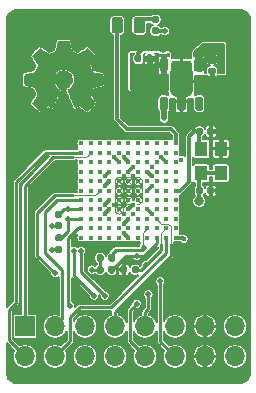
<source format=gtl>
G04 #@! TF.GenerationSoftware,KiCad,Pcbnew,(5.1.9)-1*
G04 #@! TF.CreationDate,2021-06-07T22:02:30-04:00*
G04 #@! TF.ProjectId,icepool-board,69636570-6f6f-46c2-9d62-6f6172642e6b,2020-04*
G04 #@! TF.SameCoordinates,Original*
G04 #@! TF.FileFunction,Copper,L1,Top*
G04 #@! TF.FilePolarity,Positive*
%FSLAX46Y46*%
G04 Gerber Fmt 4.6, Leading zero omitted, Abs format (unit mm)*
G04 Created by KiCad (PCBNEW (5.1.9)-1) date 2021-06-07 22:02:30*
%MOMM*%
%LPD*%
G01*
G04 APERTURE LIST*
G04 #@! TA.AperFunction,EtchedComponent*
%ADD10C,0.010000*%
G04 #@! TD*
G04 #@! TA.AperFunction,ComponentPad*
%ADD11O,1.700000X1.700000*%
G04 #@! TD*
G04 #@! TA.AperFunction,ComponentPad*
%ADD12R,1.700000X1.700000*%
G04 #@! TD*
G04 #@! TA.AperFunction,SMDPad,CuDef*
%ADD13C,0.400000*%
G04 #@! TD*
G04 #@! TA.AperFunction,SMDPad,CuDef*
%ADD14R,1.100000X1.300000*%
G04 #@! TD*
G04 #@! TA.AperFunction,ViaPad*
%ADD15C,0.800000*%
G04 #@! TD*
G04 #@! TA.AperFunction,ViaPad*
%ADD16C,0.450000*%
G04 #@! TD*
G04 #@! TA.AperFunction,ViaPad*
%ADD17C,0.500000*%
G04 #@! TD*
G04 #@! TA.AperFunction,Conductor*
%ADD18C,0.304800*%
G04 #@! TD*
G04 #@! TA.AperFunction,Conductor*
%ADD19C,0.406400*%
G04 #@! TD*
G04 #@! TA.AperFunction,Conductor*
%ADD20C,0.228600*%
G04 #@! TD*
G04 #@! TA.AperFunction,Conductor*
%ADD21C,0.508000*%
G04 #@! TD*
G04 #@! TA.AperFunction,Conductor*
%ADD22C,0.101600*%
G04 #@! TD*
G04 #@! TA.AperFunction,Conductor*
%ADD23C,0.088900*%
G04 #@! TD*
G04 #@! TA.AperFunction,Conductor*
%ADD24C,0.100000*%
G04 #@! TD*
G04 #@! TA.AperFunction,Conductor*
%ADD25C,0.127000*%
G04 #@! TD*
G04 APERTURE END LIST*
D10*
G36*
X36555814Y-85268931D02*
G01*
X36639635Y-85713555D01*
X36948920Y-85841053D01*
X37258206Y-85968551D01*
X37629246Y-85716246D01*
X37733157Y-85645996D01*
X37827087Y-85583272D01*
X37906652Y-85530938D01*
X37967470Y-85491857D01*
X38005157Y-85468893D01*
X38015421Y-85463942D01*
X38033910Y-85476676D01*
X38073420Y-85511882D01*
X38129522Y-85565062D01*
X38197787Y-85631718D01*
X38273786Y-85707354D01*
X38353092Y-85787472D01*
X38431275Y-85867574D01*
X38503907Y-85943164D01*
X38566559Y-86009745D01*
X38614803Y-86062818D01*
X38644210Y-86097887D01*
X38651241Y-86109623D01*
X38641123Y-86131260D01*
X38612759Y-86178662D01*
X38569129Y-86247193D01*
X38513218Y-86332215D01*
X38448006Y-86429093D01*
X38410219Y-86484350D01*
X38341343Y-86585248D01*
X38280140Y-86676299D01*
X38229578Y-86752970D01*
X38192628Y-86810728D01*
X38172258Y-86845043D01*
X38169197Y-86852254D01*
X38176136Y-86872748D01*
X38195051Y-86920513D01*
X38223087Y-86988832D01*
X38257391Y-87070989D01*
X38295109Y-87160270D01*
X38333387Y-87249958D01*
X38369370Y-87333338D01*
X38400206Y-87403694D01*
X38423039Y-87454310D01*
X38435017Y-87478471D01*
X38435724Y-87479422D01*
X38454531Y-87484036D01*
X38504618Y-87494328D01*
X38580793Y-87509287D01*
X38677865Y-87527901D01*
X38790643Y-87549159D01*
X38856442Y-87561418D01*
X38976950Y-87584362D01*
X39085797Y-87606195D01*
X39177476Y-87625722D01*
X39246481Y-87641748D01*
X39287304Y-87653079D01*
X39295511Y-87656674D01*
X39303548Y-87681006D01*
X39310033Y-87735959D01*
X39314970Y-87815108D01*
X39318364Y-87912026D01*
X39320218Y-88020287D01*
X39320538Y-88133465D01*
X39319327Y-88245135D01*
X39316590Y-88348868D01*
X39312331Y-88438241D01*
X39306555Y-88506826D01*
X39299267Y-88548197D01*
X39294895Y-88556810D01*
X39268764Y-88567133D01*
X39213393Y-88581892D01*
X39136107Y-88599352D01*
X39044230Y-88617780D01*
X39012158Y-88623741D01*
X38857524Y-88652066D01*
X38735375Y-88674876D01*
X38641673Y-88693080D01*
X38572384Y-88707583D01*
X38523471Y-88719292D01*
X38490897Y-88729115D01*
X38470628Y-88737956D01*
X38458626Y-88746724D01*
X38456947Y-88748457D01*
X38440184Y-88776371D01*
X38414614Y-88830695D01*
X38382788Y-88904777D01*
X38347260Y-88991965D01*
X38310583Y-89085608D01*
X38275311Y-89179052D01*
X38243996Y-89265647D01*
X38219193Y-89338740D01*
X38203454Y-89391678D01*
X38199332Y-89417811D01*
X38199676Y-89418726D01*
X38213641Y-89440086D01*
X38245322Y-89487084D01*
X38291391Y-89554827D01*
X38348518Y-89638423D01*
X38413373Y-89732982D01*
X38431843Y-89759854D01*
X38497699Y-89857275D01*
X38555650Y-89946163D01*
X38602538Y-90021412D01*
X38635207Y-90077920D01*
X38650500Y-90110581D01*
X38651241Y-90114593D01*
X38638392Y-90135684D01*
X38602888Y-90177464D01*
X38549293Y-90235445D01*
X38482171Y-90305135D01*
X38406087Y-90382045D01*
X38325604Y-90461683D01*
X38245287Y-90539561D01*
X38169699Y-90611186D01*
X38103405Y-90672070D01*
X38050969Y-90717721D01*
X38016955Y-90743650D01*
X38007545Y-90747883D01*
X37985643Y-90737912D01*
X37940800Y-90711020D01*
X37880321Y-90671736D01*
X37833789Y-90640117D01*
X37749475Y-90582098D01*
X37649626Y-90513784D01*
X37549473Y-90445579D01*
X37495627Y-90409075D01*
X37313371Y-90285800D01*
X37160381Y-90368520D01*
X37090682Y-90404759D01*
X37031414Y-90432926D01*
X36991311Y-90448991D01*
X36981103Y-90451226D01*
X36968829Y-90434722D01*
X36944613Y-90388082D01*
X36910263Y-90315609D01*
X36867588Y-90221606D01*
X36818394Y-90110374D01*
X36764490Y-89986215D01*
X36707684Y-89853432D01*
X36649782Y-89716327D01*
X36592593Y-89579202D01*
X36537924Y-89446358D01*
X36487584Y-89322098D01*
X36443380Y-89210725D01*
X36407119Y-89116539D01*
X36380609Y-89043844D01*
X36365658Y-88996941D01*
X36363254Y-88980833D01*
X36382311Y-88960286D01*
X36424036Y-88926933D01*
X36479706Y-88887702D01*
X36484378Y-88884599D01*
X36628264Y-88769423D01*
X36744283Y-88635053D01*
X36831430Y-88485784D01*
X36888699Y-88325913D01*
X36915086Y-88159737D01*
X36909585Y-87991552D01*
X36871190Y-87825655D01*
X36798895Y-87666342D01*
X36777626Y-87631487D01*
X36666996Y-87490737D01*
X36536302Y-87377714D01*
X36390064Y-87293003D01*
X36232808Y-87237194D01*
X36069057Y-87210874D01*
X35903333Y-87214630D01*
X35740162Y-87249050D01*
X35584065Y-87314723D01*
X35439567Y-87412235D01*
X35394869Y-87451813D01*
X35281112Y-87575703D01*
X35198218Y-87706124D01*
X35141356Y-87852315D01*
X35109687Y-87997088D01*
X35101869Y-88159860D01*
X35127938Y-88323440D01*
X35185245Y-88482298D01*
X35271144Y-88630906D01*
X35382986Y-88763735D01*
X35518123Y-88875256D01*
X35535883Y-88887011D01*
X35592150Y-88925508D01*
X35634923Y-88958863D01*
X35655372Y-88980160D01*
X35655669Y-88980833D01*
X35651279Y-89003871D01*
X35633876Y-89056157D01*
X35605268Y-89133390D01*
X35567265Y-89231268D01*
X35521674Y-89345491D01*
X35470303Y-89471758D01*
X35414962Y-89605767D01*
X35357458Y-89743218D01*
X35299601Y-89879808D01*
X35243198Y-90011237D01*
X35190058Y-90133205D01*
X35141990Y-90241409D01*
X35100801Y-90331549D01*
X35068301Y-90399323D01*
X35046297Y-90440430D01*
X35037436Y-90451226D01*
X35010360Y-90442819D01*
X34959697Y-90420272D01*
X34894183Y-90387613D01*
X34858159Y-90368520D01*
X34705168Y-90285800D01*
X34522912Y-90409075D01*
X34429875Y-90472228D01*
X34328015Y-90541727D01*
X34232562Y-90607165D01*
X34184750Y-90640117D01*
X34117505Y-90685273D01*
X34060564Y-90721057D01*
X34021354Y-90742938D01*
X34008619Y-90747563D01*
X33990083Y-90735085D01*
X33949059Y-90700252D01*
X33889525Y-90646678D01*
X33815458Y-90577983D01*
X33730835Y-90497781D01*
X33677315Y-90446286D01*
X33583681Y-90354286D01*
X33502759Y-90271999D01*
X33437823Y-90202945D01*
X33392142Y-90150644D01*
X33368989Y-90118616D01*
X33366768Y-90112116D01*
X33377076Y-90087394D01*
X33405561Y-90037405D01*
X33449063Y-89967212D01*
X33504423Y-89881875D01*
X33568480Y-89786456D01*
X33586697Y-89759854D01*
X33653073Y-89663167D01*
X33712622Y-89576117D01*
X33762016Y-89503595D01*
X33797925Y-89450493D01*
X33817019Y-89421703D01*
X33818864Y-89418726D01*
X33816105Y-89395782D01*
X33801462Y-89345336D01*
X33777487Y-89274041D01*
X33746734Y-89188547D01*
X33711756Y-89095507D01*
X33675107Y-89001574D01*
X33639339Y-88913399D01*
X33607006Y-88837634D01*
X33580662Y-88780931D01*
X33562858Y-88749943D01*
X33561593Y-88748457D01*
X33550706Y-88739601D01*
X33532318Y-88730843D01*
X33502394Y-88721277D01*
X33456897Y-88709996D01*
X33391791Y-88696093D01*
X33303039Y-88678663D01*
X33186607Y-88656798D01*
X33038458Y-88629591D01*
X33006382Y-88623741D01*
X32911314Y-88605374D01*
X32828435Y-88587405D01*
X32765070Y-88571569D01*
X32728542Y-88559600D01*
X32723644Y-88556810D01*
X32715573Y-88532072D01*
X32709013Y-88476790D01*
X32703967Y-88397389D01*
X32700441Y-88300296D01*
X32698439Y-88191938D01*
X32697964Y-88078740D01*
X32699023Y-87967128D01*
X32701618Y-87863529D01*
X32705754Y-87774368D01*
X32711437Y-87706072D01*
X32718669Y-87665066D01*
X32723029Y-87656674D01*
X32747302Y-87648208D01*
X32802574Y-87634435D01*
X32883338Y-87616550D01*
X32984088Y-87595748D01*
X33099317Y-87573223D01*
X33162098Y-87561418D01*
X33281213Y-87539151D01*
X33387435Y-87518979D01*
X33475573Y-87501915D01*
X33540434Y-87488969D01*
X33576826Y-87481155D01*
X33582816Y-87479422D01*
X33592939Y-87459890D01*
X33614338Y-87412843D01*
X33644161Y-87345003D01*
X33679555Y-87263091D01*
X33717668Y-87173828D01*
X33755647Y-87083935D01*
X33790640Y-87000135D01*
X33819794Y-86929147D01*
X33840257Y-86877694D01*
X33849177Y-86852497D01*
X33849343Y-86851396D01*
X33839231Y-86831519D01*
X33810883Y-86785777D01*
X33767277Y-86718717D01*
X33711394Y-86634884D01*
X33646213Y-86538826D01*
X33608321Y-86483650D01*
X33539275Y-86382481D01*
X33477950Y-86290630D01*
X33427337Y-86212744D01*
X33390429Y-86153469D01*
X33370218Y-86117451D01*
X33367299Y-86109377D01*
X33379847Y-86090584D01*
X33414537Y-86050457D01*
X33466937Y-85993493D01*
X33532616Y-85924185D01*
X33607144Y-85847031D01*
X33686087Y-85766525D01*
X33765017Y-85687163D01*
X33839500Y-85613440D01*
X33905106Y-85549852D01*
X33957404Y-85500894D01*
X33991961Y-85471061D01*
X34003522Y-85463942D01*
X34022346Y-85473953D01*
X34067369Y-85502078D01*
X34134213Y-85545454D01*
X34218501Y-85601218D01*
X34315856Y-85666506D01*
X34389293Y-85716246D01*
X34760333Y-85968551D01*
X35378905Y-85713555D01*
X35462725Y-85268931D01*
X35546546Y-84824307D01*
X36471994Y-84824307D01*
X36555814Y-85268931D01*
G37*
X36555814Y-85268931D02*
X36639635Y-85713555D01*
X36948920Y-85841053D01*
X37258206Y-85968551D01*
X37629246Y-85716246D01*
X37733157Y-85645996D01*
X37827087Y-85583272D01*
X37906652Y-85530938D01*
X37967470Y-85491857D01*
X38005157Y-85468893D01*
X38015421Y-85463942D01*
X38033910Y-85476676D01*
X38073420Y-85511882D01*
X38129522Y-85565062D01*
X38197787Y-85631718D01*
X38273786Y-85707354D01*
X38353092Y-85787472D01*
X38431275Y-85867574D01*
X38503907Y-85943164D01*
X38566559Y-86009745D01*
X38614803Y-86062818D01*
X38644210Y-86097887D01*
X38651241Y-86109623D01*
X38641123Y-86131260D01*
X38612759Y-86178662D01*
X38569129Y-86247193D01*
X38513218Y-86332215D01*
X38448006Y-86429093D01*
X38410219Y-86484350D01*
X38341343Y-86585248D01*
X38280140Y-86676299D01*
X38229578Y-86752970D01*
X38192628Y-86810728D01*
X38172258Y-86845043D01*
X38169197Y-86852254D01*
X38176136Y-86872748D01*
X38195051Y-86920513D01*
X38223087Y-86988832D01*
X38257391Y-87070989D01*
X38295109Y-87160270D01*
X38333387Y-87249958D01*
X38369370Y-87333338D01*
X38400206Y-87403694D01*
X38423039Y-87454310D01*
X38435017Y-87478471D01*
X38435724Y-87479422D01*
X38454531Y-87484036D01*
X38504618Y-87494328D01*
X38580793Y-87509287D01*
X38677865Y-87527901D01*
X38790643Y-87549159D01*
X38856442Y-87561418D01*
X38976950Y-87584362D01*
X39085797Y-87606195D01*
X39177476Y-87625722D01*
X39246481Y-87641748D01*
X39287304Y-87653079D01*
X39295511Y-87656674D01*
X39303548Y-87681006D01*
X39310033Y-87735959D01*
X39314970Y-87815108D01*
X39318364Y-87912026D01*
X39320218Y-88020287D01*
X39320538Y-88133465D01*
X39319327Y-88245135D01*
X39316590Y-88348868D01*
X39312331Y-88438241D01*
X39306555Y-88506826D01*
X39299267Y-88548197D01*
X39294895Y-88556810D01*
X39268764Y-88567133D01*
X39213393Y-88581892D01*
X39136107Y-88599352D01*
X39044230Y-88617780D01*
X39012158Y-88623741D01*
X38857524Y-88652066D01*
X38735375Y-88674876D01*
X38641673Y-88693080D01*
X38572384Y-88707583D01*
X38523471Y-88719292D01*
X38490897Y-88729115D01*
X38470628Y-88737956D01*
X38458626Y-88746724D01*
X38456947Y-88748457D01*
X38440184Y-88776371D01*
X38414614Y-88830695D01*
X38382788Y-88904777D01*
X38347260Y-88991965D01*
X38310583Y-89085608D01*
X38275311Y-89179052D01*
X38243996Y-89265647D01*
X38219193Y-89338740D01*
X38203454Y-89391678D01*
X38199332Y-89417811D01*
X38199676Y-89418726D01*
X38213641Y-89440086D01*
X38245322Y-89487084D01*
X38291391Y-89554827D01*
X38348518Y-89638423D01*
X38413373Y-89732982D01*
X38431843Y-89759854D01*
X38497699Y-89857275D01*
X38555650Y-89946163D01*
X38602538Y-90021412D01*
X38635207Y-90077920D01*
X38650500Y-90110581D01*
X38651241Y-90114593D01*
X38638392Y-90135684D01*
X38602888Y-90177464D01*
X38549293Y-90235445D01*
X38482171Y-90305135D01*
X38406087Y-90382045D01*
X38325604Y-90461683D01*
X38245287Y-90539561D01*
X38169699Y-90611186D01*
X38103405Y-90672070D01*
X38050969Y-90717721D01*
X38016955Y-90743650D01*
X38007545Y-90747883D01*
X37985643Y-90737912D01*
X37940800Y-90711020D01*
X37880321Y-90671736D01*
X37833789Y-90640117D01*
X37749475Y-90582098D01*
X37649626Y-90513784D01*
X37549473Y-90445579D01*
X37495627Y-90409075D01*
X37313371Y-90285800D01*
X37160381Y-90368520D01*
X37090682Y-90404759D01*
X37031414Y-90432926D01*
X36991311Y-90448991D01*
X36981103Y-90451226D01*
X36968829Y-90434722D01*
X36944613Y-90388082D01*
X36910263Y-90315609D01*
X36867588Y-90221606D01*
X36818394Y-90110374D01*
X36764490Y-89986215D01*
X36707684Y-89853432D01*
X36649782Y-89716327D01*
X36592593Y-89579202D01*
X36537924Y-89446358D01*
X36487584Y-89322098D01*
X36443380Y-89210725D01*
X36407119Y-89116539D01*
X36380609Y-89043844D01*
X36365658Y-88996941D01*
X36363254Y-88980833D01*
X36382311Y-88960286D01*
X36424036Y-88926933D01*
X36479706Y-88887702D01*
X36484378Y-88884599D01*
X36628264Y-88769423D01*
X36744283Y-88635053D01*
X36831430Y-88485784D01*
X36888699Y-88325913D01*
X36915086Y-88159737D01*
X36909585Y-87991552D01*
X36871190Y-87825655D01*
X36798895Y-87666342D01*
X36777626Y-87631487D01*
X36666996Y-87490737D01*
X36536302Y-87377714D01*
X36390064Y-87293003D01*
X36232808Y-87237194D01*
X36069057Y-87210874D01*
X35903333Y-87214630D01*
X35740162Y-87249050D01*
X35584065Y-87314723D01*
X35439567Y-87412235D01*
X35394869Y-87451813D01*
X35281112Y-87575703D01*
X35198218Y-87706124D01*
X35141356Y-87852315D01*
X35109687Y-87997088D01*
X35101869Y-88159860D01*
X35127938Y-88323440D01*
X35185245Y-88482298D01*
X35271144Y-88630906D01*
X35382986Y-88763735D01*
X35518123Y-88875256D01*
X35535883Y-88887011D01*
X35592150Y-88925508D01*
X35634923Y-88958863D01*
X35655372Y-88980160D01*
X35655669Y-88980833D01*
X35651279Y-89003871D01*
X35633876Y-89056157D01*
X35605268Y-89133390D01*
X35567265Y-89231268D01*
X35521674Y-89345491D01*
X35470303Y-89471758D01*
X35414962Y-89605767D01*
X35357458Y-89743218D01*
X35299601Y-89879808D01*
X35243198Y-90011237D01*
X35190058Y-90133205D01*
X35141990Y-90241409D01*
X35100801Y-90331549D01*
X35068301Y-90399323D01*
X35046297Y-90440430D01*
X35037436Y-90451226D01*
X35010360Y-90442819D01*
X34959697Y-90420272D01*
X34894183Y-90387613D01*
X34858159Y-90368520D01*
X34705168Y-90285800D01*
X34522912Y-90409075D01*
X34429875Y-90472228D01*
X34328015Y-90541727D01*
X34232562Y-90607165D01*
X34184750Y-90640117D01*
X34117505Y-90685273D01*
X34060564Y-90721057D01*
X34021354Y-90742938D01*
X34008619Y-90747563D01*
X33990083Y-90735085D01*
X33949059Y-90700252D01*
X33889525Y-90646678D01*
X33815458Y-90577983D01*
X33730835Y-90497781D01*
X33677315Y-90446286D01*
X33583681Y-90354286D01*
X33502759Y-90271999D01*
X33437823Y-90202945D01*
X33392142Y-90150644D01*
X33368989Y-90118616D01*
X33366768Y-90112116D01*
X33377076Y-90087394D01*
X33405561Y-90037405D01*
X33449063Y-89967212D01*
X33504423Y-89881875D01*
X33568480Y-89786456D01*
X33586697Y-89759854D01*
X33653073Y-89663167D01*
X33712622Y-89576117D01*
X33762016Y-89503595D01*
X33797925Y-89450493D01*
X33817019Y-89421703D01*
X33818864Y-89418726D01*
X33816105Y-89395782D01*
X33801462Y-89345336D01*
X33777487Y-89274041D01*
X33746734Y-89188547D01*
X33711756Y-89095507D01*
X33675107Y-89001574D01*
X33639339Y-88913399D01*
X33607006Y-88837634D01*
X33580662Y-88780931D01*
X33562858Y-88749943D01*
X33561593Y-88748457D01*
X33550706Y-88739601D01*
X33532318Y-88730843D01*
X33502394Y-88721277D01*
X33456897Y-88709996D01*
X33391791Y-88696093D01*
X33303039Y-88678663D01*
X33186607Y-88656798D01*
X33038458Y-88629591D01*
X33006382Y-88623741D01*
X32911314Y-88605374D01*
X32828435Y-88587405D01*
X32765070Y-88571569D01*
X32728542Y-88559600D01*
X32723644Y-88556810D01*
X32715573Y-88532072D01*
X32709013Y-88476790D01*
X32703967Y-88397389D01*
X32700441Y-88300296D01*
X32698439Y-88191938D01*
X32697964Y-88078740D01*
X32699023Y-87967128D01*
X32701618Y-87863529D01*
X32705754Y-87774368D01*
X32711437Y-87706072D01*
X32718669Y-87665066D01*
X32723029Y-87656674D01*
X32747302Y-87648208D01*
X32802574Y-87634435D01*
X32883338Y-87616550D01*
X32984088Y-87595748D01*
X33099317Y-87573223D01*
X33162098Y-87561418D01*
X33281213Y-87539151D01*
X33387435Y-87518979D01*
X33475573Y-87501915D01*
X33540434Y-87488969D01*
X33576826Y-87481155D01*
X33582816Y-87479422D01*
X33592939Y-87459890D01*
X33614338Y-87412843D01*
X33644161Y-87345003D01*
X33679555Y-87263091D01*
X33717668Y-87173828D01*
X33755647Y-87083935D01*
X33790640Y-87000135D01*
X33819794Y-86929147D01*
X33840257Y-86877694D01*
X33849177Y-86852497D01*
X33849343Y-86851396D01*
X33839231Y-86831519D01*
X33810883Y-86785777D01*
X33767277Y-86718717D01*
X33711394Y-86634884D01*
X33646213Y-86538826D01*
X33608321Y-86483650D01*
X33539275Y-86382481D01*
X33477950Y-86290630D01*
X33427337Y-86212744D01*
X33390429Y-86153469D01*
X33370218Y-86117451D01*
X33367299Y-86109377D01*
X33379847Y-86090584D01*
X33414537Y-86050457D01*
X33466937Y-85993493D01*
X33532616Y-85924185D01*
X33607144Y-85847031D01*
X33686087Y-85766525D01*
X33765017Y-85687163D01*
X33839500Y-85613440D01*
X33905106Y-85549852D01*
X33957404Y-85500894D01*
X33991961Y-85471061D01*
X34003522Y-85463942D01*
X34022346Y-85473953D01*
X34067369Y-85502078D01*
X34134213Y-85545454D01*
X34218501Y-85601218D01*
X34315856Y-85666506D01*
X34389293Y-85716246D01*
X34760333Y-85968551D01*
X35378905Y-85713555D01*
X35462725Y-85268931D01*
X35546546Y-84824307D01*
X36471994Y-84824307D01*
X36555814Y-85268931D01*
G04 #@! TA.AperFunction,SMDPad,CuDef*
G36*
G01*
X41950000Y-83956250D02*
X41950000Y-83043750D01*
G75*
G02*
X42193750Y-82800000I243750J0D01*
G01*
X42681250Y-82800000D01*
G75*
G02*
X42925000Y-83043750I0J-243750D01*
G01*
X42925000Y-83956250D01*
G75*
G02*
X42681250Y-84200000I-243750J0D01*
G01*
X42193750Y-84200000D01*
G75*
G02*
X41950000Y-83956250I0J243750D01*
G01*
G37*
G04 #@! TD.AperFunction*
G04 #@! TA.AperFunction,SMDPad,CuDef*
G36*
G01*
X40075000Y-83956250D02*
X40075000Y-83043750D01*
G75*
G02*
X40318750Y-82800000I243750J0D01*
G01*
X40806250Y-82800000D01*
G75*
G02*
X41050000Y-83043750I0J-243750D01*
G01*
X41050000Y-83956250D01*
G75*
G02*
X40806250Y-84200000I-243750J0D01*
G01*
X40318750Y-84200000D01*
G75*
G02*
X40075000Y-83956250I0J243750D01*
G01*
G37*
G04 #@! TD.AperFunction*
D11*
X50530000Y-111540000D03*
X50530000Y-109000000D03*
X47990000Y-111540000D03*
X47990000Y-109000000D03*
X45450000Y-111540000D03*
X45450000Y-109000000D03*
X42910000Y-111540000D03*
X42910000Y-109000000D03*
X40370000Y-111540000D03*
X40370000Y-109000000D03*
X37830000Y-111540000D03*
X37830000Y-109000000D03*
X35290000Y-111540000D03*
X35290000Y-109000000D03*
X32750000Y-111540000D03*
D12*
X32750000Y-109000000D03*
G04 #@! TA.AperFunction,SMDPad,CuDef*
G36*
G01*
X41790000Y-104372500D02*
X41790000Y-104027500D01*
G75*
G02*
X41937500Y-103880000I147500J0D01*
G01*
X42232500Y-103880000D01*
G75*
G02*
X42380000Y-104027500I0J-147500D01*
G01*
X42380000Y-104372500D01*
G75*
G02*
X42232500Y-104520000I-147500J0D01*
G01*
X41937500Y-104520000D01*
G75*
G02*
X41790000Y-104372500I0J147500D01*
G01*
G37*
G04 #@! TD.AperFunction*
G04 #@! TA.AperFunction,SMDPad,CuDef*
G36*
G01*
X40820000Y-104372500D02*
X40820000Y-104027500D01*
G75*
G02*
X40967500Y-103880000I147500J0D01*
G01*
X41262500Y-103880000D01*
G75*
G02*
X41410000Y-104027500I0J-147500D01*
G01*
X41410000Y-104372500D01*
G75*
G02*
X41262500Y-104520000I-147500J0D01*
G01*
X40967500Y-104520000D01*
G75*
G02*
X40820000Y-104372500I0J147500D01*
G01*
G37*
G04 #@! TD.AperFunction*
G04 #@! TA.AperFunction,SMDPad,CuDef*
G36*
G01*
X39790000Y-103372500D02*
X39790000Y-103027500D01*
G75*
G02*
X39937500Y-102880000I147500J0D01*
G01*
X40232500Y-102880000D01*
G75*
G02*
X40380000Y-103027500I0J-147500D01*
G01*
X40380000Y-103372500D01*
G75*
G02*
X40232500Y-103520000I-147500J0D01*
G01*
X39937500Y-103520000D01*
G75*
G02*
X39790000Y-103372500I0J147500D01*
G01*
G37*
G04 #@! TD.AperFunction*
G04 #@! TA.AperFunction,SMDPad,CuDef*
G36*
G01*
X38820000Y-103372500D02*
X38820000Y-103027500D01*
G75*
G02*
X38967500Y-102880000I147500J0D01*
G01*
X39262500Y-102880000D01*
G75*
G02*
X39410000Y-103027500I0J-147500D01*
G01*
X39410000Y-103372500D01*
G75*
G02*
X39262500Y-103520000I-147500J0D01*
G01*
X38967500Y-103520000D01*
G75*
G02*
X38820000Y-103372500I0J147500D01*
G01*
G37*
G04 #@! TD.AperFunction*
D13*
X37500000Y-93500000D03*
X37500000Y-94300000D03*
X37500000Y-95100000D03*
X37500000Y-95900000D03*
X37500000Y-96700000D03*
X37500000Y-97500000D03*
X37500000Y-98300000D03*
X37500000Y-99100000D03*
X37500000Y-99900000D03*
X37500000Y-100700000D03*
X37500000Y-101500000D03*
X38300000Y-93500000D03*
X38300000Y-94300000D03*
X38300000Y-95100000D03*
X38300000Y-95900000D03*
X38300000Y-96700000D03*
X38300000Y-97500000D03*
X38300000Y-98300000D03*
X38300000Y-99100000D03*
X38300000Y-99900000D03*
X38300000Y-100700000D03*
X38300000Y-101500000D03*
X39100000Y-93500000D03*
X39100000Y-94300000D03*
X39100000Y-95100000D03*
X39100000Y-95900000D03*
X39100000Y-96700000D03*
X39100000Y-97500000D03*
X39100000Y-98300000D03*
X39100000Y-99100000D03*
X39100000Y-99900000D03*
X39100000Y-100700000D03*
X39100000Y-101500000D03*
X39900000Y-93500000D03*
X39900000Y-94300000D03*
X39900000Y-95100000D03*
X39900000Y-95900000D03*
X39900000Y-96700000D03*
X39900000Y-97500000D03*
X39900000Y-98300000D03*
X39900000Y-99100000D03*
X39900000Y-99900000D03*
X39900000Y-100700000D03*
X39900000Y-101500000D03*
X40700000Y-93500000D03*
X40700000Y-94300000D03*
X40700000Y-95100000D03*
X40700000Y-95900000D03*
X40700000Y-96700000D03*
X40700000Y-97500000D03*
X40700000Y-98300000D03*
X40700000Y-99100000D03*
X40700000Y-99900000D03*
X40700000Y-100700000D03*
X40700000Y-101500000D03*
X41500000Y-93500000D03*
X41500000Y-94300000D03*
X41500000Y-95100000D03*
X41500000Y-95900000D03*
X41500000Y-96700000D03*
X41500000Y-97500000D03*
X41500000Y-98300000D03*
X41500000Y-99100000D03*
X41500000Y-99900000D03*
X41500000Y-100700000D03*
X41500000Y-101500000D03*
X42300000Y-93500000D03*
X42300000Y-94300000D03*
X42300000Y-95100000D03*
X42300000Y-95900000D03*
X42300000Y-96700000D03*
X42300000Y-97500000D03*
X42300000Y-98300000D03*
X42300000Y-99100000D03*
X42300000Y-99900000D03*
X42300000Y-100700000D03*
X42300000Y-101500000D03*
X43100000Y-93500000D03*
X43100000Y-94300000D03*
X43100000Y-95100000D03*
X43100000Y-95900000D03*
X43100000Y-96700000D03*
X43100000Y-97500000D03*
X43100000Y-98300000D03*
X43100000Y-99100000D03*
X43100000Y-99900000D03*
X43100000Y-100700000D03*
X43100000Y-101500000D03*
X43900000Y-93500000D03*
X43900000Y-94300000D03*
X43900000Y-95100000D03*
X43900000Y-95900000D03*
X43900000Y-96700000D03*
X43900000Y-97500000D03*
X43900000Y-98300000D03*
X43900000Y-99100000D03*
X43900000Y-99900000D03*
X43900000Y-100700000D03*
X43900000Y-101500000D03*
X44700000Y-93500000D03*
X44700000Y-94300000D03*
X44700000Y-95100000D03*
X44700000Y-95900000D03*
X44700000Y-96700000D03*
X44700000Y-97500000D03*
X44700000Y-98300000D03*
X44700000Y-99100000D03*
X44700000Y-99900000D03*
X44700000Y-100700000D03*
X44700000Y-101500000D03*
X45500000Y-93500000D03*
X45500000Y-94300000D03*
X45500000Y-95100000D03*
X45500000Y-95900000D03*
X45500000Y-96700000D03*
X45500000Y-97500000D03*
X45500000Y-98300000D03*
X45500000Y-99100000D03*
X45500000Y-99900000D03*
X45500000Y-100700000D03*
X45500000Y-101500000D03*
G04 #@! TA.AperFunction,SMDPad,CuDef*
G36*
G01*
X43627500Y-83690000D02*
X43972500Y-83690000D01*
G75*
G02*
X44120000Y-83837500I0J-147500D01*
G01*
X44120000Y-84132500D01*
G75*
G02*
X43972500Y-84280000I-147500J0D01*
G01*
X43627500Y-84280000D01*
G75*
G02*
X43480000Y-84132500I0J147500D01*
G01*
X43480000Y-83837500D01*
G75*
G02*
X43627500Y-83690000I147500J0D01*
G01*
G37*
G04 #@! TD.AperFunction*
G04 #@! TA.AperFunction,SMDPad,CuDef*
G36*
G01*
X43627500Y-82720000D02*
X43972500Y-82720000D01*
G75*
G02*
X44120000Y-82867500I0J-147500D01*
G01*
X44120000Y-83162500D01*
G75*
G02*
X43972500Y-83310000I-147500J0D01*
G01*
X43627500Y-83310000D01*
G75*
G02*
X43480000Y-83162500I0J147500D01*
G01*
X43480000Y-82867500D01*
G75*
G02*
X43627500Y-82720000I147500J0D01*
G01*
G37*
G04 #@! TD.AperFunction*
G04 #@! TA.AperFunction,SMDPad,CuDef*
G36*
G01*
X35772500Y-102780000D02*
X35427500Y-102780000D01*
G75*
G02*
X35280000Y-102632500I0J147500D01*
G01*
X35280000Y-102337500D01*
G75*
G02*
X35427500Y-102190000I147500J0D01*
G01*
X35772500Y-102190000D01*
G75*
G02*
X35920000Y-102337500I0J-147500D01*
G01*
X35920000Y-102632500D01*
G75*
G02*
X35772500Y-102780000I-147500J0D01*
G01*
G37*
G04 #@! TD.AperFunction*
G04 #@! TA.AperFunction,SMDPad,CuDef*
G36*
G01*
X35772500Y-101810000D02*
X35427500Y-101810000D01*
G75*
G02*
X35280000Y-101662500I0J147500D01*
G01*
X35280000Y-101367500D01*
G75*
G02*
X35427500Y-101220000I147500J0D01*
G01*
X35772500Y-101220000D01*
G75*
G02*
X35920000Y-101367500I0J-147500D01*
G01*
X35920000Y-101662500D01*
G75*
G02*
X35772500Y-101810000I-147500J0D01*
G01*
G37*
G04 #@! TD.AperFunction*
G04 #@! TA.AperFunction,SMDPad,CuDef*
G36*
G01*
X39790000Y-104376500D02*
X39790000Y-104031500D01*
G75*
G02*
X39937500Y-103884000I147500J0D01*
G01*
X40232500Y-103884000D01*
G75*
G02*
X40380000Y-104031500I0J-147500D01*
G01*
X40380000Y-104376500D01*
G75*
G02*
X40232500Y-104524000I-147500J0D01*
G01*
X39937500Y-104524000D01*
G75*
G02*
X39790000Y-104376500I0J147500D01*
G01*
G37*
G04 #@! TD.AperFunction*
G04 #@! TA.AperFunction,SMDPad,CuDef*
G36*
G01*
X38820000Y-104376500D02*
X38820000Y-104031500D01*
G75*
G02*
X38967500Y-103884000I147500J0D01*
G01*
X39262500Y-103884000D01*
G75*
G02*
X39410000Y-104031500I0J-147500D01*
G01*
X39410000Y-104376500D01*
G75*
G02*
X39262500Y-104524000I-147500J0D01*
G01*
X38967500Y-104524000D01*
G75*
G02*
X38820000Y-104376500I0J147500D01*
G01*
G37*
G04 #@! TD.AperFunction*
G04 #@! TA.AperFunction,SMDPad,CuDef*
G36*
G01*
X47810000Y-97327500D02*
X47810000Y-97672500D01*
G75*
G02*
X47662500Y-97820000I-147500J0D01*
G01*
X47367500Y-97820000D01*
G75*
G02*
X47220000Y-97672500I0J147500D01*
G01*
X47220000Y-97327500D01*
G75*
G02*
X47367500Y-97180000I147500J0D01*
G01*
X47662500Y-97180000D01*
G75*
G02*
X47810000Y-97327500I0J-147500D01*
G01*
G37*
G04 #@! TD.AperFunction*
G04 #@! TA.AperFunction,SMDPad,CuDef*
G36*
G01*
X48780000Y-97327500D02*
X48780000Y-97672500D01*
G75*
G02*
X48632500Y-97820000I-147500J0D01*
G01*
X48337500Y-97820000D01*
G75*
G02*
X48190000Y-97672500I0J147500D01*
G01*
X48190000Y-97327500D01*
G75*
G02*
X48337500Y-97180000I147500J0D01*
G01*
X48632500Y-97180000D01*
G75*
G02*
X48780000Y-97327500I0J-147500D01*
G01*
G37*
G04 #@! TD.AperFunction*
G04 #@! TA.AperFunction,SMDPad,CuDef*
G36*
G01*
X42610000Y-86127500D02*
X42610000Y-86472500D01*
G75*
G02*
X42462500Y-86620000I-147500J0D01*
G01*
X42167500Y-86620000D01*
G75*
G02*
X42020000Y-86472500I0J147500D01*
G01*
X42020000Y-86127500D01*
G75*
G02*
X42167500Y-85980000I147500J0D01*
G01*
X42462500Y-85980000D01*
G75*
G02*
X42610000Y-86127500I0J-147500D01*
G01*
G37*
G04 #@! TD.AperFunction*
G04 #@! TA.AperFunction,SMDPad,CuDef*
G36*
G01*
X43580000Y-86127500D02*
X43580000Y-86472500D01*
G75*
G02*
X43432500Y-86620000I-147500J0D01*
G01*
X43137500Y-86620000D01*
G75*
G02*
X42990000Y-86472500I0J147500D01*
G01*
X42990000Y-86127500D01*
G75*
G02*
X43137500Y-85980000I147500J0D01*
G01*
X43432500Y-85980000D01*
G75*
G02*
X43580000Y-86127500I0J-147500D01*
G01*
G37*
G04 #@! TD.AperFunction*
G04 #@! TA.AperFunction,SMDPad,CuDef*
G36*
G01*
X48427500Y-87090000D02*
X48772500Y-87090000D01*
G75*
G02*
X48920000Y-87237500I0J-147500D01*
G01*
X48920000Y-87532500D01*
G75*
G02*
X48772500Y-87680000I-147500J0D01*
G01*
X48427500Y-87680000D01*
G75*
G02*
X48280000Y-87532500I0J147500D01*
G01*
X48280000Y-87237500D01*
G75*
G02*
X48427500Y-87090000I147500J0D01*
G01*
G37*
G04 #@! TD.AperFunction*
G04 #@! TA.AperFunction,SMDPad,CuDef*
G36*
G01*
X48427500Y-86120000D02*
X48772500Y-86120000D01*
G75*
G02*
X48920000Y-86267500I0J-147500D01*
G01*
X48920000Y-86562500D01*
G75*
G02*
X48772500Y-86710000I-147500J0D01*
G01*
X48427500Y-86710000D01*
G75*
G02*
X48280000Y-86562500I0J147500D01*
G01*
X48280000Y-86267500D01*
G75*
G02*
X48427500Y-86120000I147500J0D01*
G01*
G37*
G04 #@! TD.AperFunction*
G04 #@! TA.AperFunction,SMDPad,CuDef*
G36*
G01*
X35772500Y-99810000D02*
X35427500Y-99810000D01*
G75*
G02*
X35280000Y-99662500I0J147500D01*
G01*
X35280000Y-99367500D01*
G75*
G02*
X35427500Y-99220000I147500J0D01*
G01*
X35772500Y-99220000D01*
G75*
G02*
X35920000Y-99367500I0J-147500D01*
G01*
X35920000Y-99662500D01*
G75*
G02*
X35772500Y-99810000I-147500J0D01*
G01*
G37*
G04 #@! TD.AperFunction*
G04 #@! TA.AperFunction,SMDPad,CuDef*
G36*
G01*
X35772500Y-100780000D02*
X35427500Y-100780000D01*
G75*
G02*
X35280000Y-100632500I0J147500D01*
G01*
X35280000Y-100337500D01*
G75*
G02*
X35427500Y-100190000I147500J0D01*
G01*
X35772500Y-100190000D01*
G75*
G02*
X35920000Y-100337500I0J-147500D01*
G01*
X35920000Y-100632500D01*
G75*
G02*
X35772500Y-100780000I-147500J0D01*
G01*
G37*
G04 #@! TD.AperFunction*
D14*
X49325000Y-96050000D03*
X49325000Y-93950000D03*
X47675000Y-93950000D03*
X47675000Y-96050000D03*
G04 #@! TA.AperFunction,SMDPad,CuDef*
G36*
G01*
X45035000Y-89067500D02*
X45035000Y-87432500D01*
G75*
G02*
X45517500Y-86950000I482500J0D01*
G01*
X46482500Y-86950000D01*
G75*
G02*
X46965000Y-87432500I0J-482500D01*
G01*
X46965000Y-89067500D01*
G75*
G02*
X46482500Y-89550000I-482500J0D01*
G01*
X45517500Y-89550000D01*
G75*
G02*
X45035000Y-89067500I0J482500D01*
G01*
G37*
G04 #@! TD.AperFunction*
G04 #@! TA.AperFunction,SMDPad,CuDef*
G36*
G01*
X47160000Y-87280000D02*
X47160000Y-86420000D01*
G75*
G02*
X47330000Y-86250000I170000J0D01*
G01*
X47670000Y-86250000D01*
G75*
G02*
X47840000Y-86420000I0J-170000D01*
G01*
X47840000Y-87280000D01*
G75*
G02*
X47670000Y-87450000I-170000J0D01*
G01*
X47330000Y-87450000D01*
G75*
G02*
X47160000Y-87280000I0J170000D01*
G01*
G37*
G04 #@! TD.AperFunction*
G04 #@! TA.AperFunction,SMDPad,CuDef*
G36*
G01*
X45135000Y-87250000D02*
X45135000Y-86750000D01*
G75*
G02*
X45385000Y-86500000I250000J0D01*
G01*
X46615000Y-86500000D01*
G75*
G02*
X46865000Y-86750000I0J-250000D01*
G01*
X46865000Y-87250000D01*
G75*
G02*
X46615000Y-87500000I-250000J0D01*
G01*
X45385000Y-87500000D01*
G75*
G02*
X45135000Y-87250000I0J250000D01*
G01*
G37*
G04 #@! TD.AperFunction*
G04 #@! TA.AperFunction,SMDPad,CuDef*
G36*
G01*
X44160000Y-87280000D02*
X44160000Y-86420000D01*
G75*
G02*
X44330000Y-86250000I170000J0D01*
G01*
X44670000Y-86250000D01*
G75*
G02*
X44840000Y-86420000I0J-170000D01*
G01*
X44840000Y-87280000D01*
G75*
G02*
X44670000Y-87450000I-170000J0D01*
G01*
X44330000Y-87450000D01*
G75*
G02*
X44160000Y-87280000I0J170000D01*
G01*
G37*
G04 #@! TD.AperFunction*
G04 #@! TA.AperFunction,SMDPad,CuDef*
G36*
G01*
X44160000Y-90580000D02*
X44160000Y-89720000D01*
G75*
G02*
X44330000Y-89550000I170000J0D01*
G01*
X44670000Y-89550000D01*
G75*
G02*
X44840000Y-89720000I0J-170000D01*
G01*
X44840000Y-90580000D01*
G75*
G02*
X44670000Y-90750000I-170000J0D01*
G01*
X44330000Y-90750000D01*
G75*
G02*
X44160000Y-90580000I0J170000D01*
G01*
G37*
G04 #@! TD.AperFunction*
G04 #@! TA.AperFunction,SMDPad,CuDef*
G36*
G01*
X45660000Y-90580000D02*
X45660000Y-89320000D01*
G75*
G02*
X45830000Y-89150000I170000J0D01*
G01*
X46170000Y-89150000D01*
G75*
G02*
X46340000Y-89320000I0J-170000D01*
G01*
X46340000Y-90580000D01*
G75*
G02*
X46170000Y-90750000I-170000J0D01*
G01*
X45830000Y-90750000D01*
G75*
G02*
X45660000Y-90580000I0J170000D01*
G01*
G37*
G04 #@! TD.AperFunction*
G04 #@! TA.AperFunction,SMDPad,CuDef*
G36*
G01*
X47160000Y-90580000D02*
X47160000Y-89720000D01*
G75*
G02*
X47330000Y-89550000I170000J0D01*
G01*
X47670000Y-89550000D01*
G75*
G02*
X47840000Y-89720000I0J-170000D01*
G01*
X47840000Y-90580000D01*
G75*
G02*
X47670000Y-90750000I-170000J0D01*
G01*
X47330000Y-90750000D01*
G75*
G02*
X47160000Y-90580000I0J170000D01*
G01*
G37*
G04 #@! TD.AperFunction*
G04 #@! TA.AperFunction,SMDPad,CuDef*
G36*
G01*
X47810000Y-92327500D02*
X47810000Y-92672500D01*
G75*
G02*
X47662500Y-92820000I-147500J0D01*
G01*
X47367500Y-92820000D01*
G75*
G02*
X47220000Y-92672500I0J147500D01*
G01*
X47220000Y-92327500D01*
G75*
G02*
X47367500Y-92180000I147500J0D01*
G01*
X47662500Y-92180000D01*
G75*
G02*
X47810000Y-92327500I0J-147500D01*
G01*
G37*
G04 #@! TD.AperFunction*
G04 #@! TA.AperFunction,SMDPad,CuDef*
G36*
G01*
X48780000Y-92327500D02*
X48780000Y-92672500D01*
G75*
G02*
X48632500Y-92820000I-147500J0D01*
G01*
X48337500Y-92820000D01*
G75*
G02*
X48190000Y-92672500I0J147500D01*
G01*
X48190000Y-92327500D01*
G75*
G02*
X48337500Y-92180000I147500J0D01*
G01*
X48632500Y-92180000D01*
G75*
G02*
X48780000Y-92327500I0J-147500D01*
G01*
G37*
G04 #@! TD.AperFunction*
D15*
X46736000Y-110300000D03*
X46736000Y-107760000D03*
D16*
X43500000Y-95500000D03*
D15*
X49276000Y-112840000D03*
D16*
X46200000Y-100800000D03*
D15*
X49276000Y-107760000D03*
X44400000Y-85400000D03*
X49200000Y-97500000D03*
D16*
X40300000Y-98700000D03*
X41900000Y-97100000D03*
X41100000Y-96300000D03*
D17*
X41100000Y-104800000D03*
X46000000Y-88200000D03*
D16*
X41100000Y-98700000D03*
X41100000Y-97900000D03*
D15*
X46736000Y-112840000D03*
X49276000Y-110300000D03*
X48600000Y-88300000D03*
D17*
X46000000Y-89200000D03*
D15*
X49279090Y-92500000D03*
D17*
X46000000Y-87200000D03*
D16*
X41900000Y-99500000D03*
X41100000Y-97100000D03*
X41900000Y-96300000D03*
X41100000Y-99500000D03*
D17*
X44600000Y-84000000D03*
X35000000Y-100500000D03*
D16*
X41900000Y-98700000D03*
D15*
X47500000Y-98400000D03*
D17*
X49300000Y-85500000D03*
X48600000Y-85500000D03*
D16*
X39500000Y-97100000D03*
D17*
X38400000Y-104200000D03*
X35000000Y-102500000D03*
D16*
X41900000Y-95500000D03*
X46200000Y-101600000D03*
X43500000Y-97100000D03*
D17*
X47900000Y-85500000D03*
D16*
X46000000Y-94900000D03*
D17*
X44500000Y-91400000D03*
D16*
X39500000Y-98700000D03*
D17*
X43400000Y-88600000D03*
X42700000Y-88600000D03*
X43400000Y-87900000D03*
X42700000Y-87900000D03*
X42000000Y-88600000D03*
X42000000Y-87900000D03*
X42000000Y-87200000D03*
X42700000Y-87200000D03*
D16*
X43500000Y-99500000D03*
X43500000Y-96300000D03*
X39500000Y-99500000D03*
X39500000Y-96300000D03*
D17*
X43400000Y-87200000D03*
D16*
X44300000Y-94700000D03*
X41100000Y-100300000D03*
X41100000Y-101100000D03*
X40300000Y-94700000D03*
X41100000Y-94700000D03*
D17*
X35300000Y-104500000D03*
X36576000Y-107264200D03*
X43000000Y-103800000D03*
X43200000Y-106300000D03*
X39500000Y-106400000D03*
X37500004Y-102600000D03*
X36399998Y-99100000D03*
X42200000Y-103000000D03*
X42200000Y-107100000D03*
X44196000Y-105195998D03*
X42800000Y-102380013D03*
X36900000Y-102600000D03*
X38600000Y-106400000D03*
X36400000Y-99900000D03*
D18*
X44400000Y-85400000D02*
X44385000Y-85415000D01*
X42315000Y-85885000D02*
X42315000Y-86300000D01*
X42785000Y-85415000D02*
X42315000Y-85885000D01*
X44385000Y-85415000D02*
X42785000Y-85415000D01*
D19*
X49325000Y-93950000D02*
X49325000Y-92545910D01*
X49325000Y-92545910D02*
X49279090Y-92500000D01*
X48485000Y-92500000D02*
X49279090Y-92500000D01*
X48600000Y-88300000D02*
X48600000Y-87385000D01*
D18*
X43800000Y-83985000D02*
X44585000Y-83985000D01*
X44585000Y-83985000D02*
X44600000Y-84000000D01*
D19*
X47935000Y-86415000D02*
X47500000Y-86850000D01*
D20*
X35000000Y-100500000D02*
X35585000Y-100500000D01*
D18*
X47500000Y-98400000D02*
X47500000Y-97515000D01*
X47500000Y-97515000D02*
X47515000Y-97500000D01*
X43500000Y-97100000D02*
X43100000Y-97500000D01*
X47675000Y-96050000D02*
X49325000Y-96050000D01*
X41500000Y-99100000D02*
X41900000Y-98700000D01*
D20*
X39115000Y-104204000D02*
X38404000Y-104204000D01*
X35585000Y-100500000D02*
X35600000Y-100485000D01*
X38404000Y-104204000D02*
X38400000Y-104200000D01*
D18*
X47515000Y-97500000D02*
X47515000Y-96210000D01*
X46100000Y-101500000D02*
X46200000Y-101600000D01*
D20*
X39115000Y-103200000D02*
X39115000Y-104204000D01*
D18*
X47515000Y-96210000D02*
X47675000Y-96050000D01*
X41500000Y-95900000D02*
X41900000Y-95500000D01*
X39500000Y-98700000D02*
X39900000Y-98300000D01*
D19*
X48600000Y-86415000D02*
X47935000Y-86415000D01*
D18*
X45500000Y-101500000D02*
X46100000Y-101500000D01*
D21*
X44500000Y-90150000D02*
X44500000Y-91400000D01*
D18*
X39500000Y-97100000D02*
X39900000Y-96700000D01*
D20*
X35600000Y-102485000D02*
X35015000Y-102485000D01*
X35015000Y-102485000D02*
X35000000Y-102500000D01*
D18*
X46600000Y-93000000D02*
X46600000Y-96750000D01*
X47100000Y-92500000D02*
X46600000Y-93000000D01*
X47675000Y-93950000D02*
X47515000Y-93790000D01*
X47515000Y-93790000D02*
X47515000Y-92500000D01*
X46600000Y-96750000D02*
X45850000Y-97500000D01*
X47515000Y-92500000D02*
X47100000Y-92500000D01*
X45850000Y-97500000D02*
X45500000Y-97500000D01*
X43500000Y-99500000D02*
X43100000Y-99100000D01*
X43500000Y-96300000D02*
X43100000Y-95900000D01*
X39500000Y-96300000D02*
X39900000Y-95900000D01*
X39500000Y-99500000D02*
X39900000Y-99100000D01*
X44300000Y-94700000D02*
X44700000Y-95100000D01*
X41500000Y-99900000D02*
X41100000Y-100300000D01*
X41500000Y-101500000D02*
X41100000Y-101100000D01*
X40300000Y-94700000D02*
X40700000Y-95100000D01*
X41500000Y-95100000D02*
X41100000Y-94700000D01*
X43800000Y-83015000D02*
X42922500Y-83015000D01*
X42922500Y-83015000D02*
X42437500Y-83500000D01*
X41400000Y-92300000D02*
X40562500Y-91462500D01*
X40562500Y-91462500D02*
X40562500Y-83500000D01*
X45100000Y-92300000D02*
X41400000Y-92300000D01*
X45500000Y-92700000D02*
X45100000Y-92300000D01*
X45500000Y-93500000D02*
X45500000Y-92700000D01*
D20*
X37830000Y-109000000D02*
X37091000Y-109000000D01*
X35300000Y-104500000D02*
X33800000Y-103000000D01*
D22*
X36800000Y-97900000D02*
X38700000Y-97900000D01*
D20*
X33800000Y-103000000D02*
X33800000Y-99400000D01*
D22*
X38700000Y-97900000D02*
X39100000Y-97500000D01*
D20*
X33800000Y-99400000D02*
X35300000Y-97900000D01*
X35300000Y-97900000D02*
X36800000Y-97900000D01*
X37200000Y-100700000D02*
X36400000Y-101500000D01*
X36400000Y-107088200D02*
X36576000Y-107264200D01*
X37500000Y-100700000D02*
X37200000Y-100700000D01*
X36400000Y-101500000D02*
X36400000Y-107088200D01*
D22*
X44900000Y-100300000D02*
X45100000Y-100500000D01*
X45100000Y-100500000D02*
X45100000Y-102000000D01*
D20*
X40370000Y-107776000D02*
X45100000Y-103046000D01*
D22*
X44300000Y-100300000D02*
X44900000Y-100300000D01*
X43900000Y-99900000D02*
X44300000Y-100300000D01*
D20*
X40370000Y-109000000D02*
X40370000Y-107776000D01*
X45100000Y-103046000D02*
X45100000Y-102000000D01*
X42910000Y-107790000D02*
X43200000Y-107500000D01*
X43000000Y-103800000D02*
X44300000Y-102500000D01*
X42085000Y-104200000D02*
X42421996Y-104200000D01*
X44300000Y-102500000D02*
X44300000Y-102321996D01*
X43200000Y-107500000D02*
X43200000Y-106300000D01*
X42600000Y-104200000D02*
X42421996Y-104200000D01*
D22*
X44300000Y-101100000D02*
X44300000Y-102000000D01*
D20*
X43000000Y-103800000D02*
X42600000Y-104200000D01*
X44300000Y-102000000D02*
X44300000Y-102321996D01*
D22*
X44700000Y-100700000D02*
X44300000Y-101100000D01*
D20*
X42910000Y-109000000D02*
X42910000Y-107790000D01*
X36015000Y-99100000D02*
X35600000Y-99515000D01*
X37500004Y-104400004D02*
X37500004Y-102600000D01*
X37500000Y-99100000D02*
X36399998Y-99100000D01*
D22*
X45400000Y-108910000D02*
X45310000Y-109000000D01*
D20*
X36399998Y-99100000D02*
X36015000Y-99100000D01*
X39500000Y-106400000D02*
X37500004Y-104400004D01*
X37400000Y-107400000D02*
X40069000Y-107400000D01*
X44700000Y-102769000D02*
X44700000Y-101500000D01*
X35290000Y-111540000D02*
X36576000Y-110254000D01*
X36576000Y-108224000D02*
X37400000Y-107400000D01*
X36576000Y-110254000D02*
X36576000Y-108224000D01*
X40069000Y-107400000D02*
X44700000Y-102769000D01*
X42910000Y-111540000D02*
X41650001Y-110280001D01*
X41650001Y-110280001D02*
X41650001Y-107649999D01*
X41650001Y-107649999D02*
X42200000Y-107100000D01*
X41289000Y-103000000D02*
X42200000Y-103000000D01*
X40085000Y-104204000D02*
X41289000Y-103000000D01*
X42860002Y-103000000D02*
X42200000Y-103000000D01*
X43900000Y-101960002D02*
X42860002Y-103000000D01*
X43900000Y-101500000D02*
X43900000Y-101960002D01*
X34453202Y-102753202D02*
X34453202Y-99346798D01*
X35290000Y-109000000D02*
X35900000Y-108390000D01*
X35500000Y-98300000D02*
X37500000Y-98300000D01*
X35900000Y-108390000D02*
X35900000Y-104200000D01*
X35900000Y-104200000D02*
X34453202Y-102753202D01*
X34453202Y-99346798D02*
X35500000Y-98300000D01*
X40085000Y-102880000D02*
X40465000Y-102500000D01*
X42700000Y-102380000D02*
X42699987Y-102380013D01*
X44196000Y-110286000D02*
X44196000Y-105195998D01*
D22*
X42700000Y-101100000D02*
X42700000Y-102100000D01*
D20*
X42700000Y-102100000D02*
X42700000Y-102280013D01*
X40465000Y-102500000D02*
X42680013Y-102500000D01*
X45450000Y-111540000D02*
X44196000Y-110286000D01*
X42700000Y-102280013D02*
X42800000Y-102380013D01*
D22*
X43100000Y-100700000D02*
X42700000Y-101100000D01*
D20*
X42680013Y-102500000D02*
X42800000Y-102380013D01*
X40085000Y-103200000D02*
X40085000Y-102880000D01*
X34500000Y-94300000D02*
X35100000Y-94300000D01*
X32750000Y-111540000D02*
X31400000Y-110190000D01*
X31400000Y-107600000D02*
X32000000Y-107000000D01*
X35100000Y-94300000D02*
X37500000Y-94300000D01*
X32000000Y-96800000D02*
X34500000Y-94300000D01*
X31400000Y-110190000D02*
X31400000Y-107600000D01*
X32000000Y-107000000D02*
X32000000Y-96800000D01*
D22*
X37900000Y-94700000D02*
X36800000Y-94700000D01*
D20*
X35158000Y-94700000D02*
X36800000Y-94700000D01*
X32750000Y-97108000D02*
X35158000Y-94700000D01*
D22*
X38300000Y-94300000D02*
X37900000Y-94700000D01*
D20*
X32750000Y-109000000D02*
X32750000Y-97108000D01*
X38600000Y-106400000D02*
X36900000Y-104700000D01*
X36900000Y-104700000D02*
X36900000Y-102600000D01*
X36400000Y-100900000D02*
X36400000Y-99900000D01*
X35600000Y-101515000D02*
X35785000Y-101515000D01*
X37500000Y-99900000D02*
X36400000Y-99900000D01*
X35785000Y-101515000D02*
X36400000Y-100900000D01*
D23*
X42409701Y-96362379D02*
X42508660Y-96412801D01*
X42587199Y-96491340D01*
X42637621Y-96590299D01*
X42655550Y-96703499D01*
X42655550Y-98296501D01*
X42637621Y-98409701D01*
X42587199Y-98508660D01*
X42508660Y-98587199D01*
X42409701Y-98637621D01*
X42296501Y-98655550D01*
X42269478Y-98655550D01*
X42267301Y-98644607D01*
X42292697Y-98647648D01*
X42360660Y-98642392D01*
X42426292Y-98623979D01*
X42487071Y-98593116D01*
X42499215Y-98585000D01*
X42515524Y-98524504D01*
X42300000Y-98308980D01*
X42285858Y-98323123D01*
X42276878Y-98314143D01*
X42291020Y-98300000D01*
X42308980Y-98300000D01*
X42524504Y-98515524D01*
X42585000Y-98499215D01*
X42618389Y-98439787D01*
X42639543Y-98374986D01*
X42647648Y-98307303D01*
X42642392Y-98239340D01*
X42623979Y-98173708D01*
X42593116Y-98112929D01*
X42585000Y-98100785D01*
X42524504Y-98084476D01*
X42308980Y-98300000D01*
X42291020Y-98300000D01*
X42075496Y-98084476D01*
X42015000Y-98100785D01*
X41981611Y-98160213D01*
X41960457Y-98225014D01*
X41952352Y-98292697D01*
X41955446Y-98332710D01*
X41936545Y-98328950D01*
X41863455Y-98328950D01*
X41844607Y-98332699D01*
X41847648Y-98307303D01*
X41842392Y-98239340D01*
X41823979Y-98173708D01*
X41793116Y-98112929D01*
X41785000Y-98100785D01*
X41724504Y-98084476D01*
X41508980Y-98300000D01*
X41523123Y-98314143D01*
X41514143Y-98323123D01*
X41500000Y-98308980D01*
X41284476Y-98524504D01*
X41300785Y-98585000D01*
X41360213Y-98618389D01*
X41425014Y-98639543D01*
X41492697Y-98647648D01*
X41532710Y-98644554D01*
X41532545Y-98645384D01*
X41522379Y-98655550D01*
X41500000Y-98655550D01*
X41493047Y-98656097D01*
X41369440Y-98675674D01*
X41361008Y-98677874D01*
X41356213Y-98679972D01*
X41244706Y-98736788D01*
X41237367Y-98741486D01*
X41233455Y-98744962D01*
X41144962Y-98833455D01*
X41139434Y-98840191D01*
X41136788Y-98844706D01*
X41079972Y-98956213D01*
X41076796Y-98964327D01*
X41075674Y-98969440D01*
X41037621Y-99209701D01*
X40987199Y-99308660D01*
X40908660Y-99387199D01*
X40809701Y-99437621D01*
X40700000Y-99454996D01*
X40590299Y-99437621D01*
X40491340Y-99387199D01*
X40428645Y-99324504D01*
X40484476Y-99324504D01*
X40500785Y-99385000D01*
X40560213Y-99418389D01*
X40625014Y-99439543D01*
X40692697Y-99447648D01*
X40760660Y-99442392D01*
X40826292Y-99423979D01*
X40887071Y-99393116D01*
X40899215Y-99385000D01*
X40915524Y-99324504D01*
X40700000Y-99108980D01*
X40484476Y-99324504D01*
X40428645Y-99324504D01*
X40412801Y-99308660D01*
X40362379Y-99209701D01*
X40344450Y-99096501D01*
X40344450Y-99092697D01*
X40352352Y-99092697D01*
X40357608Y-99160660D01*
X40376021Y-99226292D01*
X40406884Y-99287071D01*
X40415000Y-99299215D01*
X40475496Y-99315524D01*
X40691020Y-99100000D01*
X40708980Y-99100000D01*
X40924504Y-99315524D01*
X40985000Y-99299215D01*
X41018389Y-99239787D01*
X41039543Y-99174986D01*
X41047648Y-99107303D01*
X41042392Y-99039340D01*
X41023979Y-98973708D01*
X40993116Y-98912929D01*
X40985000Y-98900785D01*
X40924504Y-98884476D01*
X40708980Y-99100000D01*
X40691020Y-99100000D01*
X40475496Y-98884476D01*
X40415000Y-98900785D01*
X40381611Y-98960213D01*
X40360457Y-99025014D01*
X40352352Y-99092697D01*
X40344450Y-99092697D01*
X40344450Y-98875496D01*
X40484476Y-98875496D01*
X40700000Y-99091020D01*
X40915524Y-98875496D01*
X40899215Y-98815000D01*
X40839787Y-98781611D01*
X40774986Y-98760457D01*
X40707303Y-98752352D01*
X40639340Y-98757608D01*
X40573708Y-98776021D01*
X40512929Y-98806884D01*
X40500785Y-98815000D01*
X40484476Y-98875496D01*
X40344450Y-98875496D01*
X40344450Y-98524504D01*
X40484476Y-98524504D01*
X40500785Y-98585000D01*
X40560213Y-98618389D01*
X40625014Y-98639543D01*
X40692697Y-98647648D01*
X40760660Y-98642392D01*
X40826292Y-98623979D01*
X40887071Y-98593116D01*
X40899215Y-98585000D01*
X40915524Y-98524504D01*
X40700000Y-98308980D01*
X40484476Y-98524504D01*
X40344450Y-98524504D01*
X40344450Y-98292697D01*
X40352352Y-98292697D01*
X40357608Y-98360660D01*
X40376021Y-98426292D01*
X40406884Y-98487071D01*
X40415000Y-98499215D01*
X40475496Y-98515524D01*
X40691020Y-98300000D01*
X40708980Y-98300000D01*
X40924504Y-98515524D01*
X40985000Y-98499215D01*
X41018389Y-98439787D01*
X41039543Y-98374986D01*
X41047648Y-98307303D01*
X41046519Y-98292697D01*
X41152352Y-98292697D01*
X41157608Y-98360660D01*
X41176021Y-98426292D01*
X41206884Y-98487071D01*
X41215000Y-98499215D01*
X41275496Y-98515524D01*
X41491020Y-98300000D01*
X41275496Y-98084476D01*
X41215000Y-98100785D01*
X41181611Y-98160213D01*
X41160457Y-98225014D01*
X41152352Y-98292697D01*
X41046519Y-98292697D01*
X41042392Y-98239340D01*
X41023979Y-98173708D01*
X40993116Y-98112929D01*
X40985000Y-98100785D01*
X40924504Y-98084476D01*
X40708980Y-98300000D01*
X40691020Y-98300000D01*
X40475496Y-98084476D01*
X40415000Y-98100785D01*
X40381611Y-98160213D01*
X40360457Y-98225014D01*
X40352352Y-98292697D01*
X40344450Y-98292697D01*
X40344450Y-98075496D01*
X40484476Y-98075496D01*
X40700000Y-98291020D01*
X40915524Y-98075496D01*
X41284476Y-98075496D01*
X41500000Y-98291020D01*
X41715524Y-98075496D01*
X42084476Y-98075496D01*
X42300000Y-98291020D01*
X42515524Y-98075496D01*
X42499215Y-98015000D01*
X42439787Y-97981611D01*
X42374986Y-97960457D01*
X42307303Y-97952352D01*
X42239340Y-97957608D01*
X42173708Y-97976021D01*
X42112929Y-98006884D01*
X42100785Y-98015000D01*
X42084476Y-98075496D01*
X41715524Y-98075496D01*
X41699215Y-98015000D01*
X41639787Y-97981611D01*
X41574986Y-97960457D01*
X41507303Y-97952352D01*
X41439340Y-97957608D01*
X41373708Y-97976021D01*
X41312929Y-98006884D01*
X41300785Y-98015000D01*
X41284476Y-98075496D01*
X40915524Y-98075496D01*
X40899215Y-98015000D01*
X40839787Y-97981611D01*
X40774986Y-97960457D01*
X40707303Y-97952352D01*
X40639340Y-97957608D01*
X40573708Y-97976021D01*
X40512929Y-98006884D01*
X40500785Y-98015000D01*
X40484476Y-98075496D01*
X40344450Y-98075496D01*
X40344450Y-97724504D01*
X40484476Y-97724504D01*
X40500785Y-97785000D01*
X40560213Y-97818389D01*
X40625014Y-97839543D01*
X40692697Y-97847648D01*
X40760660Y-97842392D01*
X40826292Y-97823979D01*
X40887071Y-97793116D01*
X40899215Y-97785000D01*
X40915524Y-97724504D01*
X41284476Y-97724504D01*
X41300785Y-97785000D01*
X41360213Y-97818389D01*
X41425014Y-97839543D01*
X41492697Y-97847648D01*
X41560660Y-97842392D01*
X41626292Y-97823979D01*
X41687071Y-97793116D01*
X41699215Y-97785000D01*
X41715524Y-97724504D01*
X42084476Y-97724504D01*
X42100785Y-97785000D01*
X42160213Y-97818389D01*
X42225014Y-97839543D01*
X42292697Y-97847648D01*
X42360660Y-97842392D01*
X42426292Y-97823979D01*
X42487071Y-97793116D01*
X42499215Y-97785000D01*
X42515524Y-97724504D01*
X42300000Y-97508980D01*
X42084476Y-97724504D01*
X41715524Y-97724504D01*
X41500000Y-97508980D01*
X41284476Y-97724504D01*
X40915524Y-97724504D01*
X40700000Y-97508980D01*
X40484476Y-97724504D01*
X40344450Y-97724504D01*
X40344450Y-97492697D01*
X40352352Y-97492697D01*
X40357608Y-97560660D01*
X40376021Y-97626292D01*
X40406884Y-97687071D01*
X40415000Y-97699215D01*
X40475496Y-97715524D01*
X40691020Y-97500000D01*
X40708980Y-97500000D01*
X40924504Y-97715524D01*
X40985000Y-97699215D01*
X41018389Y-97639787D01*
X41039543Y-97574986D01*
X41047648Y-97507303D01*
X41046519Y-97492697D01*
X41152352Y-97492697D01*
X41157608Y-97560660D01*
X41176021Y-97626292D01*
X41206884Y-97687071D01*
X41215000Y-97699215D01*
X41275496Y-97715524D01*
X41491020Y-97500000D01*
X41508980Y-97500000D01*
X41724504Y-97715524D01*
X41785000Y-97699215D01*
X41818389Y-97639787D01*
X41839543Y-97574986D01*
X41847648Y-97507303D01*
X41846519Y-97492697D01*
X41952352Y-97492697D01*
X41957608Y-97560660D01*
X41976021Y-97626292D01*
X42006884Y-97687071D01*
X42015000Y-97699215D01*
X42075496Y-97715524D01*
X42291020Y-97500000D01*
X42308980Y-97500000D01*
X42524504Y-97715524D01*
X42585000Y-97699215D01*
X42618389Y-97639787D01*
X42639543Y-97574986D01*
X42647648Y-97507303D01*
X42642392Y-97439340D01*
X42623979Y-97373708D01*
X42593116Y-97312929D01*
X42585000Y-97300785D01*
X42524504Y-97284476D01*
X42308980Y-97500000D01*
X42291020Y-97500000D01*
X42075496Y-97284476D01*
X42015000Y-97300785D01*
X41981611Y-97360213D01*
X41960457Y-97425014D01*
X41952352Y-97492697D01*
X41846519Y-97492697D01*
X41842392Y-97439340D01*
X41823979Y-97373708D01*
X41793116Y-97312929D01*
X41785000Y-97300785D01*
X41724504Y-97284476D01*
X41508980Y-97500000D01*
X41491020Y-97500000D01*
X41275496Y-97284476D01*
X41215000Y-97300785D01*
X41181611Y-97360213D01*
X41160457Y-97425014D01*
X41152352Y-97492697D01*
X41046519Y-97492697D01*
X41042392Y-97439340D01*
X41023979Y-97373708D01*
X40993116Y-97312929D01*
X40985000Y-97300785D01*
X40924504Y-97284476D01*
X40708980Y-97500000D01*
X40691020Y-97500000D01*
X40475496Y-97284476D01*
X40415000Y-97300785D01*
X40381611Y-97360213D01*
X40360457Y-97425014D01*
X40352352Y-97492697D01*
X40344450Y-97492697D01*
X40344450Y-97275496D01*
X40484476Y-97275496D01*
X40700000Y-97491020D01*
X40915524Y-97275496D01*
X41284476Y-97275496D01*
X41500000Y-97491020D01*
X41715524Y-97275496D01*
X42084476Y-97275496D01*
X42300000Y-97491020D01*
X42515524Y-97275496D01*
X42499215Y-97215000D01*
X42439787Y-97181611D01*
X42374986Y-97160457D01*
X42307303Y-97152352D01*
X42239340Y-97157608D01*
X42173708Y-97176021D01*
X42112929Y-97206884D01*
X42100785Y-97215000D01*
X42084476Y-97275496D01*
X41715524Y-97275496D01*
X41699215Y-97215000D01*
X41639787Y-97181611D01*
X41574986Y-97160457D01*
X41507303Y-97152352D01*
X41439340Y-97157608D01*
X41373708Y-97176021D01*
X41312929Y-97206884D01*
X41300785Y-97215000D01*
X41284476Y-97275496D01*
X40915524Y-97275496D01*
X40899215Y-97215000D01*
X40839787Y-97181611D01*
X40774986Y-97160457D01*
X40707303Y-97152352D01*
X40639340Y-97157608D01*
X40573708Y-97176021D01*
X40512929Y-97206884D01*
X40500785Y-97215000D01*
X40484476Y-97275496D01*
X40344450Y-97275496D01*
X40344450Y-96924504D01*
X40484476Y-96924504D01*
X40500785Y-96985000D01*
X40560213Y-97018389D01*
X40625014Y-97039543D01*
X40692697Y-97047648D01*
X40760660Y-97042392D01*
X40826292Y-97023979D01*
X40887071Y-96993116D01*
X40899215Y-96985000D01*
X40915524Y-96924504D01*
X41284476Y-96924504D01*
X41300785Y-96985000D01*
X41360213Y-97018389D01*
X41425014Y-97039543D01*
X41492697Y-97047648D01*
X41560660Y-97042392D01*
X41626292Y-97023979D01*
X41687071Y-96993116D01*
X41699215Y-96985000D01*
X41715524Y-96924504D01*
X42084476Y-96924504D01*
X42100785Y-96985000D01*
X42160213Y-97018389D01*
X42225014Y-97039543D01*
X42292697Y-97047648D01*
X42360660Y-97042392D01*
X42426292Y-97023979D01*
X42487071Y-96993116D01*
X42499215Y-96985000D01*
X42515524Y-96924504D01*
X42300000Y-96708980D01*
X42084476Y-96924504D01*
X41715524Y-96924504D01*
X41500000Y-96708980D01*
X41284476Y-96924504D01*
X40915524Y-96924504D01*
X40700000Y-96708980D01*
X40484476Y-96924504D01*
X40344450Y-96924504D01*
X40344450Y-96703499D01*
X40346160Y-96692697D01*
X40352352Y-96692697D01*
X40357608Y-96760660D01*
X40376021Y-96826292D01*
X40406884Y-96887071D01*
X40415000Y-96899215D01*
X40475496Y-96915524D01*
X40691020Y-96700000D01*
X40708980Y-96700000D01*
X40924504Y-96915524D01*
X40985000Y-96899215D01*
X41018389Y-96839787D01*
X41039543Y-96774986D01*
X41047648Y-96707303D01*
X41046519Y-96692697D01*
X41152352Y-96692697D01*
X41157608Y-96760660D01*
X41176021Y-96826292D01*
X41206884Y-96887071D01*
X41215000Y-96899215D01*
X41275496Y-96915524D01*
X41491020Y-96700000D01*
X41508980Y-96700000D01*
X41724504Y-96915524D01*
X41785000Y-96899215D01*
X41818389Y-96839787D01*
X41839543Y-96774986D01*
X41847648Y-96707303D01*
X41846519Y-96692697D01*
X41952352Y-96692697D01*
X41957608Y-96760660D01*
X41976021Y-96826292D01*
X42006884Y-96887071D01*
X42015000Y-96899215D01*
X42075496Y-96915524D01*
X42291020Y-96700000D01*
X42308980Y-96700000D01*
X42524504Y-96915524D01*
X42585000Y-96899215D01*
X42618389Y-96839787D01*
X42639543Y-96774986D01*
X42647648Y-96707303D01*
X42642392Y-96639340D01*
X42623979Y-96573708D01*
X42593116Y-96512929D01*
X42585000Y-96500785D01*
X42524504Y-96484476D01*
X42308980Y-96700000D01*
X42291020Y-96700000D01*
X42075496Y-96484476D01*
X42015000Y-96500785D01*
X41981611Y-96560213D01*
X41960457Y-96625014D01*
X41952352Y-96692697D01*
X41846519Y-96692697D01*
X41842392Y-96639340D01*
X41823979Y-96573708D01*
X41793116Y-96512929D01*
X41785000Y-96500785D01*
X41724504Y-96484476D01*
X41508980Y-96700000D01*
X41491020Y-96700000D01*
X41275496Y-96484476D01*
X41215000Y-96500785D01*
X41181611Y-96560213D01*
X41160457Y-96625014D01*
X41152352Y-96692697D01*
X41046519Y-96692697D01*
X41042392Y-96639340D01*
X41023979Y-96573708D01*
X40993116Y-96512929D01*
X40985000Y-96500785D01*
X40924504Y-96484476D01*
X40708980Y-96700000D01*
X40691020Y-96700000D01*
X40475496Y-96484476D01*
X40415000Y-96500785D01*
X40381611Y-96560213D01*
X40360457Y-96625014D01*
X40352352Y-96692697D01*
X40346160Y-96692697D01*
X40362379Y-96590299D01*
X40412801Y-96491340D01*
X40428645Y-96475496D01*
X40484476Y-96475496D01*
X40700000Y-96691020D01*
X40915524Y-96475496D01*
X41284476Y-96475496D01*
X41500000Y-96691020D01*
X41715524Y-96475496D01*
X42084476Y-96475496D01*
X42300000Y-96691020D01*
X42515524Y-96475496D01*
X42499215Y-96415000D01*
X42439787Y-96381611D01*
X42374986Y-96360457D01*
X42307303Y-96352352D01*
X42239340Y-96357608D01*
X42173708Y-96376021D01*
X42112929Y-96406884D01*
X42100785Y-96415000D01*
X42084476Y-96475496D01*
X41715524Y-96475496D01*
X41699215Y-96415000D01*
X41639787Y-96381611D01*
X41574986Y-96360457D01*
X41507303Y-96352352D01*
X41439340Y-96357608D01*
X41373708Y-96376021D01*
X41312929Y-96406884D01*
X41300785Y-96415000D01*
X41284476Y-96475496D01*
X40915524Y-96475496D01*
X40899215Y-96415000D01*
X40839787Y-96381611D01*
X40774986Y-96360457D01*
X40707303Y-96352352D01*
X40639340Y-96357608D01*
X40573708Y-96376021D01*
X40512929Y-96406884D01*
X40500785Y-96415000D01*
X40484476Y-96475496D01*
X40428645Y-96475496D01*
X40491340Y-96412801D01*
X40590299Y-96362379D01*
X40703499Y-96344450D01*
X42296501Y-96344450D01*
X42409701Y-96362379D01*
G04 #@! TA.AperFunction,Conductor*
D24*
G36*
X42409701Y-96362379D02*
G01*
X42508660Y-96412801D01*
X42587199Y-96491340D01*
X42637621Y-96590299D01*
X42655550Y-96703499D01*
X42655550Y-98296501D01*
X42637621Y-98409701D01*
X42587199Y-98508660D01*
X42508660Y-98587199D01*
X42409701Y-98637621D01*
X42296501Y-98655550D01*
X42269478Y-98655550D01*
X42267301Y-98644607D01*
X42292697Y-98647648D01*
X42360660Y-98642392D01*
X42426292Y-98623979D01*
X42487071Y-98593116D01*
X42499215Y-98585000D01*
X42515524Y-98524504D01*
X42300000Y-98308980D01*
X42285858Y-98323123D01*
X42276878Y-98314143D01*
X42291020Y-98300000D01*
X42308980Y-98300000D01*
X42524504Y-98515524D01*
X42585000Y-98499215D01*
X42618389Y-98439787D01*
X42639543Y-98374986D01*
X42647648Y-98307303D01*
X42642392Y-98239340D01*
X42623979Y-98173708D01*
X42593116Y-98112929D01*
X42585000Y-98100785D01*
X42524504Y-98084476D01*
X42308980Y-98300000D01*
X42291020Y-98300000D01*
X42075496Y-98084476D01*
X42015000Y-98100785D01*
X41981611Y-98160213D01*
X41960457Y-98225014D01*
X41952352Y-98292697D01*
X41955446Y-98332710D01*
X41936545Y-98328950D01*
X41863455Y-98328950D01*
X41844607Y-98332699D01*
X41847648Y-98307303D01*
X41842392Y-98239340D01*
X41823979Y-98173708D01*
X41793116Y-98112929D01*
X41785000Y-98100785D01*
X41724504Y-98084476D01*
X41508980Y-98300000D01*
X41523123Y-98314143D01*
X41514143Y-98323123D01*
X41500000Y-98308980D01*
X41284476Y-98524504D01*
X41300785Y-98585000D01*
X41360213Y-98618389D01*
X41425014Y-98639543D01*
X41492697Y-98647648D01*
X41532710Y-98644554D01*
X41532545Y-98645384D01*
X41522379Y-98655550D01*
X41500000Y-98655550D01*
X41493047Y-98656097D01*
X41369440Y-98675674D01*
X41361008Y-98677874D01*
X41356213Y-98679972D01*
X41244706Y-98736788D01*
X41237367Y-98741486D01*
X41233455Y-98744962D01*
X41144962Y-98833455D01*
X41139434Y-98840191D01*
X41136788Y-98844706D01*
X41079972Y-98956213D01*
X41076796Y-98964327D01*
X41075674Y-98969440D01*
X41037621Y-99209701D01*
X40987199Y-99308660D01*
X40908660Y-99387199D01*
X40809701Y-99437621D01*
X40700000Y-99454996D01*
X40590299Y-99437621D01*
X40491340Y-99387199D01*
X40428645Y-99324504D01*
X40484476Y-99324504D01*
X40500785Y-99385000D01*
X40560213Y-99418389D01*
X40625014Y-99439543D01*
X40692697Y-99447648D01*
X40760660Y-99442392D01*
X40826292Y-99423979D01*
X40887071Y-99393116D01*
X40899215Y-99385000D01*
X40915524Y-99324504D01*
X40700000Y-99108980D01*
X40484476Y-99324504D01*
X40428645Y-99324504D01*
X40412801Y-99308660D01*
X40362379Y-99209701D01*
X40344450Y-99096501D01*
X40344450Y-99092697D01*
X40352352Y-99092697D01*
X40357608Y-99160660D01*
X40376021Y-99226292D01*
X40406884Y-99287071D01*
X40415000Y-99299215D01*
X40475496Y-99315524D01*
X40691020Y-99100000D01*
X40708980Y-99100000D01*
X40924504Y-99315524D01*
X40985000Y-99299215D01*
X41018389Y-99239787D01*
X41039543Y-99174986D01*
X41047648Y-99107303D01*
X41042392Y-99039340D01*
X41023979Y-98973708D01*
X40993116Y-98912929D01*
X40985000Y-98900785D01*
X40924504Y-98884476D01*
X40708980Y-99100000D01*
X40691020Y-99100000D01*
X40475496Y-98884476D01*
X40415000Y-98900785D01*
X40381611Y-98960213D01*
X40360457Y-99025014D01*
X40352352Y-99092697D01*
X40344450Y-99092697D01*
X40344450Y-98875496D01*
X40484476Y-98875496D01*
X40700000Y-99091020D01*
X40915524Y-98875496D01*
X40899215Y-98815000D01*
X40839787Y-98781611D01*
X40774986Y-98760457D01*
X40707303Y-98752352D01*
X40639340Y-98757608D01*
X40573708Y-98776021D01*
X40512929Y-98806884D01*
X40500785Y-98815000D01*
X40484476Y-98875496D01*
X40344450Y-98875496D01*
X40344450Y-98524504D01*
X40484476Y-98524504D01*
X40500785Y-98585000D01*
X40560213Y-98618389D01*
X40625014Y-98639543D01*
X40692697Y-98647648D01*
X40760660Y-98642392D01*
X40826292Y-98623979D01*
X40887071Y-98593116D01*
X40899215Y-98585000D01*
X40915524Y-98524504D01*
X40700000Y-98308980D01*
X40484476Y-98524504D01*
X40344450Y-98524504D01*
X40344450Y-98292697D01*
X40352352Y-98292697D01*
X40357608Y-98360660D01*
X40376021Y-98426292D01*
X40406884Y-98487071D01*
X40415000Y-98499215D01*
X40475496Y-98515524D01*
X40691020Y-98300000D01*
X40708980Y-98300000D01*
X40924504Y-98515524D01*
X40985000Y-98499215D01*
X41018389Y-98439787D01*
X41039543Y-98374986D01*
X41047648Y-98307303D01*
X41046519Y-98292697D01*
X41152352Y-98292697D01*
X41157608Y-98360660D01*
X41176021Y-98426292D01*
X41206884Y-98487071D01*
X41215000Y-98499215D01*
X41275496Y-98515524D01*
X41491020Y-98300000D01*
X41275496Y-98084476D01*
X41215000Y-98100785D01*
X41181611Y-98160213D01*
X41160457Y-98225014D01*
X41152352Y-98292697D01*
X41046519Y-98292697D01*
X41042392Y-98239340D01*
X41023979Y-98173708D01*
X40993116Y-98112929D01*
X40985000Y-98100785D01*
X40924504Y-98084476D01*
X40708980Y-98300000D01*
X40691020Y-98300000D01*
X40475496Y-98084476D01*
X40415000Y-98100785D01*
X40381611Y-98160213D01*
X40360457Y-98225014D01*
X40352352Y-98292697D01*
X40344450Y-98292697D01*
X40344450Y-98075496D01*
X40484476Y-98075496D01*
X40700000Y-98291020D01*
X40915524Y-98075496D01*
X41284476Y-98075496D01*
X41500000Y-98291020D01*
X41715524Y-98075496D01*
X42084476Y-98075496D01*
X42300000Y-98291020D01*
X42515524Y-98075496D01*
X42499215Y-98015000D01*
X42439787Y-97981611D01*
X42374986Y-97960457D01*
X42307303Y-97952352D01*
X42239340Y-97957608D01*
X42173708Y-97976021D01*
X42112929Y-98006884D01*
X42100785Y-98015000D01*
X42084476Y-98075496D01*
X41715524Y-98075496D01*
X41699215Y-98015000D01*
X41639787Y-97981611D01*
X41574986Y-97960457D01*
X41507303Y-97952352D01*
X41439340Y-97957608D01*
X41373708Y-97976021D01*
X41312929Y-98006884D01*
X41300785Y-98015000D01*
X41284476Y-98075496D01*
X40915524Y-98075496D01*
X40899215Y-98015000D01*
X40839787Y-97981611D01*
X40774986Y-97960457D01*
X40707303Y-97952352D01*
X40639340Y-97957608D01*
X40573708Y-97976021D01*
X40512929Y-98006884D01*
X40500785Y-98015000D01*
X40484476Y-98075496D01*
X40344450Y-98075496D01*
X40344450Y-97724504D01*
X40484476Y-97724504D01*
X40500785Y-97785000D01*
X40560213Y-97818389D01*
X40625014Y-97839543D01*
X40692697Y-97847648D01*
X40760660Y-97842392D01*
X40826292Y-97823979D01*
X40887071Y-97793116D01*
X40899215Y-97785000D01*
X40915524Y-97724504D01*
X41284476Y-97724504D01*
X41300785Y-97785000D01*
X41360213Y-97818389D01*
X41425014Y-97839543D01*
X41492697Y-97847648D01*
X41560660Y-97842392D01*
X41626292Y-97823979D01*
X41687071Y-97793116D01*
X41699215Y-97785000D01*
X41715524Y-97724504D01*
X42084476Y-97724504D01*
X42100785Y-97785000D01*
X42160213Y-97818389D01*
X42225014Y-97839543D01*
X42292697Y-97847648D01*
X42360660Y-97842392D01*
X42426292Y-97823979D01*
X42487071Y-97793116D01*
X42499215Y-97785000D01*
X42515524Y-97724504D01*
X42300000Y-97508980D01*
X42084476Y-97724504D01*
X41715524Y-97724504D01*
X41500000Y-97508980D01*
X41284476Y-97724504D01*
X40915524Y-97724504D01*
X40700000Y-97508980D01*
X40484476Y-97724504D01*
X40344450Y-97724504D01*
X40344450Y-97492697D01*
X40352352Y-97492697D01*
X40357608Y-97560660D01*
X40376021Y-97626292D01*
X40406884Y-97687071D01*
X40415000Y-97699215D01*
X40475496Y-97715524D01*
X40691020Y-97500000D01*
X40708980Y-97500000D01*
X40924504Y-97715524D01*
X40985000Y-97699215D01*
X41018389Y-97639787D01*
X41039543Y-97574986D01*
X41047648Y-97507303D01*
X41046519Y-97492697D01*
X41152352Y-97492697D01*
X41157608Y-97560660D01*
X41176021Y-97626292D01*
X41206884Y-97687071D01*
X41215000Y-97699215D01*
X41275496Y-97715524D01*
X41491020Y-97500000D01*
X41508980Y-97500000D01*
X41724504Y-97715524D01*
X41785000Y-97699215D01*
X41818389Y-97639787D01*
X41839543Y-97574986D01*
X41847648Y-97507303D01*
X41846519Y-97492697D01*
X41952352Y-97492697D01*
X41957608Y-97560660D01*
X41976021Y-97626292D01*
X42006884Y-97687071D01*
X42015000Y-97699215D01*
X42075496Y-97715524D01*
X42291020Y-97500000D01*
X42308980Y-97500000D01*
X42524504Y-97715524D01*
X42585000Y-97699215D01*
X42618389Y-97639787D01*
X42639543Y-97574986D01*
X42647648Y-97507303D01*
X42642392Y-97439340D01*
X42623979Y-97373708D01*
X42593116Y-97312929D01*
X42585000Y-97300785D01*
X42524504Y-97284476D01*
X42308980Y-97500000D01*
X42291020Y-97500000D01*
X42075496Y-97284476D01*
X42015000Y-97300785D01*
X41981611Y-97360213D01*
X41960457Y-97425014D01*
X41952352Y-97492697D01*
X41846519Y-97492697D01*
X41842392Y-97439340D01*
X41823979Y-97373708D01*
X41793116Y-97312929D01*
X41785000Y-97300785D01*
X41724504Y-97284476D01*
X41508980Y-97500000D01*
X41491020Y-97500000D01*
X41275496Y-97284476D01*
X41215000Y-97300785D01*
X41181611Y-97360213D01*
X41160457Y-97425014D01*
X41152352Y-97492697D01*
X41046519Y-97492697D01*
X41042392Y-97439340D01*
X41023979Y-97373708D01*
X40993116Y-97312929D01*
X40985000Y-97300785D01*
X40924504Y-97284476D01*
X40708980Y-97500000D01*
X40691020Y-97500000D01*
X40475496Y-97284476D01*
X40415000Y-97300785D01*
X40381611Y-97360213D01*
X40360457Y-97425014D01*
X40352352Y-97492697D01*
X40344450Y-97492697D01*
X40344450Y-97275496D01*
X40484476Y-97275496D01*
X40700000Y-97491020D01*
X40915524Y-97275496D01*
X41284476Y-97275496D01*
X41500000Y-97491020D01*
X41715524Y-97275496D01*
X42084476Y-97275496D01*
X42300000Y-97491020D01*
X42515524Y-97275496D01*
X42499215Y-97215000D01*
X42439787Y-97181611D01*
X42374986Y-97160457D01*
X42307303Y-97152352D01*
X42239340Y-97157608D01*
X42173708Y-97176021D01*
X42112929Y-97206884D01*
X42100785Y-97215000D01*
X42084476Y-97275496D01*
X41715524Y-97275496D01*
X41699215Y-97215000D01*
X41639787Y-97181611D01*
X41574986Y-97160457D01*
X41507303Y-97152352D01*
X41439340Y-97157608D01*
X41373708Y-97176021D01*
X41312929Y-97206884D01*
X41300785Y-97215000D01*
X41284476Y-97275496D01*
X40915524Y-97275496D01*
X40899215Y-97215000D01*
X40839787Y-97181611D01*
X40774986Y-97160457D01*
X40707303Y-97152352D01*
X40639340Y-97157608D01*
X40573708Y-97176021D01*
X40512929Y-97206884D01*
X40500785Y-97215000D01*
X40484476Y-97275496D01*
X40344450Y-97275496D01*
X40344450Y-96924504D01*
X40484476Y-96924504D01*
X40500785Y-96985000D01*
X40560213Y-97018389D01*
X40625014Y-97039543D01*
X40692697Y-97047648D01*
X40760660Y-97042392D01*
X40826292Y-97023979D01*
X40887071Y-96993116D01*
X40899215Y-96985000D01*
X40915524Y-96924504D01*
X41284476Y-96924504D01*
X41300785Y-96985000D01*
X41360213Y-97018389D01*
X41425014Y-97039543D01*
X41492697Y-97047648D01*
X41560660Y-97042392D01*
X41626292Y-97023979D01*
X41687071Y-96993116D01*
X41699215Y-96985000D01*
X41715524Y-96924504D01*
X42084476Y-96924504D01*
X42100785Y-96985000D01*
X42160213Y-97018389D01*
X42225014Y-97039543D01*
X42292697Y-97047648D01*
X42360660Y-97042392D01*
X42426292Y-97023979D01*
X42487071Y-96993116D01*
X42499215Y-96985000D01*
X42515524Y-96924504D01*
X42300000Y-96708980D01*
X42084476Y-96924504D01*
X41715524Y-96924504D01*
X41500000Y-96708980D01*
X41284476Y-96924504D01*
X40915524Y-96924504D01*
X40700000Y-96708980D01*
X40484476Y-96924504D01*
X40344450Y-96924504D01*
X40344450Y-96703499D01*
X40346160Y-96692697D01*
X40352352Y-96692697D01*
X40357608Y-96760660D01*
X40376021Y-96826292D01*
X40406884Y-96887071D01*
X40415000Y-96899215D01*
X40475496Y-96915524D01*
X40691020Y-96700000D01*
X40708980Y-96700000D01*
X40924504Y-96915524D01*
X40985000Y-96899215D01*
X41018389Y-96839787D01*
X41039543Y-96774986D01*
X41047648Y-96707303D01*
X41046519Y-96692697D01*
X41152352Y-96692697D01*
X41157608Y-96760660D01*
X41176021Y-96826292D01*
X41206884Y-96887071D01*
X41215000Y-96899215D01*
X41275496Y-96915524D01*
X41491020Y-96700000D01*
X41508980Y-96700000D01*
X41724504Y-96915524D01*
X41785000Y-96899215D01*
X41818389Y-96839787D01*
X41839543Y-96774986D01*
X41847648Y-96707303D01*
X41846519Y-96692697D01*
X41952352Y-96692697D01*
X41957608Y-96760660D01*
X41976021Y-96826292D01*
X42006884Y-96887071D01*
X42015000Y-96899215D01*
X42075496Y-96915524D01*
X42291020Y-96700000D01*
X42308980Y-96700000D01*
X42524504Y-96915524D01*
X42585000Y-96899215D01*
X42618389Y-96839787D01*
X42639543Y-96774986D01*
X42647648Y-96707303D01*
X42642392Y-96639340D01*
X42623979Y-96573708D01*
X42593116Y-96512929D01*
X42585000Y-96500785D01*
X42524504Y-96484476D01*
X42308980Y-96700000D01*
X42291020Y-96700000D01*
X42075496Y-96484476D01*
X42015000Y-96500785D01*
X41981611Y-96560213D01*
X41960457Y-96625014D01*
X41952352Y-96692697D01*
X41846519Y-96692697D01*
X41842392Y-96639340D01*
X41823979Y-96573708D01*
X41793116Y-96512929D01*
X41785000Y-96500785D01*
X41724504Y-96484476D01*
X41508980Y-96700000D01*
X41491020Y-96700000D01*
X41275496Y-96484476D01*
X41215000Y-96500785D01*
X41181611Y-96560213D01*
X41160457Y-96625014D01*
X41152352Y-96692697D01*
X41046519Y-96692697D01*
X41042392Y-96639340D01*
X41023979Y-96573708D01*
X40993116Y-96512929D01*
X40985000Y-96500785D01*
X40924504Y-96484476D01*
X40708980Y-96700000D01*
X40691020Y-96700000D01*
X40475496Y-96484476D01*
X40415000Y-96500785D01*
X40381611Y-96560213D01*
X40360457Y-96625014D01*
X40352352Y-96692697D01*
X40346160Y-96692697D01*
X40362379Y-96590299D01*
X40412801Y-96491340D01*
X40428645Y-96475496D01*
X40484476Y-96475496D01*
X40700000Y-96691020D01*
X40915524Y-96475496D01*
X41284476Y-96475496D01*
X41500000Y-96691020D01*
X41715524Y-96475496D01*
X42084476Y-96475496D01*
X42300000Y-96691020D01*
X42515524Y-96475496D01*
X42499215Y-96415000D01*
X42439787Y-96381611D01*
X42374986Y-96360457D01*
X42307303Y-96352352D01*
X42239340Y-96357608D01*
X42173708Y-96376021D01*
X42112929Y-96406884D01*
X42100785Y-96415000D01*
X42084476Y-96475496D01*
X41715524Y-96475496D01*
X41699215Y-96415000D01*
X41639787Y-96381611D01*
X41574986Y-96360457D01*
X41507303Y-96352352D01*
X41439340Y-96357608D01*
X41373708Y-96376021D01*
X41312929Y-96406884D01*
X41300785Y-96415000D01*
X41284476Y-96475496D01*
X40915524Y-96475496D01*
X40899215Y-96415000D01*
X40839787Y-96381611D01*
X40774986Y-96360457D01*
X40707303Y-96352352D01*
X40639340Y-96357608D01*
X40573708Y-96376021D01*
X40512929Y-96406884D01*
X40500785Y-96415000D01*
X40484476Y-96475496D01*
X40428645Y-96475496D01*
X40491340Y-96412801D01*
X40590299Y-96362379D01*
X40703499Y-96344450D01*
X42296501Y-96344450D01*
X42409701Y-96362379D01*
G37*
G04 #@! TD.AperFunction*
D23*
X41992001Y-85860458D02*
X41989840Y-85861613D01*
X41941382Y-85901382D01*
X41901613Y-85949840D01*
X41872063Y-86005126D01*
X41853865Y-86065114D01*
X41847721Y-86127500D01*
X41847721Y-86472500D01*
X41853865Y-86534886D01*
X41872063Y-86594874D01*
X41901613Y-86650160D01*
X41941382Y-86698618D01*
X41989840Y-86738387D01*
X42045126Y-86767937D01*
X42105114Y-86786135D01*
X42167500Y-86792279D01*
X42462500Y-86792279D01*
X42524886Y-86786135D01*
X42584874Y-86767937D01*
X42640160Y-86738387D01*
X42688618Y-86698618D01*
X42728387Y-86650160D01*
X42744507Y-86620000D01*
X42817720Y-86620000D01*
X42821030Y-86653610D01*
X42830834Y-86685929D01*
X42846754Y-86715714D01*
X42868180Y-86741820D01*
X42894286Y-86763246D01*
X42924071Y-86779166D01*
X42956390Y-86788970D01*
X42990000Y-86792280D01*
X43032588Y-86791450D01*
X43075450Y-86748588D01*
X43075450Y-86509550D01*
X43494550Y-86509550D01*
X43494550Y-86748588D01*
X43537412Y-86791450D01*
X43580000Y-86792280D01*
X43613610Y-86788970D01*
X43645929Y-86779166D01*
X43675714Y-86763246D01*
X43701820Y-86741820D01*
X43723246Y-86715714D01*
X43739166Y-86685929D01*
X43748970Y-86653610D01*
X43752280Y-86620000D01*
X43751450Y-86552412D01*
X43708588Y-86509550D01*
X43494550Y-86509550D01*
X43075450Y-86509550D01*
X42861412Y-86509550D01*
X42818550Y-86552412D01*
X42817720Y-86620000D01*
X42744507Y-86620000D01*
X42757937Y-86594874D01*
X42776135Y-86534886D01*
X42782279Y-86472500D01*
X42782279Y-86250000D01*
X43987720Y-86250000D01*
X43988550Y-86597588D01*
X44031412Y-86640450D01*
X44290450Y-86640450D01*
X44290450Y-86121412D01*
X44247588Y-86078550D01*
X44160000Y-86077720D01*
X44126390Y-86081030D01*
X44094071Y-86090834D01*
X44064286Y-86106754D01*
X44038180Y-86128180D01*
X44016754Y-86154286D01*
X44000834Y-86184071D01*
X43991030Y-86216390D01*
X43987720Y-86250000D01*
X42782279Y-86250000D01*
X42782279Y-86127500D01*
X42776135Y-86065114D01*
X42757937Y-86005126D01*
X42728387Y-85949840D01*
X42719266Y-85938726D01*
X42813542Y-85844450D01*
X42884909Y-85844450D01*
X42868180Y-85858180D01*
X42846754Y-85884286D01*
X42830834Y-85914071D01*
X42821030Y-85946390D01*
X42817720Y-85980000D01*
X42818550Y-86047588D01*
X42861412Y-86090450D01*
X43075450Y-86090450D01*
X43075450Y-86070450D01*
X43494550Y-86070450D01*
X43494550Y-86090450D01*
X43708588Y-86090450D01*
X43751450Y-86047588D01*
X43752280Y-85980000D01*
X43748970Y-85946390D01*
X43739166Y-85914071D01*
X43723246Y-85884286D01*
X43701820Y-85858180D01*
X43685091Y-85844450D01*
X44036584Y-85844450D01*
X44129317Y-85906412D01*
X44233314Y-85949489D01*
X44343717Y-85971450D01*
X44456283Y-85971450D01*
X44566686Y-85949489D01*
X44670683Y-85906412D01*
X44763416Y-85844450D01*
X44891157Y-85844450D01*
X44936690Y-85863310D01*
X44955550Y-85908843D01*
X44955550Y-86123034D01*
X44935714Y-86106754D01*
X44905929Y-86090834D01*
X44873610Y-86081030D01*
X44840000Y-86077720D01*
X44752412Y-86078550D01*
X44709550Y-86121412D01*
X44709550Y-86640450D01*
X44729550Y-86640450D01*
X44729550Y-87059550D01*
X44709550Y-87059550D01*
X44709550Y-87578588D01*
X44752412Y-87621450D01*
X44840000Y-87622280D01*
X44862721Y-87620042D01*
X44862721Y-88955550D01*
X41708843Y-88955550D01*
X41663310Y-88936690D01*
X41644450Y-88891157D01*
X41644450Y-87450000D01*
X43987720Y-87450000D01*
X43991030Y-87483610D01*
X44000834Y-87515929D01*
X44016754Y-87545714D01*
X44038180Y-87571820D01*
X44064286Y-87593246D01*
X44094071Y-87609166D01*
X44126390Y-87618970D01*
X44160000Y-87622280D01*
X44247588Y-87621450D01*
X44290450Y-87578588D01*
X44290450Y-87059550D01*
X44031412Y-87059550D01*
X43988550Y-87102412D01*
X43987720Y-87450000D01*
X41644450Y-87450000D01*
X41644450Y-85908843D01*
X41663310Y-85863310D01*
X41708843Y-85844450D01*
X41993578Y-85844450D01*
X41992001Y-85860458D01*
G04 #@! TA.AperFunction,Conductor*
D24*
G36*
X41992001Y-85860458D02*
G01*
X41989840Y-85861613D01*
X41941382Y-85901382D01*
X41901613Y-85949840D01*
X41872063Y-86005126D01*
X41853865Y-86065114D01*
X41847721Y-86127500D01*
X41847721Y-86472500D01*
X41853865Y-86534886D01*
X41872063Y-86594874D01*
X41901613Y-86650160D01*
X41941382Y-86698618D01*
X41989840Y-86738387D01*
X42045126Y-86767937D01*
X42105114Y-86786135D01*
X42167500Y-86792279D01*
X42462500Y-86792279D01*
X42524886Y-86786135D01*
X42584874Y-86767937D01*
X42640160Y-86738387D01*
X42688618Y-86698618D01*
X42728387Y-86650160D01*
X42744507Y-86620000D01*
X42817720Y-86620000D01*
X42821030Y-86653610D01*
X42830834Y-86685929D01*
X42846754Y-86715714D01*
X42868180Y-86741820D01*
X42894286Y-86763246D01*
X42924071Y-86779166D01*
X42956390Y-86788970D01*
X42990000Y-86792280D01*
X43032588Y-86791450D01*
X43075450Y-86748588D01*
X43075450Y-86509550D01*
X43494550Y-86509550D01*
X43494550Y-86748588D01*
X43537412Y-86791450D01*
X43580000Y-86792280D01*
X43613610Y-86788970D01*
X43645929Y-86779166D01*
X43675714Y-86763246D01*
X43701820Y-86741820D01*
X43723246Y-86715714D01*
X43739166Y-86685929D01*
X43748970Y-86653610D01*
X43752280Y-86620000D01*
X43751450Y-86552412D01*
X43708588Y-86509550D01*
X43494550Y-86509550D01*
X43075450Y-86509550D01*
X42861412Y-86509550D01*
X42818550Y-86552412D01*
X42817720Y-86620000D01*
X42744507Y-86620000D01*
X42757937Y-86594874D01*
X42776135Y-86534886D01*
X42782279Y-86472500D01*
X42782279Y-86250000D01*
X43987720Y-86250000D01*
X43988550Y-86597588D01*
X44031412Y-86640450D01*
X44290450Y-86640450D01*
X44290450Y-86121412D01*
X44247588Y-86078550D01*
X44160000Y-86077720D01*
X44126390Y-86081030D01*
X44094071Y-86090834D01*
X44064286Y-86106754D01*
X44038180Y-86128180D01*
X44016754Y-86154286D01*
X44000834Y-86184071D01*
X43991030Y-86216390D01*
X43987720Y-86250000D01*
X42782279Y-86250000D01*
X42782279Y-86127500D01*
X42776135Y-86065114D01*
X42757937Y-86005126D01*
X42728387Y-85949840D01*
X42719266Y-85938726D01*
X42813542Y-85844450D01*
X42884909Y-85844450D01*
X42868180Y-85858180D01*
X42846754Y-85884286D01*
X42830834Y-85914071D01*
X42821030Y-85946390D01*
X42817720Y-85980000D01*
X42818550Y-86047588D01*
X42861412Y-86090450D01*
X43075450Y-86090450D01*
X43075450Y-86070450D01*
X43494550Y-86070450D01*
X43494550Y-86090450D01*
X43708588Y-86090450D01*
X43751450Y-86047588D01*
X43752280Y-85980000D01*
X43748970Y-85946390D01*
X43739166Y-85914071D01*
X43723246Y-85884286D01*
X43701820Y-85858180D01*
X43685091Y-85844450D01*
X44036584Y-85844450D01*
X44129317Y-85906412D01*
X44233314Y-85949489D01*
X44343717Y-85971450D01*
X44456283Y-85971450D01*
X44566686Y-85949489D01*
X44670683Y-85906412D01*
X44763416Y-85844450D01*
X44891157Y-85844450D01*
X44936690Y-85863310D01*
X44955550Y-85908843D01*
X44955550Y-86123034D01*
X44935714Y-86106754D01*
X44905929Y-86090834D01*
X44873610Y-86081030D01*
X44840000Y-86077720D01*
X44752412Y-86078550D01*
X44709550Y-86121412D01*
X44709550Y-86640450D01*
X44729550Y-86640450D01*
X44729550Y-87059550D01*
X44709550Y-87059550D01*
X44709550Y-87578588D01*
X44752412Y-87621450D01*
X44840000Y-87622280D01*
X44862721Y-87620042D01*
X44862721Y-88955550D01*
X41708843Y-88955550D01*
X41663310Y-88936690D01*
X41644450Y-88891157D01*
X41644450Y-87450000D01*
X43987720Y-87450000D01*
X43991030Y-87483610D01*
X44000834Y-87515929D01*
X44016754Y-87545714D01*
X44038180Y-87571820D01*
X44064286Y-87593246D01*
X44094071Y-87609166D01*
X44126390Y-87618970D01*
X44160000Y-87622280D01*
X44247588Y-87621450D01*
X44290450Y-87578588D01*
X44290450Y-87059550D01*
X44031412Y-87059550D01*
X43988550Y-87102412D01*
X43987720Y-87450000D01*
X41644450Y-87450000D01*
X41644450Y-85908843D01*
X41663310Y-85863310D01*
X41708843Y-85844450D01*
X41993578Y-85844450D01*
X41992001Y-85860458D01*
G37*
G04 #@! TD.AperFunction*
D25*
X51152176Y-82231454D02*
X51298555Y-82275648D01*
X51433563Y-82347433D01*
X51552059Y-82444077D01*
X51649525Y-82561893D01*
X51722248Y-82696392D01*
X51767465Y-82842466D01*
X51784500Y-83004537D01*
X51784501Y-112989446D01*
X51768546Y-113152176D01*
X51724352Y-113298555D01*
X51652565Y-113433566D01*
X51555924Y-113552059D01*
X51438110Y-113649523D01*
X51303610Y-113722247D01*
X51157534Y-113767465D01*
X50995462Y-113784500D01*
X32010544Y-113784500D01*
X31847824Y-113768546D01*
X31701445Y-113724352D01*
X31566434Y-113652565D01*
X31447941Y-113555924D01*
X31350477Y-113438110D01*
X31277753Y-113303610D01*
X31232535Y-113157534D01*
X31215500Y-112995462D01*
X31215500Y-110436551D01*
X31827383Y-111048434D01*
X31749485Y-111236497D01*
X31709500Y-111437520D01*
X31709500Y-111642480D01*
X31749485Y-111843503D01*
X31827920Y-112032862D01*
X31941791Y-112203280D01*
X32086720Y-112348209D01*
X32257138Y-112462080D01*
X32446497Y-112540515D01*
X32647520Y-112580500D01*
X32852480Y-112580500D01*
X33053503Y-112540515D01*
X33242862Y-112462080D01*
X33413280Y-112348209D01*
X33558209Y-112203280D01*
X33672080Y-112032862D01*
X33750515Y-111843503D01*
X33790500Y-111642480D01*
X33790500Y-111437520D01*
X33750515Y-111236497D01*
X33672080Y-111047138D01*
X33558209Y-110876720D01*
X33413280Y-110731791D01*
X33242862Y-110617920D01*
X33053503Y-110539485D01*
X32852480Y-110499500D01*
X32647520Y-110499500D01*
X32446497Y-110539485D01*
X32258434Y-110617383D01*
X31704800Y-110063749D01*
X31704800Y-107726251D01*
X32204945Y-107226107D01*
X32216568Y-107216568D01*
X32254658Y-107170157D01*
X32282960Y-107117206D01*
X32300389Y-107059751D01*
X32304800Y-107014966D01*
X32304800Y-107014959D01*
X32306273Y-107000001D01*
X32304800Y-106985043D01*
X32304800Y-96926251D01*
X34626252Y-94604800D01*
X34822148Y-94604800D01*
X32545057Y-96881892D01*
X32533433Y-96891432D01*
X32523893Y-96903056D01*
X32523892Y-96903057D01*
X32519364Y-96908574D01*
X32495343Y-96937843D01*
X32489418Y-96948929D01*
X32467040Y-96990795D01*
X32449611Y-97048249D01*
X32443727Y-97108000D01*
X32445201Y-97122968D01*
X32445200Y-107958579D01*
X31900000Y-107958579D01*
X31862656Y-107962257D01*
X31826746Y-107973150D01*
X31793652Y-107990839D01*
X31764645Y-108014645D01*
X31740839Y-108043652D01*
X31723150Y-108076746D01*
X31712257Y-108112656D01*
X31708579Y-108150000D01*
X31708579Y-109850000D01*
X31712257Y-109887344D01*
X31723150Y-109923254D01*
X31740839Y-109956348D01*
X31764645Y-109985355D01*
X31793652Y-110009161D01*
X31826746Y-110026850D01*
X31862656Y-110037743D01*
X31900000Y-110041421D01*
X33600000Y-110041421D01*
X33637344Y-110037743D01*
X33673254Y-110026850D01*
X33706348Y-110009161D01*
X33735355Y-109985355D01*
X33759161Y-109956348D01*
X33776850Y-109923254D01*
X33787743Y-109887344D01*
X33791421Y-109850000D01*
X33791421Y-108150000D01*
X33787743Y-108112656D01*
X33776850Y-108076746D01*
X33759161Y-108043652D01*
X33735355Y-108014645D01*
X33706348Y-107990839D01*
X33673254Y-107973150D01*
X33637344Y-107962257D01*
X33600000Y-107958579D01*
X33054800Y-107958579D01*
X33054800Y-97234251D01*
X35284252Y-95004800D01*
X36814966Y-95004800D01*
X36859751Y-95000389D01*
X36917206Y-94982960D01*
X36970157Y-94954658D01*
X36986433Y-94941300D01*
X37136500Y-94941300D01*
X37136500Y-94957142D01*
X37124507Y-94986095D01*
X37109500Y-95061539D01*
X37109500Y-95138461D01*
X37124507Y-95213905D01*
X37136500Y-95242858D01*
X37136500Y-95757142D01*
X37124507Y-95786095D01*
X37109500Y-95861539D01*
X37109500Y-95938461D01*
X37124507Y-96013905D01*
X37136500Y-96042858D01*
X37136500Y-96557142D01*
X37124507Y-96586095D01*
X37109500Y-96661539D01*
X37109500Y-96738461D01*
X37124507Y-96813905D01*
X37136500Y-96842858D01*
X37136500Y-97357142D01*
X37124507Y-97386095D01*
X37109500Y-97461539D01*
X37109500Y-97538461D01*
X37124507Y-97613905D01*
X37136500Y-97642858D01*
X37136500Y-97658700D01*
X36986433Y-97658700D01*
X36970157Y-97645342D01*
X36917206Y-97617040D01*
X36859751Y-97599611D01*
X36814966Y-97595200D01*
X35314957Y-97595200D01*
X35299999Y-97593727D01*
X35285041Y-97595200D01*
X35285034Y-97595200D01*
X35245889Y-97599055D01*
X35240248Y-97599611D01*
X35224314Y-97604445D01*
X35182794Y-97617040D01*
X35129843Y-97645342D01*
X35083432Y-97683432D01*
X35073892Y-97695056D01*
X33595057Y-99173892D01*
X33583433Y-99183432D01*
X33545343Y-99229843D01*
X33530215Y-99258146D01*
X33517040Y-99282795D01*
X33499611Y-99340249D01*
X33493727Y-99400000D01*
X33495201Y-99414968D01*
X33495200Y-102985042D01*
X33493727Y-103000000D01*
X33495200Y-103014958D01*
X33495200Y-103014965D01*
X33497288Y-103036162D01*
X33499611Y-103059751D01*
X33499980Y-103060966D01*
X33517040Y-103117205D01*
X33545342Y-103170156D01*
X33583432Y-103216568D01*
X33595061Y-103226112D01*
X34859500Y-104490552D01*
X34859500Y-104543385D01*
X34876429Y-104628489D01*
X34909634Y-104708655D01*
X34957842Y-104780802D01*
X35019198Y-104842158D01*
X35091345Y-104890366D01*
X35171511Y-104923571D01*
X35256615Y-104940500D01*
X35343385Y-104940500D01*
X35428489Y-104923571D01*
X35508655Y-104890366D01*
X35580802Y-104842158D01*
X35595201Y-104827759D01*
X35595200Y-108000188D01*
X35593503Y-107999485D01*
X35392480Y-107959500D01*
X35187520Y-107959500D01*
X34986497Y-107999485D01*
X34797138Y-108077920D01*
X34626720Y-108191791D01*
X34481791Y-108336720D01*
X34367920Y-108507138D01*
X34289485Y-108696497D01*
X34249500Y-108897520D01*
X34249500Y-109102480D01*
X34289485Y-109303503D01*
X34367920Y-109492862D01*
X34481791Y-109663280D01*
X34626720Y-109808209D01*
X34797138Y-109922080D01*
X34986497Y-110000515D01*
X35187520Y-110040500D01*
X35392480Y-110040500D01*
X35593503Y-110000515D01*
X35782862Y-109922080D01*
X35953280Y-109808209D01*
X36098209Y-109663280D01*
X36212080Y-109492862D01*
X36271200Y-109350133D01*
X36271200Y-110127748D01*
X35781565Y-110617383D01*
X35593503Y-110539485D01*
X35392480Y-110499500D01*
X35187520Y-110499500D01*
X34986497Y-110539485D01*
X34797138Y-110617920D01*
X34626720Y-110731791D01*
X34481791Y-110876720D01*
X34367920Y-111047138D01*
X34289485Y-111236497D01*
X34249500Y-111437520D01*
X34249500Y-111642480D01*
X34289485Y-111843503D01*
X34367920Y-112032862D01*
X34481791Y-112203280D01*
X34626720Y-112348209D01*
X34797138Y-112462080D01*
X34986497Y-112540515D01*
X35187520Y-112580500D01*
X35392480Y-112580500D01*
X35593503Y-112540515D01*
X35782862Y-112462080D01*
X35953280Y-112348209D01*
X36098209Y-112203280D01*
X36212080Y-112032862D01*
X36290515Y-111843503D01*
X36330500Y-111642480D01*
X36330500Y-111437520D01*
X36789500Y-111437520D01*
X36789500Y-111642480D01*
X36829485Y-111843503D01*
X36907920Y-112032862D01*
X37021791Y-112203280D01*
X37166720Y-112348209D01*
X37337138Y-112462080D01*
X37526497Y-112540515D01*
X37727520Y-112580500D01*
X37932480Y-112580500D01*
X38133503Y-112540515D01*
X38322862Y-112462080D01*
X38493280Y-112348209D01*
X38638209Y-112203280D01*
X38752080Y-112032862D01*
X38830515Y-111843503D01*
X38870500Y-111642480D01*
X38870500Y-111437520D01*
X39329500Y-111437520D01*
X39329500Y-111642480D01*
X39369485Y-111843503D01*
X39447920Y-112032862D01*
X39561791Y-112203280D01*
X39706720Y-112348209D01*
X39877138Y-112462080D01*
X40066497Y-112540515D01*
X40267520Y-112580500D01*
X40472480Y-112580500D01*
X40673503Y-112540515D01*
X40862862Y-112462080D01*
X41033280Y-112348209D01*
X41178209Y-112203280D01*
X41292080Y-112032862D01*
X41370515Y-111843503D01*
X41410500Y-111642480D01*
X41410500Y-111437520D01*
X41370515Y-111236497D01*
X41292080Y-111047138D01*
X41178209Y-110876720D01*
X41033280Y-110731791D01*
X40862862Y-110617920D01*
X40673503Y-110539485D01*
X40472480Y-110499500D01*
X40267520Y-110499500D01*
X40066497Y-110539485D01*
X39877138Y-110617920D01*
X39706720Y-110731791D01*
X39561791Y-110876720D01*
X39447920Y-111047138D01*
X39369485Y-111236497D01*
X39329500Y-111437520D01*
X38870500Y-111437520D01*
X38830515Y-111236497D01*
X38752080Y-111047138D01*
X38638209Y-110876720D01*
X38493280Y-110731791D01*
X38322862Y-110617920D01*
X38133503Y-110539485D01*
X37932480Y-110499500D01*
X37727520Y-110499500D01*
X37526497Y-110539485D01*
X37337138Y-110617920D01*
X37166720Y-110731791D01*
X37021791Y-110876720D01*
X36907920Y-111047138D01*
X36829485Y-111236497D01*
X36789500Y-111437520D01*
X36330500Y-111437520D01*
X36290515Y-111236497D01*
X36212617Y-111048435D01*
X36780945Y-110480107D01*
X36792568Y-110470568D01*
X36830658Y-110424157D01*
X36858960Y-110371206D01*
X36876389Y-110313751D01*
X36880800Y-110268966D01*
X36880800Y-110268958D01*
X36882273Y-110254000D01*
X36880800Y-110239042D01*
X36880800Y-109427388D01*
X36907920Y-109492862D01*
X37021791Y-109663280D01*
X37166720Y-109808209D01*
X37337138Y-109922080D01*
X37526497Y-110000515D01*
X37727520Y-110040500D01*
X37932480Y-110040500D01*
X38133503Y-110000515D01*
X38322862Y-109922080D01*
X38493280Y-109808209D01*
X38638209Y-109663280D01*
X38752080Y-109492862D01*
X38830515Y-109303503D01*
X38870500Y-109102480D01*
X38870500Y-108897520D01*
X38830515Y-108696497D01*
X38752080Y-108507138D01*
X38638209Y-108336720D01*
X38493280Y-108191791D01*
X38322862Y-108077920D01*
X38133503Y-107999485D01*
X37932480Y-107959500D01*
X37727520Y-107959500D01*
X37526497Y-107999485D01*
X37337138Y-108077920D01*
X37166720Y-108191791D01*
X37021791Y-108336720D01*
X36907920Y-108507138D01*
X36880800Y-108572612D01*
X36880800Y-108350251D01*
X37526252Y-107704800D01*
X40054042Y-107704800D01*
X40069000Y-107706273D01*
X40072749Y-107705904D01*
X40069611Y-107716249D01*
X40063727Y-107776000D01*
X40065201Y-107790968D01*
X40065201Y-108000022D01*
X39877138Y-108077920D01*
X39706720Y-108191791D01*
X39561791Y-108336720D01*
X39447920Y-108507138D01*
X39369485Y-108696497D01*
X39329500Y-108897520D01*
X39329500Y-109102480D01*
X39369485Y-109303503D01*
X39447920Y-109492862D01*
X39561791Y-109663280D01*
X39706720Y-109808209D01*
X39877138Y-109922080D01*
X40066497Y-110000515D01*
X40267520Y-110040500D01*
X40472480Y-110040500D01*
X40673503Y-110000515D01*
X40862862Y-109922080D01*
X41033280Y-109808209D01*
X41178209Y-109663280D01*
X41292080Y-109492862D01*
X41345201Y-109364616D01*
X41345201Y-110265043D01*
X41343728Y-110280001D01*
X41345201Y-110294959D01*
X41345201Y-110294966D01*
X41349056Y-110334111D01*
X41349612Y-110339752D01*
X41359154Y-110371206D01*
X41367041Y-110397206D01*
X41395343Y-110450157D01*
X41433433Y-110496569D01*
X41445062Y-110506113D01*
X41987383Y-111048434D01*
X41909485Y-111236497D01*
X41869500Y-111437520D01*
X41869500Y-111642480D01*
X41909485Y-111843503D01*
X41987920Y-112032862D01*
X42101791Y-112203280D01*
X42246720Y-112348209D01*
X42417138Y-112462080D01*
X42606497Y-112540515D01*
X42807520Y-112580500D01*
X43012480Y-112580500D01*
X43213503Y-112540515D01*
X43402862Y-112462080D01*
X43573280Y-112348209D01*
X43718209Y-112203280D01*
X43832080Y-112032862D01*
X43910515Y-111843503D01*
X43950500Y-111642480D01*
X43950500Y-111437520D01*
X43910515Y-111236497D01*
X43832080Y-111047138D01*
X43718209Y-110876720D01*
X43573280Y-110731791D01*
X43402862Y-110617920D01*
X43213503Y-110539485D01*
X43012480Y-110499500D01*
X42807520Y-110499500D01*
X42606497Y-110539485D01*
X42418434Y-110617383D01*
X41954801Y-110153750D01*
X41954801Y-109412906D01*
X41987920Y-109492862D01*
X42101791Y-109663280D01*
X42246720Y-109808209D01*
X42417138Y-109922080D01*
X42606497Y-110000515D01*
X42807520Y-110040500D01*
X43012480Y-110040500D01*
X43213503Y-110000515D01*
X43402862Y-109922080D01*
X43573280Y-109808209D01*
X43718209Y-109663280D01*
X43832080Y-109492862D01*
X43891200Y-109350133D01*
X43891200Y-110271042D01*
X43889727Y-110286000D01*
X43891200Y-110300958D01*
X43891200Y-110300965D01*
X43895020Y-110339751D01*
X43895611Y-110345751D01*
X43913040Y-110403205D01*
X43941342Y-110456156D01*
X43979432Y-110502568D01*
X43991061Y-110512112D01*
X44527383Y-111048434D01*
X44449485Y-111236497D01*
X44409500Y-111437520D01*
X44409500Y-111642480D01*
X44449485Y-111843503D01*
X44527920Y-112032862D01*
X44641791Y-112203280D01*
X44786720Y-112348209D01*
X44957138Y-112462080D01*
X45146497Y-112540515D01*
X45347520Y-112580500D01*
X45552480Y-112580500D01*
X45753503Y-112540515D01*
X45942862Y-112462080D01*
X46113280Y-112348209D01*
X46258209Y-112203280D01*
X46372080Y-112032862D01*
X46450515Y-111843503D01*
X46466093Y-111765185D01*
X46974156Y-111765185D01*
X47037607Y-111959039D01*
X47137657Y-112136790D01*
X47270462Y-112291607D01*
X47430919Y-112417540D01*
X47612861Y-112509750D01*
X47764815Y-112555841D01*
X47926500Y-112530842D01*
X47926500Y-111603500D01*
X48053500Y-111603500D01*
X48053500Y-112530842D01*
X48215185Y-112555841D01*
X48367139Y-112509750D01*
X48549081Y-112417540D01*
X48709538Y-112291607D01*
X48842343Y-112136790D01*
X48942393Y-111959039D01*
X49005844Y-111765185D01*
X48980939Y-111603500D01*
X48053500Y-111603500D01*
X47926500Y-111603500D01*
X46999061Y-111603500D01*
X46974156Y-111765185D01*
X46466093Y-111765185D01*
X46490500Y-111642480D01*
X46490500Y-111437520D01*
X46466094Y-111314815D01*
X46974156Y-111314815D01*
X46999061Y-111476500D01*
X47926500Y-111476500D01*
X47926500Y-110549158D01*
X48053500Y-110549158D01*
X48053500Y-111476500D01*
X48980939Y-111476500D01*
X48986943Y-111437520D01*
X49489500Y-111437520D01*
X49489500Y-111642480D01*
X49529485Y-111843503D01*
X49607920Y-112032862D01*
X49721791Y-112203280D01*
X49866720Y-112348209D01*
X50037138Y-112462080D01*
X50226497Y-112540515D01*
X50427520Y-112580500D01*
X50632480Y-112580500D01*
X50833503Y-112540515D01*
X51022862Y-112462080D01*
X51193280Y-112348209D01*
X51338209Y-112203280D01*
X51452080Y-112032862D01*
X51530515Y-111843503D01*
X51570500Y-111642480D01*
X51570500Y-111437520D01*
X51530515Y-111236497D01*
X51452080Y-111047138D01*
X51338209Y-110876720D01*
X51193280Y-110731791D01*
X51022862Y-110617920D01*
X50833503Y-110539485D01*
X50632480Y-110499500D01*
X50427520Y-110499500D01*
X50226497Y-110539485D01*
X50037138Y-110617920D01*
X49866720Y-110731791D01*
X49721791Y-110876720D01*
X49607920Y-111047138D01*
X49529485Y-111236497D01*
X49489500Y-111437520D01*
X48986943Y-111437520D01*
X49005844Y-111314815D01*
X48942393Y-111120961D01*
X48842343Y-110943210D01*
X48709538Y-110788393D01*
X48549081Y-110662460D01*
X48367139Y-110570250D01*
X48215185Y-110524159D01*
X48053500Y-110549158D01*
X47926500Y-110549158D01*
X47764815Y-110524159D01*
X47612861Y-110570250D01*
X47430919Y-110662460D01*
X47270462Y-110788393D01*
X47137657Y-110943210D01*
X47037607Y-111120961D01*
X46974156Y-111314815D01*
X46466094Y-111314815D01*
X46450515Y-111236497D01*
X46372080Y-111047138D01*
X46258209Y-110876720D01*
X46113280Y-110731791D01*
X45942862Y-110617920D01*
X45753503Y-110539485D01*
X45552480Y-110499500D01*
X45347520Y-110499500D01*
X45146497Y-110539485D01*
X44958434Y-110617383D01*
X44500800Y-110159749D01*
X44500800Y-109427388D01*
X44527920Y-109492862D01*
X44641791Y-109663280D01*
X44786720Y-109808209D01*
X44957138Y-109922080D01*
X45146497Y-110000515D01*
X45347520Y-110040500D01*
X45552480Y-110040500D01*
X45753503Y-110000515D01*
X45942862Y-109922080D01*
X46113280Y-109808209D01*
X46258209Y-109663280D01*
X46372080Y-109492862D01*
X46450515Y-109303503D01*
X46466093Y-109225185D01*
X46974156Y-109225185D01*
X47037607Y-109419039D01*
X47137657Y-109596790D01*
X47270462Y-109751607D01*
X47430919Y-109877540D01*
X47612861Y-109969750D01*
X47764815Y-110015841D01*
X47926500Y-109990842D01*
X47926500Y-109063500D01*
X48053500Y-109063500D01*
X48053500Y-109990842D01*
X48215185Y-110015841D01*
X48367139Y-109969750D01*
X48549081Y-109877540D01*
X48709538Y-109751607D01*
X48842343Y-109596790D01*
X48942393Y-109419039D01*
X49005844Y-109225185D01*
X48980939Y-109063500D01*
X48053500Y-109063500D01*
X47926500Y-109063500D01*
X46999061Y-109063500D01*
X46974156Y-109225185D01*
X46466093Y-109225185D01*
X46490500Y-109102480D01*
X46490500Y-108897520D01*
X46466094Y-108774815D01*
X46974156Y-108774815D01*
X46999061Y-108936500D01*
X47926500Y-108936500D01*
X47926500Y-108009158D01*
X48053500Y-108009158D01*
X48053500Y-108936500D01*
X48980939Y-108936500D01*
X48986943Y-108897520D01*
X49489500Y-108897520D01*
X49489500Y-109102480D01*
X49529485Y-109303503D01*
X49607920Y-109492862D01*
X49721791Y-109663280D01*
X49866720Y-109808209D01*
X50037138Y-109922080D01*
X50226497Y-110000515D01*
X50427520Y-110040500D01*
X50632480Y-110040500D01*
X50833503Y-110000515D01*
X51022862Y-109922080D01*
X51193280Y-109808209D01*
X51338209Y-109663280D01*
X51452080Y-109492862D01*
X51530515Y-109303503D01*
X51570500Y-109102480D01*
X51570500Y-108897520D01*
X51530515Y-108696497D01*
X51452080Y-108507138D01*
X51338209Y-108336720D01*
X51193280Y-108191791D01*
X51022862Y-108077920D01*
X50833503Y-107999485D01*
X50632480Y-107959500D01*
X50427520Y-107959500D01*
X50226497Y-107999485D01*
X50037138Y-108077920D01*
X49866720Y-108191791D01*
X49721791Y-108336720D01*
X49607920Y-108507138D01*
X49529485Y-108696497D01*
X49489500Y-108897520D01*
X48986943Y-108897520D01*
X49005844Y-108774815D01*
X48942393Y-108580961D01*
X48842343Y-108403210D01*
X48709538Y-108248393D01*
X48549081Y-108122460D01*
X48367139Y-108030250D01*
X48215185Y-107984159D01*
X48053500Y-108009158D01*
X47926500Y-108009158D01*
X47764815Y-107984159D01*
X47612861Y-108030250D01*
X47430919Y-108122460D01*
X47270462Y-108248393D01*
X47137657Y-108403210D01*
X47037607Y-108580961D01*
X46974156Y-108774815D01*
X46466094Y-108774815D01*
X46450515Y-108696497D01*
X46372080Y-108507138D01*
X46258209Y-108336720D01*
X46113280Y-108191791D01*
X45942862Y-108077920D01*
X45753503Y-107999485D01*
X45552480Y-107959500D01*
X45347520Y-107959500D01*
X45146497Y-107999485D01*
X44957138Y-108077920D01*
X44786720Y-108191791D01*
X44641791Y-108336720D01*
X44527920Y-108507138D01*
X44500800Y-108572612D01*
X44500800Y-105514158D01*
X44538158Y-105476800D01*
X44586366Y-105404653D01*
X44619571Y-105324487D01*
X44636500Y-105239383D01*
X44636500Y-105152613D01*
X44619571Y-105067509D01*
X44586366Y-104987343D01*
X44538158Y-104915196D01*
X44476802Y-104853840D01*
X44404655Y-104805632D01*
X44324489Y-104772427D01*
X44239385Y-104755498D01*
X44152615Y-104755498D01*
X44067511Y-104772427D01*
X43987345Y-104805632D01*
X43915198Y-104853840D01*
X43853842Y-104915196D01*
X43805634Y-104987343D01*
X43772429Y-105067509D01*
X43755500Y-105152613D01*
X43755500Y-105239383D01*
X43772429Y-105324487D01*
X43805634Y-105404653D01*
X43853842Y-105476800D01*
X43891201Y-105514159D01*
X43891200Y-108649867D01*
X43832080Y-108507138D01*
X43718209Y-108336720D01*
X43573280Y-108191791D01*
X43402862Y-108077920D01*
X43214800Y-108000022D01*
X43214800Y-107916251D01*
X43404945Y-107726107D01*
X43416568Y-107716568D01*
X43454658Y-107670157D01*
X43482960Y-107617206D01*
X43486680Y-107604944D01*
X43500389Y-107559752D01*
X43501629Y-107547160D01*
X43504800Y-107514966D01*
X43504800Y-107514958D01*
X43506273Y-107500000D01*
X43504800Y-107485042D01*
X43504800Y-106618160D01*
X43542158Y-106580802D01*
X43590366Y-106508655D01*
X43623571Y-106428489D01*
X43640500Y-106343385D01*
X43640500Y-106256615D01*
X43623571Y-106171511D01*
X43590366Y-106091345D01*
X43542158Y-106019198D01*
X43480802Y-105957842D01*
X43408655Y-105909634D01*
X43328489Y-105876429D01*
X43243385Y-105859500D01*
X43156615Y-105859500D01*
X43071511Y-105876429D01*
X42991345Y-105909634D01*
X42919198Y-105957842D01*
X42857842Y-106019198D01*
X42809634Y-106091345D01*
X42776429Y-106171511D01*
X42759500Y-106256615D01*
X42759500Y-106343385D01*
X42776429Y-106428489D01*
X42809634Y-106508655D01*
X42857842Y-106580802D01*
X42895201Y-106618161D01*
X42895200Y-107373748D01*
X42705056Y-107563893D01*
X42693433Y-107573432D01*
X42655343Y-107619843D01*
X42647224Y-107635033D01*
X42627040Y-107672795D01*
X42609611Y-107730249D01*
X42603727Y-107790000D01*
X42605201Y-107804968D01*
X42605201Y-108000022D01*
X42417138Y-108077920D01*
X42246720Y-108191791D01*
X42101791Y-108336720D01*
X41987920Y-108507138D01*
X41954801Y-108587094D01*
X41954801Y-107776250D01*
X42190552Y-107540500D01*
X42243385Y-107540500D01*
X42328489Y-107523571D01*
X42408655Y-107490366D01*
X42480802Y-107442158D01*
X42542158Y-107380802D01*
X42590366Y-107308655D01*
X42623571Y-107228489D01*
X42640500Y-107143385D01*
X42640500Y-107056615D01*
X42623571Y-106971511D01*
X42590366Y-106891345D01*
X42542158Y-106819198D01*
X42480802Y-106757842D01*
X42408655Y-106709634D01*
X42328489Y-106676429D01*
X42243385Y-106659500D01*
X42156615Y-106659500D01*
X42071511Y-106676429D01*
X41991345Y-106709634D01*
X41919198Y-106757842D01*
X41857842Y-106819198D01*
X41809634Y-106891345D01*
X41776429Y-106971511D01*
X41759500Y-107056615D01*
X41759500Y-107109448D01*
X41445057Y-107423892D01*
X41433434Y-107433431D01*
X41395344Y-107479842D01*
X41393766Y-107482795D01*
X41367041Y-107532794D01*
X41349612Y-107590248D01*
X41343728Y-107649999D01*
X41345202Y-107664967D01*
X41345202Y-108635385D01*
X41292080Y-108507138D01*
X41178209Y-108336720D01*
X41033280Y-108191791D01*
X40862862Y-108077920D01*
X40674800Y-108000022D01*
X40674800Y-107902251D01*
X45304945Y-103272107D01*
X45316568Y-103262568D01*
X45354658Y-103216157D01*
X45382960Y-103163206D01*
X45400389Y-103105751D01*
X45404800Y-103060966D01*
X45404800Y-103060959D01*
X45406273Y-103046001D01*
X45404800Y-103031043D01*
X45404800Y-101985034D01*
X45400389Y-101940249D01*
X45382960Y-101882794D01*
X45377057Y-101871749D01*
X45386095Y-101875493D01*
X45461539Y-101890500D01*
X45538461Y-101890500D01*
X45613905Y-101875493D01*
X45642858Y-101863500D01*
X45700000Y-101863500D01*
X45712388Y-101862280D01*
X45724300Y-101858666D01*
X45762363Y-101842900D01*
X45862583Y-101842900D01*
X45877260Y-101864866D01*
X45935134Y-101922740D01*
X46003187Y-101968211D01*
X46078803Y-101999532D01*
X46159077Y-102015500D01*
X46240923Y-102015500D01*
X46321197Y-101999532D01*
X46396813Y-101968211D01*
X46464866Y-101922740D01*
X46522740Y-101864866D01*
X46568211Y-101796813D01*
X46599532Y-101721197D01*
X46615500Y-101640923D01*
X46615500Y-101559077D01*
X46599532Y-101478803D01*
X46568211Y-101403187D01*
X46522740Y-101335134D01*
X46464866Y-101277260D01*
X46396813Y-101231789D01*
X46321197Y-101200468D01*
X46240923Y-101184500D01*
X46237153Y-101184500D01*
X46231857Y-101181669D01*
X46167220Y-101162062D01*
X46116843Y-101157100D01*
X46116835Y-101157100D01*
X46100000Y-101155442D01*
X46083165Y-101157100D01*
X45863500Y-101157100D01*
X45863500Y-100842858D01*
X45875493Y-100813905D01*
X45890500Y-100738461D01*
X45890500Y-100661539D01*
X45875493Y-100586095D01*
X45863500Y-100557142D01*
X45863500Y-100042858D01*
X45875493Y-100013905D01*
X45890500Y-99938461D01*
X45890500Y-99861539D01*
X45875493Y-99786095D01*
X45863500Y-99757142D01*
X45863500Y-99242858D01*
X45875493Y-99213905D01*
X45890500Y-99138461D01*
X45890500Y-99061539D01*
X45875493Y-98986095D01*
X45863500Y-98957142D01*
X45863500Y-98442858D01*
X45875493Y-98413905D01*
X45890500Y-98338461D01*
X45890500Y-98261539D01*
X45875493Y-98186095D01*
X45863500Y-98157142D01*
X45863500Y-97843228D01*
X45866835Y-97842900D01*
X45866843Y-97842900D01*
X45917220Y-97837938D01*
X45981857Y-97818331D01*
X46041427Y-97786490D01*
X46093640Y-97743640D01*
X46104381Y-97730552D01*
X46830557Y-97004377D01*
X46843640Y-96993640D01*
X46886490Y-96941427D01*
X46918331Y-96881857D01*
X46937938Y-96817220D01*
X46942900Y-96766843D01*
X46942900Y-96766836D01*
X46943710Y-96758616D01*
X46948150Y-96773254D01*
X46965839Y-96806348D01*
X46989645Y-96835355D01*
X47018652Y-96859161D01*
X47051746Y-96876850D01*
X47087656Y-96887743D01*
X47125000Y-96891421D01*
X47172100Y-96891421D01*
X47172100Y-97051529D01*
X47127847Y-97087847D01*
X47085697Y-97139206D01*
X47054378Y-97197801D01*
X47035091Y-97261380D01*
X47028579Y-97327500D01*
X47028579Y-97672500D01*
X47035091Y-97738620D01*
X47054378Y-97802199D01*
X47085697Y-97860794D01*
X47127847Y-97912153D01*
X47145527Y-97926663D01*
X47123578Y-97941329D01*
X47041329Y-98023578D01*
X46976706Y-98120293D01*
X46932193Y-98227758D01*
X46909500Y-98341841D01*
X46909500Y-98458159D01*
X46932193Y-98572242D01*
X46976706Y-98679707D01*
X47041329Y-98776422D01*
X47123578Y-98858671D01*
X47220293Y-98923294D01*
X47327758Y-98967807D01*
X47441841Y-98990500D01*
X47558159Y-98990500D01*
X47672242Y-98967807D01*
X47779707Y-98923294D01*
X47876422Y-98858671D01*
X47958671Y-98776422D01*
X48023294Y-98679707D01*
X48067807Y-98572242D01*
X48090500Y-98458159D01*
X48090500Y-98341841D01*
X48067807Y-98227758D01*
X48023294Y-98120293D01*
X47958671Y-98023578D01*
X47876422Y-97941329D01*
X47871009Y-97937712D01*
X47902153Y-97912153D01*
X47944303Y-97860794D01*
X47975622Y-97802199D01*
X47994909Y-97738620D01*
X47999126Y-97695800D01*
X47998578Y-97820000D01*
X48002256Y-97857345D01*
X48013149Y-97893254D01*
X48030838Y-97926348D01*
X48054644Y-97955356D01*
X48083652Y-97979162D01*
X48116746Y-97996851D01*
X48152655Y-98007744D01*
X48190000Y-98011422D01*
X48373875Y-98010500D01*
X48421500Y-97962875D01*
X48421500Y-97563500D01*
X48548500Y-97563500D01*
X48548500Y-97962875D01*
X48596125Y-98010500D01*
X48780000Y-98011422D01*
X48817345Y-98007744D01*
X48853254Y-97996851D01*
X48886348Y-97979162D01*
X48915356Y-97955356D01*
X48939162Y-97926348D01*
X48956851Y-97893254D01*
X48967744Y-97857345D01*
X48971422Y-97820000D01*
X48970500Y-97611125D01*
X48922875Y-97563500D01*
X48548500Y-97563500D01*
X48421500Y-97563500D01*
X48401500Y-97563500D01*
X48401500Y-97436500D01*
X48421500Y-97436500D01*
X48421500Y-97037125D01*
X48548500Y-97037125D01*
X48548500Y-97436500D01*
X48922875Y-97436500D01*
X48970500Y-97388875D01*
X48971422Y-97180000D01*
X48967744Y-97142655D01*
X48956851Y-97106746D01*
X48939162Y-97073652D01*
X48915356Y-97044644D01*
X48886348Y-97020838D01*
X48853254Y-97003149D01*
X48817345Y-96992256D01*
X48780000Y-96988578D01*
X48596125Y-96989500D01*
X48548500Y-97037125D01*
X48421500Y-97037125D01*
X48373875Y-96989500D01*
X48190000Y-96988578D01*
X48152655Y-96992256D01*
X48116746Y-97003149D01*
X48083652Y-97020838D01*
X48054644Y-97044644D01*
X48030838Y-97073652D01*
X48013149Y-97106746D01*
X48002256Y-97142655D01*
X47998578Y-97180000D01*
X47999126Y-97304200D01*
X47994909Y-97261380D01*
X47975622Y-97197801D01*
X47944303Y-97139206D01*
X47902153Y-97087847D01*
X47857900Y-97051529D01*
X47857900Y-96891421D01*
X48225000Y-96891421D01*
X48262344Y-96887743D01*
X48298254Y-96876850D01*
X48331348Y-96859161D01*
X48360355Y-96835355D01*
X48384161Y-96806348D01*
X48401850Y-96773254D01*
X48412743Y-96737344D01*
X48416421Y-96700000D01*
X48416421Y-96392900D01*
X48583579Y-96392900D01*
X48583579Y-96700000D01*
X48587257Y-96737344D01*
X48598150Y-96773254D01*
X48615839Y-96806348D01*
X48639645Y-96835355D01*
X48668652Y-96859161D01*
X48701746Y-96876850D01*
X48737656Y-96887743D01*
X48775000Y-96891421D01*
X49875000Y-96891421D01*
X49912344Y-96887743D01*
X49948254Y-96876850D01*
X49981348Y-96859161D01*
X50010355Y-96835355D01*
X50034161Y-96806348D01*
X50051850Y-96773254D01*
X50062743Y-96737344D01*
X50066421Y-96700000D01*
X50066421Y-95400000D01*
X50062743Y-95362656D01*
X50051850Y-95326746D01*
X50034161Y-95293652D01*
X50010355Y-95264645D01*
X49981348Y-95240839D01*
X49948254Y-95223150D01*
X49912344Y-95212257D01*
X49875000Y-95208579D01*
X48775000Y-95208579D01*
X48737656Y-95212257D01*
X48701746Y-95223150D01*
X48668652Y-95240839D01*
X48639645Y-95264645D01*
X48615839Y-95293652D01*
X48598150Y-95326746D01*
X48587257Y-95362656D01*
X48583579Y-95400000D01*
X48583579Y-95707100D01*
X48416421Y-95707100D01*
X48416421Y-95400000D01*
X48412743Y-95362656D01*
X48401850Y-95326746D01*
X48384161Y-95293652D01*
X48360355Y-95264645D01*
X48331348Y-95240839D01*
X48298254Y-95223150D01*
X48262344Y-95212257D01*
X48225000Y-95208579D01*
X47125000Y-95208579D01*
X47087656Y-95212257D01*
X47051746Y-95223150D01*
X47018652Y-95240839D01*
X46989645Y-95264645D01*
X46965839Y-95293652D01*
X46948150Y-95326746D01*
X46942900Y-95344053D01*
X46942900Y-94655947D01*
X46948150Y-94673254D01*
X46965839Y-94706348D01*
X46989645Y-94735355D01*
X47018652Y-94759161D01*
X47051746Y-94776850D01*
X47087656Y-94787743D01*
X47125000Y-94791421D01*
X48225000Y-94791421D01*
X48262344Y-94787743D01*
X48298254Y-94776850D01*
X48331348Y-94759161D01*
X48360355Y-94735355D01*
X48384161Y-94706348D01*
X48401850Y-94673254D01*
X48412743Y-94637344D01*
X48416421Y-94600000D01*
X48583578Y-94600000D01*
X48587256Y-94637345D01*
X48598149Y-94673254D01*
X48615838Y-94706348D01*
X48639644Y-94735356D01*
X48668652Y-94759162D01*
X48701746Y-94776851D01*
X48737655Y-94787744D01*
X48775000Y-94791422D01*
X49213875Y-94790500D01*
X49261500Y-94742875D01*
X49261500Y-94013500D01*
X49388500Y-94013500D01*
X49388500Y-94742875D01*
X49436125Y-94790500D01*
X49875000Y-94791422D01*
X49912345Y-94787744D01*
X49948254Y-94776851D01*
X49981348Y-94759162D01*
X50010356Y-94735356D01*
X50034162Y-94706348D01*
X50051851Y-94673254D01*
X50062744Y-94637345D01*
X50066422Y-94600000D01*
X50065500Y-94061125D01*
X50017875Y-94013500D01*
X49388500Y-94013500D01*
X49261500Y-94013500D01*
X48632125Y-94013500D01*
X48584500Y-94061125D01*
X48583578Y-94600000D01*
X48416421Y-94600000D01*
X48416421Y-93300000D01*
X48583578Y-93300000D01*
X48584500Y-93838875D01*
X48632125Y-93886500D01*
X49261500Y-93886500D01*
X49261500Y-93157125D01*
X49388500Y-93157125D01*
X49388500Y-93886500D01*
X50017875Y-93886500D01*
X50065500Y-93838875D01*
X50066422Y-93300000D01*
X50062744Y-93262655D01*
X50051851Y-93226746D01*
X50034162Y-93193652D01*
X50010356Y-93164644D01*
X49981348Y-93140838D01*
X49948254Y-93123149D01*
X49912345Y-93112256D01*
X49875000Y-93108578D01*
X49436125Y-93109500D01*
X49388500Y-93157125D01*
X49261500Y-93157125D01*
X49213875Y-93109500D01*
X48775000Y-93108578D01*
X48737655Y-93112256D01*
X48701746Y-93123149D01*
X48668652Y-93140838D01*
X48639644Y-93164644D01*
X48615838Y-93193652D01*
X48598149Y-93226746D01*
X48587256Y-93262655D01*
X48583578Y-93300000D01*
X48416421Y-93300000D01*
X48412743Y-93262656D01*
X48401850Y-93226746D01*
X48384161Y-93193652D01*
X48360355Y-93164645D01*
X48331348Y-93140839D01*
X48298254Y-93123150D01*
X48262344Y-93112257D01*
X48225000Y-93108579D01*
X47857900Y-93108579D01*
X47857900Y-92948471D01*
X47902153Y-92912153D01*
X47944303Y-92860794D01*
X47975622Y-92802199D01*
X47994909Y-92738620D01*
X47999126Y-92695800D01*
X47998578Y-92820000D01*
X48002256Y-92857345D01*
X48013149Y-92893254D01*
X48030838Y-92926348D01*
X48054644Y-92955356D01*
X48083652Y-92979162D01*
X48116746Y-92996851D01*
X48152655Y-93007744D01*
X48190000Y-93011422D01*
X48373875Y-93010500D01*
X48421500Y-92962875D01*
X48421500Y-92563500D01*
X48548500Y-92563500D01*
X48548500Y-92962875D01*
X48596125Y-93010500D01*
X48780000Y-93011422D01*
X48817345Y-93007744D01*
X48853254Y-92996851D01*
X48886348Y-92979162D01*
X48915356Y-92955356D01*
X48939162Y-92926348D01*
X48956851Y-92893254D01*
X48967744Y-92857345D01*
X48971422Y-92820000D01*
X48970500Y-92611125D01*
X48922875Y-92563500D01*
X48548500Y-92563500D01*
X48421500Y-92563500D01*
X48401500Y-92563500D01*
X48401500Y-92436500D01*
X48421500Y-92436500D01*
X48421500Y-92037125D01*
X48548500Y-92037125D01*
X48548500Y-92436500D01*
X48922875Y-92436500D01*
X48970500Y-92388875D01*
X48971422Y-92180000D01*
X48967744Y-92142655D01*
X48956851Y-92106746D01*
X48939162Y-92073652D01*
X48915356Y-92044644D01*
X48886348Y-92020838D01*
X48853254Y-92003149D01*
X48817345Y-91992256D01*
X48780000Y-91988578D01*
X48596125Y-91989500D01*
X48548500Y-92037125D01*
X48421500Y-92037125D01*
X48373875Y-91989500D01*
X48190000Y-91988578D01*
X48152655Y-91992256D01*
X48116746Y-92003149D01*
X48083652Y-92020838D01*
X48054644Y-92044644D01*
X48030838Y-92073652D01*
X48013149Y-92106746D01*
X48002256Y-92142655D01*
X47998578Y-92180000D01*
X47999126Y-92304200D01*
X47994909Y-92261380D01*
X47975622Y-92197801D01*
X47944303Y-92139206D01*
X47902153Y-92087847D01*
X47850794Y-92045697D01*
X47792199Y-92014378D01*
X47728620Y-91995091D01*
X47662500Y-91988579D01*
X47367500Y-91988579D01*
X47301380Y-91995091D01*
X47237801Y-92014378D01*
X47179206Y-92045697D01*
X47127847Y-92087847D01*
X47085697Y-92139206D01*
X47075742Y-92157830D01*
X47032780Y-92162062D01*
X46968143Y-92181669D01*
X46908573Y-92213510D01*
X46856360Y-92256360D01*
X46845619Y-92269448D01*
X46369444Y-92745623D01*
X46356360Y-92756361D01*
X46313510Y-92808574D01*
X46281669Y-92868144D01*
X46262062Y-92932781D01*
X46257100Y-92983158D01*
X46257100Y-92983165D01*
X46255442Y-93000000D01*
X46257100Y-93016835D01*
X46257100Y-94572071D01*
X46196813Y-94531789D01*
X46121197Y-94500468D01*
X46040923Y-94484500D01*
X45959077Y-94484500D01*
X45878803Y-94500468D01*
X45863500Y-94506807D01*
X45863500Y-94442858D01*
X45875493Y-94413905D01*
X45890500Y-94338461D01*
X45890500Y-94261539D01*
X45875493Y-94186095D01*
X45863500Y-94157142D01*
X45863500Y-93642858D01*
X45875493Y-93613905D01*
X45890500Y-93538461D01*
X45890500Y-93461539D01*
X45875493Y-93386095D01*
X45863500Y-93357142D01*
X45863500Y-93300000D01*
X45862280Y-93287612D01*
X45858666Y-93275700D01*
X45842900Y-93237637D01*
X45842900Y-92716834D01*
X45844558Y-92699999D01*
X45842900Y-92683164D01*
X45842900Y-92683157D01*
X45837938Y-92632780D01*
X45818331Y-92568143D01*
X45786490Y-92508573D01*
X45743640Y-92456360D01*
X45730557Y-92445623D01*
X45354381Y-92069448D01*
X45343640Y-92056360D01*
X45291427Y-92013510D01*
X45231857Y-91981669D01*
X45167220Y-91962062D01*
X45116843Y-91957100D01*
X45116835Y-91957100D01*
X45100000Y-91955442D01*
X45083165Y-91957100D01*
X41542034Y-91957100D01*
X40905400Y-91320467D01*
X40905400Y-85900000D01*
X41409500Y-85900000D01*
X41409500Y-88900000D01*
X41413160Y-88937164D01*
X41424001Y-88972900D01*
X41453290Y-89043611D01*
X41470895Y-89076548D01*
X41494586Y-89105416D01*
X41523454Y-89129107D01*
X41556389Y-89146710D01*
X41627100Y-89175999D01*
X41662835Y-89186840D01*
X41700000Y-89190500D01*
X44843857Y-89190500D01*
X44843690Y-89405002D01*
X44808310Y-89386091D01*
X44740510Y-89365524D01*
X44670000Y-89358579D01*
X44330000Y-89358579D01*
X44259490Y-89365524D01*
X44191690Y-89386091D01*
X44129205Y-89419489D01*
X44074437Y-89464437D01*
X44029489Y-89519205D01*
X43996091Y-89581690D01*
X43975524Y-89649490D01*
X43968579Y-89720000D01*
X43968579Y-90580000D01*
X43975524Y-90650510D01*
X43996091Y-90718310D01*
X44029489Y-90780795D01*
X44055501Y-90812489D01*
X44055501Y-91421830D01*
X44061933Y-91487137D01*
X44087350Y-91570926D01*
X44128625Y-91648145D01*
X44184172Y-91715829D01*
X44251856Y-91771376D01*
X44329075Y-91812651D01*
X44412864Y-91838068D01*
X44500000Y-91846650D01*
X44587137Y-91838068D01*
X44670926Y-91812651D01*
X44748145Y-91771376D01*
X44815829Y-91715829D01*
X44871376Y-91648145D01*
X44912651Y-91570926D01*
X44938068Y-91487137D01*
X44944500Y-91421830D01*
X44944500Y-90812489D01*
X44970511Y-90780795D01*
X44986970Y-90750000D01*
X45468578Y-90750000D01*
X45472256Y-90787345D01*
X45483149Y-90823254D01*
X45500838Y-90856348D01*
X45524644Y-90885356D01*
X45553652Y-90909162D01*
X45586746Y-90926851D01*
X45622655Y-90937744D01*
X45660000Y-90941422D01*
X45888875Y-90940500D01*
X45936500Y-90892875D01*
X45936500Y-90013500D01*
X46063500Y-90013500D01*
X46063500Y-90892875D01*
X46111125Y-90940500D01*
X46340000Y-90941422D01*
X46377345Y-90937744D01*
X46413254Y-90926851D01*
X46446348Y-90909162D01*
X46475356Y-90885356D01*
X46499162Y-90856348D01*
X46516851Y-90823254D01*
X46527744Y-90787345D01*
X46531422Y-90750000D01*
X46530500Y-90061125D01*
X46482875Y-90013500D01*
X46063500Y-90013500D01*
X45936500Y-90013500D01*
X45517125Y-90013500D01*
X45469500Y-90061125D01*
X45468578Y-90750000D01*
X44986970Y-90750000D01*
X45003909Y-90718310D01*
X45024476Y-90650510D01*
X45031421Y-90580000D01*
X45031421Y-89741070D01*
X45035000Y-89741422D01*
X45469369Y-89740953D01*
X45469500Y-89838875D01*
X45517125Y-89886500D01*
X45936500Y-89886500D01*
X45936500Y-88313500D01*
X46063500Y-88313500D01*
X46063500Y-89886500D01*
X46482875Y-89886500D01*
X46530500Y-89838875D01*
X46530631Y-89740953D01*
X46965000Y-89741422D01*
X46968579Y-89741070D01*
X46968579Y-90580000D01*
X46975524Y-90650510D01*
X46996091Y-90718310D01*
X47029489Y-90780795D01*
X47074437Y-90835563D01*
X47129205Y-90880511D01*
X47191690Y-90913909D01*
X47259490Y-90934476D01*
X47330000Y-90941421D01*
X47670000Y-90941421D01*
X47740510Y-90934476D01*
X47808310Y-90913909D01*
X47870795Y-90880511D01*
X47925563Y-90835563D01*
X47970511Y-90780795D01*
X48003909Y-90718310D01*
X48024476Y-90650510D01*
X48031421Y-90580000D01*
X48031421Y-89720000D01*
X48024476Y-89649490D01*
X48003909Y-89581690D01*
X47970511Y-89519205D01*
X47925563Y-89464437D01*
X47870795Y-89419489D01*
X47808310Y-89386091D01*
X47740510Y-89365524D01*
X47670000Y-89358579D01*
X47330000Y-89358579D01*
X47259490Y-89365524D01*
X47191690Y-89386091D01*
X47156310Y-89405002D01*
X47155500Y-88361125D01*
X47107875Y-88313500D01*
X46063500Y-88313500D01*
X45936500Y-88313500D01*
X45916500Y-88313500D01*
X45916500Y-88186500D01*
X45936500Y-88186500D01*
X45936500Y-86357125D01*
X46063500Y-86357125D01*
X46063500Y-88186500D01*
X47107875Y-88186500D01*
X47155500Y-88138875D01*
X47155770Y-87790500D01*
X48124245Y-87790500D01*
X48144644Y-87815356D01*
X48173652Y-87839162D01*
X48206746Y-87856851D01*
X48242655Y-87867744D01*
X48280000Y-87871422D01*
X48488875Y-87870500D01*
X48536500Y-87822875D01*
X48536500Y-87790500D01*
X48663500Y-87790500D01*
X48663500Y-87822875D01*
X48711125Y-87870500D01*
X48920000Y-87871422D01*
X48957345Y-87867744D01*
X48993254Y-87856851D01*
X49026348Y-87839162D01*
X49055356Y-87815356D01*
X49075755Y-87790500D01*
X49600000Y-87790500D01*
X49637164Y-87786840D01*
X49672900Y-87775999D01*
X49743611Y-87746710D01*
X49776548Y-87729105D01*
X49805416Y-87705414D01*
X49829107Y-87676546D01*
X49846710Y-87643611D01*
X49875999Y-87572900D01*
X49886840Y-87537165D01*
X49890500Y-87500000D01*
X49890500Y-85100000D01*
X49886840Y-85062836D01*
X49875999Y-85027100D01*
X49846710Y-84956389D01*
X49829105Y-84923452D01*
X49805414Y-84894584D01*
X49776546Y-84870893D01*
X49743611Y-84853290D01*
X49672900Y-84824001D01*
X49637165Y-84813160D01*
X49600000Y-84809500D01*
X47841421Y-84809500D01*
X47804256Y-84813160D01*
X47768520Y-84824001D01*
X47697810Y-84853290D01*
X47664875Y-84870894D01*
X47636007Y-84894585D01*
X46894585Y-85636007D01*
X46870894Y-85664875D01*
X46853290Y-85697810D01*
X46824001Y-85768520D01*
X46813160Y-85804256D01*
X46809500Y-85841421D01*
X46809500Y-86308646D01*
X46111125Y-86309500D01*
X46063500Y-86357125D01*
X45936500Y-86357125D01*
X45888875Y-86309500D01*
X45190500Y-86308646D01*
X45190500Y-85900000D01*
X45186840Y-85862836D01*
X45175999Y-85827100D01*
X45146710Y-85756389D01*
X45129105Y-85723452D01*
X45105414Y-85694584D01*
X45076546Y-85670893D01*
X45043611Y-85653290D01*
X44972900Y-85624001D01*
X44937165Y-85613160D01*
X44900000Y-85609500D01*
X41700000Y-85609500D01*
X41662836Y-85613160D01*
X41627100Y-85624001D01*
X41556389Y-85653290D01*
X41523452Y-85670895D01*
X41494584Y-85694586D01*
X41470893Y-85723454D01*
X41453290Y-85756389D01*
X41424001Y-85827100D01*
X41413160Y-85862835D01*
X41409500Y-85900000D01*
X40905400Y-85900000D01*
X40905400Y-84378736D01*
X40972783Y-84358296D01*
X41048018Y-84318081D01*
X41113962Y-84263962D01*
X41168081Y-84198018D01*
X41208296Y-84122783D01*
X41233059Y-84041148D01*
X41241421Y-83956250D01*
X41241421Y-83043750D01*
X41758579Y-83043750D01*
X41758579Y-83956250D01*
X41766941Y-84041148D01*
X41791704Y-84122783D01*
X41831919Y-84198018D01*
X41886038Y-84263962D01*
X41951982Y-84318081D01*
X42027217Y-84358296D01*
X42108852Y-84383059D01*
X42193750Y-84391421D01*
X42681250Y-84391421D01*
X42766148Y-84383059D01*
X42847783Y-84358296D01*
X42923018Y-84318081D01*
X42988962Y-84263962D01*
X43043081Y-84198018D01*
X43083296Y-84122783D01*
X43108059Y-84041148D01*
X43116421Y-83956250D01*
X43116421Y-83357900D01*
X43351529Y-83357900D01*
X43387847Y-83402153D01*
X43439206Y-83444303D01*
X43497801Y-83475622D01*
X43561380Y-83494909D01*
X43613072Y-83500000D01*
X43561380Y-83505091D01*
X43497801Y-83524378D01*
X43439206Y-83555697D01*
X43387847Y-83597847D01*
X43345697Y-83649206D01*
X43314378Y-83707801D01*
X43295091Y-83771380D01*
X43288579Y-83837500D01*
X43288579Y-84132500D01*
X43295091Y-84198620D01*
X43314378Y-84262199D01*
X43345697Y-84320794D01*
X43387847Y-84372153D01*
X43439206Y-84414303D01*
X43497801Y-84445622D01*
X43561380Y-84464909D01*
X43627500Y-84471421D01*
X43972500Y-84471421D01*
X44038620Y-84464909D01*
X44102199Y-84445622D01*
X44160794Y-84414303D01*
X44212153Y-84372153D01*
X44248471Y-84327900D01*
X44304940Y-84327900D01*
X44319198Y-84342158D01*
X44391345Y-84390366D01*
X44471511Y-84423571D01*
X44556615Y-84440500D01*
X44643385Y-84440500D01*
X44728489Y-84423571D01*
X44808655Y-84390366D01*
X44880802Y-84342158D01*
X44942158Y-84280802D01*
X44990366Y-84208655D01*
X45023571Y-84128489D01*
X45040500Y-84043385D01*
X45040500Y-83956615D01*
X45023571Y-83871511D01*
X44990366Y-83791345D01*
X44942158Y-83719198D01*
X44880802Y-83657842D01*
X44808655Y-83609634D01*
X44728489Y-83576429D01*
X44643385Y-83559500D01*
X44556615Y-83559500D01*
X44471511Y-83576429D01*
X44391345Y-83609634D01*
X44342757Y-83642100D01*
X44248471Y-83642100D01*
X44212153Y-83597847D01*
X44160794Y-83555697D01*
X44102199Y-83524378D01*
X44038620Y-83505091D01*
X43986928Y-83500000D01*
X44038620Y-83494909D01*
X44102199Y-83475622D01*
X44160794Y-83444303D01*
X44212153Y-83402153D01*
X44254303Y-83350794D01*
X44285622Y-83292199D01*
X44304909Y-83228620D01*
X44311421Y-83162500D01*
X44311421Y-82867500D01*
X44304909Y-82801380D01*
X44285622Y-82737801D01*
X44254303Y-82679206D01*
X44212153Y-82627847D01*
X44160794Y-82585697D01*
X44102199Y-82554378D01*
X44038620Y-82535091D01*
X43972500Y-82528579D01*
X43627500Y-82528579D01*
X43561380Y-82535091D01*
X43497801Y-82554378D01*
X43439206Y-82585697D01*
X43387847Y-82627847D01*
X43351529Y-82672100D01*
X42939343Y-82672100D01*
X42922500Y-82670441D01*
X42905657Y-82672100D01*
X42904805Y-82672184D01*
X42847783Y-82641704D01*
X42766148Y-82616941D01*
X42681250Y-82608579D01*
X42193750Y-82608579D01*
X42108852Y-82616941D01*
X42027217Y-82641704D01*
X41951982Y-82681919D01*
X41886038Y-82736038D01*
X41831919Y-82801982D01*
X41791704Y-82877217D01*
X41766941Y-82958852D01*
X41758579Y-83043750D01*
X41241421Y-83043750D01*
X41233059Y-82958852D01*
X41208296Y-82877217D01*
X41168081Y-82801982D01*
X41113962Y-82736038D01*
X41048018Y-82681919D01*
X40972783Y-82641704D01*
X40891148Y-82616941D01*
X40806250Y-82608579D01*
X40318750Y-82608579D01*
X40233852Y-82616941D01*
X40152217Y-82641704D01*
X40076982Y-82681919D01*
X40011038Y-82736038D01*
X39956919Y-82801982D01*
X39916704Y-82877217D01*
X39891941Y-82958852D01*
X39883579Y-83043750D01*
X39883579Y-83956250D01*
X39891941Y-84041148D01*
X39916704Y-84122783D01*
X39956919Y-84198018D01*
X40011038Y-84263962D01*
X40076982Y-84318081D01*
X40152217Y-84358296D01*
X40219601Y-84378736D01*
X40219600Y-91445665D01*
X40217942Y-91462500D01*
X40219600Y-91479335D01*
X40219600Y-91479342D01*
X40224562Y-91529719D01*
X40244169Y-91594356D01*
X40276010Y-91653926D01*
X40318860Y-91706139D01*
X40331944Y-91716877D01*
X41145623Y-92530557D01*
X41156360Y-92543640D01*
X41169442Y-92554376D01*
X41208573Y-92586490D01*
X41268143Y-92618331D01*
X41332780Y-92637938D01*
X41400000Y-92644559D01*
X41416843Y-92642900D01*
X44957967Y-92642900D01*
X45157101Y-92842035D01*
X45157100Y-93136500D01*
X44842858Y-93136500D01*
X44813905Y-93124507D01*
X44738461Y-93109500D01*
X44661539Y-93109500D01*
X44586095Y-93124507D01*
X44557142Y-93136500D01*
X44042858Y-93136500D01*
X44013905Y-93124507D01*
X43938461Y-93109500D01*
X43861539Y-93109500D01*
X43786095Y-93124507D01*
X43757142Y-93136500D01*
X43242858Y-93136500D01*
X43213905Y-93124507D01*
X43138461Y-93109500D01*
X43061539Y-93109500D01*
X42986095Y-93124507D01*
X42957142Y-93136500D01*
X42442858Y-93136500D01*
X42413905Y-93124507D01*
X42338461Y-93109500D01*
X42261539Y-93109500D01*
X42186095Y-93124507D01*
X42157142Y-93136500D01*
X41642858Y-93136500D01*
X41613905Y-93124507D01*
X41538461Y-93109500D01*
X41461539Y-93109500D01*
X41386095Y-93124507D01*
X41357142Y-93136500D01*
X40842858Y-93136500D01*
X40813905Y-93124507D01*
X40738461Y-93109500D01*
X40661539Y-93109500D01*
X40586095Y-93124507D01*
X40557142Y-93136500D01*
X40042858Y-93136500D01*
X40013905Y-93124507D01*
X39938461Y-93109500D01*
X39861539Y-93109500D01*
X39786095Y-93124507D01*
X39757142Y-93136500D01*
X39242858Y-93136500D01*
X39213905Y-93124507D01*
X39138461Y-93109500D01*
X39061539Y-93109500D01*
X38986095Y-93124507D01*
X38957142Y-93136500D01*
X38442858Y-93136500D01*
X38413905Y-93124507D01*
X38338461Y-93109500D01*
X38261539Y-93109500D01*
X38186095Y-93124507D01*
X38157142Y-93136500D01*
X37642858Y-93136500D01*
X37613905Y-93124507D01*
X37538461Y-93109500D01*
X37461539Y-93109500D01*
X37386095Y-93124507D01*
X37357142Y-93136500D01*
X37300000Y-93136500D01*
X37287612Y-93137720D01*
X37275700Y-93141334D01*
X37204989Y-93170623D01*
X37194011Y-93176490D01*
X37184388Y-93184387D01*
X37176491Y-93194010D01*
X37170623Y-93204989D01*
X37141334Y-93275700D01*
X37137720Y-93287612D01*
X37136500Y-93300000D01*
X37136500Y-93357142D01*
X37124507Y-93386095D01*
X37109500Y-93461539D01*
X37109500Y-93538461D01*
X37124507Y-93613905D01*
X37136500Y-93642858D01*
X37136500Y-93995200D01*
X34514958Y-93995200D01*
X34500000Y-93993727D01*
X34485042Y-93995200D01*
X34485034Y-93995200D01*
X34445403Y-93999103D01*
X34440248Y-93999611D01*
X34382794Y-94017040D01*
X34329843Y-94045342D01*
X34283432Y-94083432D01*
X34273892Y-94095056D01*
X31795057Y-96573892D01*
X31783433Y-96583432D01*
X31773893Y-96595056D01*
X31773892Y-96595057D01*
X31767449Y-96602907D01*
X31745343Y-96629843D01*
X31737478Y-96644558D01*
X31717040Y-96682795D01*
X31699611Y-96740249D01*
X31693727Y-96800000D01*
X31695201Y-96814968D01*
X31695200Y-106873748D01*
X31215500Y-107353449D01*
X31215500Y-88079560D01*
X32502466Y-88079560D01*
X32502941Y-88192758D01*
X32502944Y-88192788D01*
X32502941Y-88192820D01*
X32502972Y-88195549D01*
X32504974Y-88303907D01*
X32505018Y-88304287D01*
X32504990Y-88304662D01*
X32505070Y-88307391D01*
X32508596Y-88404484D01*
X32508769Y-88405765D01*
X32508706Y-88407062D01*
X32508861Y-88409788D01*
X32513907Y-88489189D01*
X32514546Y-88493122D01*
X32514572Y-88497114D01*
X32514875Y-88499827D01*
X32521435Y-88555109D01*
X32525267Y-88572584D01*
X32528886Y-88590109D01*
X32529601Y-88592354D01*
X32529607Y-88592379D01*
X32529616Y-88592400D01*
X32529715Y-88592710D01*
X32537786Y-88617448D01*
X32543169Y-88629728D01*
X32547830Y-88642307D01*
X32550813Y-88647168D01*
X32553103Y-88652393D01*
X32560772Y-88663399D01*
X32567785Y-88674828D01*
X32571655Y-88679017D01*
X32574916Y-88683697D01*
X32584576Y-88693003D01*
X32593676Y-88702853D01*
X32598286Y-88706211D01*
X32602395Y-88710169D01*
X32613679Y-88717422D01*
X32624518Y-88725316D01*
X32626880Y-88726684D01*
X32631779Y-88729474D01*
X32633914Y-88730428D01*
X32634492Y-88730799D01*
X32636666Y-88731657D01*
X32648459Y-88736924D01*
X32665079Y-88744513D01*
X32666569Y-88745012D01*
X32666617Y-88745034D01*
X32666667Y-88745045D01*
X32667668Y-88745381D01*
X32704196Y-88757350D01*
X32709721Y-88758579D01*
X32715025Y-88760555D01*
X32717669Y-88761236D01*
X32781034Y-88777072D01*
X32782728Y-88777323D01*
X32784347Y-88777869D01*
X32787011Y-88778466D01*
X32869890Y-88796435D01*
X32870738Y-88796534D01*
X32871553Y-88796788D01*
X32874229Y-88797324D01*
X32969297Y-88815691D01*
X32969329Y-88815694D01*
X32971305Y-88816069D01*
X33003381Y-88821919D01*
X33003389Y-88821920D01*
X33150864Y-88849003D01*
X33266067Y-88870637D01*
X33352538Y-88887618D01*
X33412932Y-88900515D01*
X33421656Y-88902678D01*
X33428406Y-88917207D01*
X33458837Y-88988515D01*
X33493440Y-89073816D01*
X33529209Y-89165494D01*
X33563235Y-89256004D01*
X33592824Y-89338259D01*
X33607768Y-89382696D01*
X33600222Y-89393855D01*
X33551276Y-89465719D01*
X33551264Y-89465736D01*
X33491715Y-89552786D01*
X33425522Y-89649207D01*
X33425517Y-89649216D01*
X33425394Y-89649393D01*
X33407177Y-89675996D01*
X33407157Y-89676033D01*
X33406164Y-89677490D01*
X33342107Y-89772908D01*
X33342025Y-89773061D01*
X33341913Y-89773197D01*
X33340412Y-89775477D01*
X33285052Y-89860814D01*
X33284751Y-89861394D01*
X33284342Y-89861915D01*
X33282888Y-89864226D01*
X33239386Y-89934418D01*
X33238393Y-89936437D01*
X33237070Y-89938253D01*
X33235702Y-89940615D01*
X33207217Y-89990604D01*
X33202870Y-90000333D01*
X33197701Y-90009645D01*
X33196633Y-90012157D01*
X33186325Y-90036879D01*
X33182777Y-90048460D01*
X33178410Y-90059756D01*
X33177201Y-90066661D01*
X33175148Y-90073360D01*
X33173917Y-90085407D01*
X33171827Y-90097338D01*
X33171982Y-90104344D01*
X33171269Y-90111317D01*
X33172402Y-90123373D01*
X33172669Y-90135484D01*
X33174183Y-90142332D01*
X33174838Y-90149305D01*
X33178091Y-90160242D01*
X33178244Y-90161473D01*
X33178760Y-90163037D01*
X33180905Y-90172739D01*
X33181770Y-90175329D01*
X33183991Y-90181829D01*
X33185499Y-90185144D01*
X33185717Y-90185876D01*
X33186566Y-90187489D01*
X33187524Y-90189595D01*
X33190201Y-90197706D01*
X33195410Y-90206926D01*
X33199792Y-90216558D01*
X33204769Y-90223492D01*
X33208968Y-90230926D01*
X33210552Y-90233150D01*
X33233705Y-90265178D01*
X33238764Y-90270904D01*
X33243117Y-90277182D01*
X33244898Y-90279250D01*
X33290580Y-90331551D01*
X33292204Y-90333079D01*
X33293546Y-90334871D01*
X33295402Y-90336873D01*
X33360338Y-90405927D01*
X33360960Y-90406471D01*
X33361468Y-90407118D01*
X33363368Y-90409077D01*
X33444290Y-90491364D01*
X33444531Y-90491566D01*
X33444730Y-90491810D01*
X33446664Y-90493737D01*
X33540298Y-90585737D01*
X33540326Y-90585759D01*
X33541766Y-90587165D01*
X33595287Y-90638660D01*
X33595324Y-90638689D01*
X33596352Y-90639677D01*
X33680975Y-90719879D01*
X33681003Y-90719901D01*
X33682515Y-90721323D01*
X33756581Y-90790017D01*
X33756664Y-90790080D01*
X33756735Y-90790160D01*
X33758751Y-90792000D01*
X33818285Y-90845574D01*
X33819456Y-90846437D01*
X33820454Y-90847497D01*
X33822523Y-90849278D01*
X33863546Y-90884111D01*
X33871385Y-90889546D01*
X33878655Y-90895722D01*
X33880909Y-90897262D01*
X33899446Y-90909740D01*
X33911915Y-90916467D01*
X33924022Y-90923811D01*
X33928666Y-90925505D01*
X33933025Y-90927857D01*
X33946566Y-90932035D01*
X33959867Y-90936887D01*
X33964757Y-90937648D01*
X33969484Y-90939106D01*
X33983560Y-90940572D01*
X33997568Y-90942751D01*
X34002519Y-90942547D01*
X34007434Y-90943059D01*
X34021528Y-90941764D01*
X34035691Y-90941180D01*
X34040501Y-90940020D01*
X34045428Y-90939567D01*
X34059013Y-90935555D01*
X34072782Y-90932234D01*
X34075354Y-90931320D01*
X34088090Y-90926695D01*
X34101013Y-90920514D01*
X34114229Y-90914969D01*
X34116622Y-90913655D01*
X34155832Y-90891774D01*
X34158901Y-90889644D01*
X34162266Y-90888021D01*
X34164588Y-90886584D01*
X34221529Y-90850800D01*
X34222794Y-90849821D01*
X34224216Y-90849081D01*
X34226493Y-90847575D01*
X34293738Y-90802419D01*
X34293760Y-90802401D01*
X34295692Y-90801089D01*
X34343376Y-90768226D01*
X34438558Y-90702974D01*
X34438560Y-90702973D01*
X34539687Y-90633973D01*
X34632616Y-90570894D01*
X34716486Y-90514166D01*
X34765176Y-90540492D01*
X34765217Y-90540509D01*
X34766607Y-90541258D01*
X34802631Y-90560351D01*
X34803623Y-90560759D01*
X34804527Y-90561343D01*
X34806962Y-90562578D01*
X34872476Y-90595237D01*
X34875205Y-90596279D01*
X34877722Y-90597755D01*
X34880208Y-90598883D01*
X34930872Y-90621430D01*
X34940499Y-90624631D01*
X34949787Y-90628698D01*
X34952388Y-90629526D01*
X34979464Y-90637933D01*
X34998130Y-90641782D01*
X35016397Y-90645591D01*
X35016616Y-90645593D01*
X35016833Y-90645638D01*
X35035960Y-90645788D01*
X35054550Y-90645975D01*
X35054762Y-90645935D01*
X35054986Y-90645937D01*
X35073455Y-90642430D01*
X35092051Y-90638943D01*
X35092260Y-90638859D01*
X35092472Y-90638819D01*
X35109730Y-90631864D01*
X35127471Y-90624760D01*
X35127657Y-90624639D01*
X35127861Y-90624557D01*
X35143609Y-90614271D01*
X35159463Y-90603967D01*
X35159622Y-90603812D01*
X35159806Y-90603692D01*
X35173368Y-90590434D01*
X35186806Y-90577356D01*
X35187072Y-90577037D01*
X35187089Y-90577020D01*
X35187104Y-90576998D01*
X35188553Y-90575258D01*
X35197414Y-90564462D01*
X35207283Y-90549708D01*
X35217352Y-90535090D01*
X35218623Y-90532754D01*
X35218628Y-90532747D01*
X35218631Y-90532740D01*
X35218657Y-90532692D01*
X35240661Y-90491585D01*
X35241804Y-90488835D01*
X35243383Y-90486309D01*
X35244581Y-90483855D01*
X35277081Y-90416081D01*
X35277234Y-90415661D01*
X35277465Y-90415276D01*
X35278617Y-90412801D01*
X35319806Y-90322661D01*
X35319820Y-90322619D01*
X35320654Y-90320778D01*
X35368722Y-90212574D01*
X35368737Y-90212529D01*
X35369286Y-90211292D01*
X35422426Y-90089324D01*
X35422440Y-90089280D01*
X35422853Y-90088336D01*
X35479256Y-89956907D01*
X35479269Y-89956866D01*
X35479617Y-89956060D01*
X35537474Y-89819470D01*
X35537485Y-89819434D01*
X35537811Y-89818670D01*
X35595315Y-89681219D01*
X35595327Y-89681181D01*
X35595660Y-89680389D01*
X35651001Y-89546380D01*
X35651013Y-89546339D01*
X35651390Y-89545432D01*
X35702761Y-89419165D01*
X35702776Y-89419115D01*
X35703245Y-89417963D01*
X35748836Y-89303741D01*
X35748850Y-89303694D01*
X35749510Y-89302028D01*
X35787513Y-89204150D01*
X35787557Y-89203993D01*
X35787629Y-89203850D01*
X35788595Y-89201297D01*
X35817203Y-89124064D01*
X35817688Y-89122220D01*
X35818491Y-89120482D01*
X35819371Y-89117898D01*
X35836774Y-89065612D01*
X35839355Y-89054261D01*
X35842794Y-89043144D01*
X35843323Y-89040466D01*
X35847714Y-89017428D01*
X35847745Y-89017085D01*
X35847841Y-89016755D01*
X35849472Y-88998063D01*
X35850014Y-88992100D01*
X35850779Y-88986177D01*
X35850682Y-88984735D01*
X35851164Y-88979429D01*
X35851128Y-88979088D01*
X35851158Y-88978745D01*
X35849103Y-88959863D01*
X35848860Y-88957552D01*
X35848227Y-88948107D01*
X35847632Y-88945894D01*
X35847168Y-88941484D01*
X35847066Y-88941155D01*
X35847029Y-88940814D01*
X35841718Y-88923879D01*
X35838328Y-88911259D01*
X35836920Y-88908403D01*
X35835878Y-88905038D01*
X35835716Y-88904738D01*
X35835612Y-88904407D01*
X35834527Y-88901902D01*
X35834230Y-88901229D01*
X35827511Y-88889310D01*
X35821461Y-88877035D01*
X35818969Y-88873780D01*
X35817724Y-88871478D01*
X35816889Y-88870469D01*
X35815492Y-88867991D01*
X35806588Y-88857607D01*
X35798268Y-88846739D01*
X35796390Y-88844757D01*
X35775941Y-88823460D01*
X35766332Y-88815234D01*
X35757285Y-88806391D01*
X35755144Y-88804697D01*
X35712371Y-88771342D01*
X35708369Y-88768808D01*
X35704785Y-88765716D01*
X35702543Y-88764158D01*
X35646276Y-88725661D01*
X35646153Y-88725593D01*
X35646052Y-88725509D01*
X35643786Y-88723986D01*
X35634614Y-88717915D01*
X35521106Y-88624243D01*
X35431785Y-88518162D01*
X35363227Y-88399554D01*
X35318099Y-88274454D01*
X35298114Y-88149050D01*
X35304175Y-88022846D01*
X35329083Y-87908982D01*
X35373481Y-87794835D01*
X35436822Y-87695179D01*
X35532038Y-87591481D01*
X35559565Y-87567107D01*
X35677542Y-87487493D01*
X35798774Y-87436488D01*
X35925914Y-87409669D01*
X36055647Y-87406728D01*
X36184208Y-87427392D01*
X36307679Y-87471211D01*
X36422364Y-87537645D01*
X36524901Y-87626319D01*
X36616775Y-87743206D01*
X36625799Y-87757995D01*
X36685116Y-87888709D01*
X36714813Y-88017028D01*
X36719081Y-88147495D01*
X36698486Y-88277194D01*
X36653479Y-88402833D01*
X36584533Y-88520927D01*
X36492047Y-88628041D01*
X36368678Y-88726794D01*
X36367090Y-88727897D01*
X36311420Y-88767127D01*
X36307968Y-88770104D01*
X36304113Y-88772535D01*
X36301968Y-88774225D01*
X36260243Y-88807578D01*
X36250814Y-88816759D01*
X36240842Y-88825353D01*
X36238972Y-88827342D01*
X36219915Y-88847889D01*
X36213989Y-88855684D01*
X36207351Y-88862874D01*
X36202475Y-88870827D01*
X36196822Y-88878262D01*
X36192522Y-88887061D01*
X36187408Y-88895402D01*
X36184169Y-88904153D01*
X36180069Y-88912542D01*
X36177561Y-88922003D01*
X36174163Y-88931184D01*
X36172684Y-88940405D01*
X36170294Y-88949423D01*
X36169672Y-88959188D01*
X36168121Y-88968858D01*
X36168461Y-88978190D01*
X36167868Y-88987501D01*
X36169154Y-88997200D01*
X36169511Y-89006987D01*
X36169896Y-89009690D01*
X36172299Y-89025798D01*
X36175782Y-89039677D01*
X36178581Y-89053709D01*
X36179392Y-89056316D01*
X36194343Y-89103219D01*
X36195395Y-89105665D01*
X36196023Y-89108252D01*
X36196941Y-89110823D01*
X36223451Y-89183518D01*
X36223614Y-89183857D01*
X36223710Y-89184225D01*
X36224673Y-89186780D01*
X36260934Y-89280965D01*
X36260951Y-89280998D01*
X36261669Y-89282846D01*
X36305873Y-89394219D01*
X36305895Y-89394263D01*
X36306388Y-89395504D01*
X36356729Y-89519764D01*
X36356747Y-89519799D01*
X36357134Y-89520758D01*
X36411803Y-89653602D01*
X36411826Y-89653646D01*
X36412157Y-89654454D01*
X36469346Y-89791580D01*
X36469364Y-89791614D01*
X36469684Y-89792386D01*
X36527586Y-89929491D01*
X36527606Y-89929529D01*
X36527942Y-89930328D01*
X36584748Y-90063111D01*
X36584771Y-90063152D01*
X36585162Y-90064071D01*
X36639065Y-90188230D01*
X36639093Y-90188280D01*
X36639600Y-90189449D01*
X36688794Y-90300681D01*
X36688813Y-90300715D01*
X36689573Y-90302420D01*
X36732248Y-90396423D01*
X36732371Y-90396636D01*
X36732450Y-90396866D01*
X36733602Y-90399341D01*
X36767952Y-90471814D01*
X36769078Y-90473691D01*
X36769865Y-90475737D01*
X36771106Y-90478169D01*
X36795322Y-90524809D01*
X36803133Y-90536820D01*
X36810342Y-90549186D01*
X36811956Y-90551388D01*
X36824230Y-90567893D01*
X36834447Y-90579146D01*
X36844197Y-90590786D01*
X36847245Y-90593241D01*
X36849878Y-90596141D01*
X36862089Y-90605197D01*
X36873911Y-90614719D01*
X36877376Y-90616535D01*
X36880524Y-90618869D01*
X36894249Y-90625375D01*
X36907709Y-90632427D01*
X36911468Y-90633537D01*
X36915002Y-90635212D01*
X36929716Y-90638925D01*
X36944301Y-90643231D01*
X36948204Y-90643590D01*
X36951998Y-90644547D01*
X36967155Y-90645331D01*
X36982296Y-90646723D01*
X36986193Y-90646317D01*
X36990102Y-90646519D01*
X37005133Y-90644342D01*
X37020246Y-90642767D01*
X37022916Y-90642202D01*
X37033125Y-90639967D01*
X37047201Y-90635407D01*
X37061469Y-90631469D01*
X37064011Y-90630471D01*
X37104114Y-90614406D01*
X37108350Y-90612207D01*
X37112856Y-90610654D01*
X37115330Y-90609500D01*
X37174599Y-90581333D01*
X37176438Y-90580227D01*
X37178437Y-90579457D01*
X37180868Y-90578214D01*
X37250567Y-90541975D01*
X37250748Y-90541857D01*
X37250954Y-90541774D01*
X37253364Y-90540492D01*
X37302054Y-90514166D01*
X37386096Y-90571011D01*
X37386099Y-90571013D01*
X37439593Y-90607278D01*
X37539583Y-90675373D01*
X37638840Y-90743282D01*
X37722964Y-90801170D01*
X37723002Y-90801191D01*
X37723911Y-90801818D01*
X37770443Y-90833437D01*
X37771031Y-90833758D01*
X37771549Y-90834183D01*
X37773828Y-90835686D01*
X37834307Y-90874970D01*
X37836218Y-90875961D01*
X37837923Y-90877262D01*
X37840254Y-90878683D01*
X37885097Y-90905574D01*
X37893844Y-90909718D01*
X37902163Y-90914693D01*
X37904640Y-90915841D01*
X37926542Y-90925812D01*
X37931557Y-90927527D01*
X37936276Y-90929929D01*
X37949570Y-90933686D01*
X37962645Y-90938157D01*
X37967893Y-90938864D01*
X37972993Y-90940306D01*
X37986766Y-90941409D01*
X38000457Y-90943255D01*
X38005747Y-90942929D01*
X38011025Y-90943352D01*
X38024754Y-90941759D01*
X38038540Y-90940910D01*
X38043658Y-90939565D01*
X38048926Y-90938954D01*
X38062086Y-90934723D01*
X38075443Y-90931214D01*
X38080208Y-90928898D01*
X38085250Y-90927277D01*
X38087748Y-90926174D01*
X38097157Y-90921941D01*
X38098784Y-90921009D01*
X38100560Y-90920372D01*
X38115340Y-90911520D01*
X38130261Y-90902968D01*
X38131682Y-90901732D01*
X38133293Y-90900767D01*
X38135476Y-90899127D01*
X38169490Y-90873198D01*
X38173152Y-90869793D01*
X38177268Y-90866949D01*
X38179339Y-90865170D01*
X38231775Y-90819519D01*
X38232621Y-90818623D01*
X38233621Y-90817892D01*
X38235644Y-90816060D01*
X38301938Y-90755176D01*
X38302045Y-90755056D01*
X38302174Y-90754959D01*
X38304168Y-90753095D01*
X38379756Y-90681470D01*
X38379770Y-90681454D01*
X38381379Y-90679915D01*
X38461696Y-90602037D01*
X38461721Y-90602008D01*
X38463112Y-90600650D01*
X38543595Y-90521012D01*
X38543621Y-90520981D01*
X38545071Y-90519536D01*
X38621155Y-90442626D01*
X38621160Y-90442620D01*
X38622980Y-90440756D01*
X38690103Y-90371066D01*
X38690502Y-90370561D01*
X38690989Y-90370140D01*
X38692856Y-90368148D01*
X38746451Y-90310167D01*
X38748096Y-90307996D01*
X38750081Y-90306129D01*
X38751863Y-90304061D01*
X38787367Y-90262281D01*
X38795347Y-90250781D01*
X38803913Y-90239719D01*
X38805349Y-90237397D01*
X38818198Y-90216306D01*
X38823692Y-90204917D01*
X38829929Y-90193909D01*
X38831965Y-90187766D01*
X38834775Y-90181940D01*
X38837954Y-90169694D01*
X38841931Y-90157692D01*
X38842734Y-90151276D01*
X38844361Y-90145009D01*
X38845100Y-90132380D01*
X38846671Y-90119832D01*
X38846212Y-90113375D01*
X38846590Y-90106919D01*
X38844864Y-90094396D01*
X38843967Y-90081774D01*
X38843489Y-90079086D01*
X38842748Y-90075073D01*
X38841697Y-90071424D01*
X38841380Y-90069122D01*
X38841236Y-90068705D01*
X38840920Y-90066302D01*
X38836235Y-90052454D01*
X38832191Y-90038408D01*
X38830132Y-90034413D01*
X38828693Y-90030159D01*
X38827552Y-90027679D01*
X38812259Y-89995018D01*
X38808647Y-89988932D01*
X38805808Y-89982444D01*
X38804458Y-89980071D01*
X38771789Y-89923563D01*
X38770698Y-89922041D01*
X38769891Y-89920351D01*
X38768463Y-89918024D01*
X38721575Y-89842774D01*
X38721182Y-89842262D01*
X38720894Y-89841690D01*
X38719419Y-89839393D01*
X38661468Y-89750505D01*
X38661301Y-89750296D01*
X38661177Y-89750060D01*
X38659664Y-89747788D01*
X38593808Y-89650366D01*
X38593777Y-89650328D01*
X38592956Y-89649116D01*
X38574486Y-89622244D01*
X38509741Y-89527845D01*
X38452802Y-89444524D01*
X38410737Y-89382667D01*
X38428510Y-89330291D01*
X38458684Y-89246849D01*
X38493051Y-89155801D01*
X38528801Y-89064523D01*
X38563132Y-88980273D01*
X38592923Y-88910929D01*
X38596763Y-88902770D01*
X38615180Y-88898362D01*
X38680326Y-88884726D01*
X38771979Y-88866920D01*
X38893256Y-88844273D01*
X39047383Y-88816041D01*
X39047410Y-88816033D01*
X39047882Y-88815949D01*
X39079954Y-88809988D01*
X39079971Y-88809983D01*
X39079996Y-88809981D01*
X39082676Y-88809462D01*
X39174553Y-88791034D01*
X39175517Y-88790740D01*
X39176520Y-88790629D01*
X39179188Y-88790046D01*
X39256474Y-88772586D01*
X39258741Y-88771835D01*
X39261102Y-88771481D01*
X39263745Y-88770797D01*
X39319116Y-88756038D01*
X39328446Y-88752545D01*
X39338048Y-88749944D01*
X39340594Y-88748959D01*
X39366725Y-88738636D01*
X39377552Y-88733082D01*
X39388741Y-88728313D01*
X39394485Y-88724397D01*
X39400674Y-88721222D01*
X39410216Y-88713670D01*
X39420265Y-88706819D01*
X39425140Y-88701860D01*
X39430593Y-88697545D01*
X39438485Y-88688286D01*
X39447015Y-88679610D01*
X39450833Y-88673800D01*
X39455345Y-88668507D01*
X39461291Y-88657887D01*
X39467969Y-88647725D01*
X39469222Y-88645299D01*
X39473594Y-88636686D01*
X39476649Y-88628856D01*
X39480543Y-88621404D01*
X39483566Y-88611127D01*
X39487462Y-88601141D01*
X39488938Y-88592863D01*
X39491310Y-88584800D01*
X39491802Y-88582114D01*
X39499090Y-88540743D01*
X39499663Y-88533286D01*
X39501117Y-88525951D01*
X39501365Y-88523232D01*
X39507141Y-88454647D01*
X39507111Y-88452446D01*
X39507460Y-88450273D01*
X39507609Y-88447547D01*
X39511868Y-88358174D01*
X39511832Y-88357463D01*
X39511931Y-88356753D01*
X39512022Y-88354024D01*
X39514759Y-88250292D01*
X39514748Y-88250139D01*
X39514767Y-88249985D01*
X39514816Y-88247255D01*
X39516027Y-88135585D01*
X39516026Y-88135577D01*
X39516037Y-88132912D01*
X39515717Y-88019734D01*
X39515714Y-88019703D01*
X39515717Y-88019670D01*
X39515689Y-88016940D01*
X39513835Y-87908678D01*
X39513791Y-87908299D01*
X39513821Y-87907913D01*
X39513744Y-87905184D01*
X39510350Y-87808266D01*
X39510177Y-87806972D01*
X39510242Y-87805663D01*
X39510091Y-87802937D01*
X39505154Y-87723788D01*
X39504510Y-87719800D01*
X39504487Y-87715760D01*
X39504186Y-87713047D01*
X39497701Y-87658094D01*
X39493799Y-87640242D01*
X39490022Y-87622288D01*
X39489563Y-87620866D01*
X39489553Y-87620819D01*
X39489534Y-87620776D01*
X39489184Y-87619690D01*
X39481147Y-87595358D01*
X39479437Y-87591496D01*
X39478336Y-87587427D01*
X39471735Y-87574095D01*
X39465702Y-87560468D01*
X39463276Y-87557014D01*
X39461405Y-87553235D01*
X39452332Y-87541431D01*
X39443774Y-87529244D01*
X39440725Y-87526328D01*
X39438154Y-87522983D01*
X39426961Y-87513165D01*
X39416199Y-87502873D01*
X39412641Y-87500605D01*
X39409470Y-87497823D01*
X39396582Y-87490366D01*
X39384027Y-87482361D01*
X39380096Y-87480827D01*
X39376445Y-87478714D01*
X39373952Y-87477601D01*
X39365745Y-87474006D01*
X39353842Y-87470126D01*
X39342216Y-87465449D01*
X39339591Y-87464701D01*
X39298768Y-87453370D01*
X39296009Y-87452888D01*
X39293363Y-87451952D01*
X39290708Y-87451316D01*
X39221703Y-87435290D01*
X39221276Y-87435234D01*
X39220868Y-87435098D01*
X39218202Y-87434511D01*
X39126524Y-87414984D01*
X39126492Y-87414980D01*
X39124245Y-87414513D01*
X39015398Y-87392680D01*
X39015359Y-87392676D01*
X39013515Y-87392312D01*
X38893007Y-87369368D01*
X38892971Y-87369365D01*
X38892249Y-87369225D01*
X38826692Y-87357011D01*
X38714388Y-87335842D01*
X38618021Y-87317364D01*
X38571847Y-87308296D01*
X38548621Y-87255302D01*
X38513105Y-87173005D01*
X38475034Y-87083801D01*
X38437581Y-86995146D01*
X38403733Y-86914081D01*
X38386092Y-86871095D01*
X38393539Y-86859454D01*
X38442844Y-86784689D01*
X38503198Y-86694901D01*
X38571685Y-86594572D01*
X38609382Y-86539448D01*
X38609408Y-86539401D01*
X38610186Y-86538262D01*
X38675398Y-86441384D01*
X38675413Y-86441356D01*
X38676564Y-86439632D01*
X38732474Y-86354611D01*
X38732510Y-86354542D01*
X38732562Y-86354478D01*
X38734044Y-86352185D01*
X38777674Y-86283654D01*
X38778284Y-86282451D01*
X38779101Y-86281378D01*
X38780519Y-86279045D01*
X38808883Y-86231643D01*
X38812555Y-86223872D01*
X38817043Y-86216538D01*
X38818217Y-86214073D01*
X38828335Y-86192436D01*
X38834241Y-86175723D01*
X38840364Y-86159148D01*
X38840583Y-86157777D01*
X38841048Y-86156461D01*
X38843594Y-86138928D01*
X38846382Y-86121470D01*
X38846330Y-86120078D01*
X38846530Y-86118703D01*
X38845625Y-86101074D01*
X38844967Y-86083342D01*
X38844645Y-86081983D01*
X38844574Y-86080598D01*
X38840264Y-86063487D01*
X38836173Y-86046214D01*
X38835594Y-86044945D01*
X38835255Y-86043599D01*
X38827684Y-86027610D01*
X38820334Y-86011502D01*
X38818948Y-86009151D01*
X38811917Y-85997414D01*
X38803529Y-85986089D01*
X38795752Y-85974375D01*
X38794013Y-85972271D01*
X38764605Y-85937202D01*
X38762786Y-85935420D01*
X38761289Y-85933349D01*
X38759467Y-85931317D01*
X38711223Y-85878244D01*
X38710986Y-85878030D01*
X38710793Y-85877772D01*
X38708936Y-85875771D01*
X38646283Y-85809189D01*
X38646255Y-85809164D01*
X38644877Y-85807711D01*
X38572245Y-85732120D01*
X38572207Y-85732087D01*
X38571180Y-85731021D01*
X38492997Y-85650919D01*
X38492963Y-85650890D01*
X38492033Y-85649938D01*
X38412728Y-85569821D01*
X38412691Y-85569790D01*
X38411694Y-85568784D01*
X38335695Y-85493148D01*
X38335660Y-85493120D01*
X38334368Y-85491840D01*
X38266103Y-85425184D01*
X38266041Y-85425134D01*
X38265986Y-85425069D01*
X38264017Y-85423177D01*
X38207915Y-85369997D01*
X38206609Y-85368981D01*
X38205506Y-85367752D01*
X38203481Y-85365921D01*
X38163971Y-85330715D01*
X38155216Y-85324330D01*
X38147039Y-85317233D01*
X38144801Y-85315669D01*
X38126312Y-85302935D01*
X38121067Y-85300033D01*
X38116254Y-85296452D01*
X38104409Y-85290815D01*
X38092927Y-85284462D01*
X38087212Y-85282632D01*
X38081801Y-85280057D01*
X38069090Y-85276829D01*
X38056590Y-85272826D01*
X38050633Y-85272141D01*
X38044820Y-85270665D01*
X38031715Y-85269967D01*
X38018685Y-85268469D01*
X38012711Y-85268954D01*
X38006720Y-85268635D01*
X37993724Y-85270496D01*
X37980655Y-85271558D01*
X37974889Y-85273194D01*
X37968950Y-85274045D01*
X37956565Y-85278395D01*
X37943949Y-85281975D01*
X37938610Y-85284701D01*
X37932951Y-85286688D01*
X37930484Y-85287857D01*
X37920220Y-85292808D01*
X37913213Y-85297077D01*
X37905771Y-85300540D01*
X37903429Y-85301945D01*
X37865743Y-85324909D01*
X37864966Y-85325494D01*
X37864090Y-85325927D01*
X37861783Y-85327387D01*
X37800965Y-85366468D01*
X37800937Y-85366490D01*
X37799219Y-85367603D01*
X37719653Y-85419937D01*
X37719611Y-85419971D01*
X37718519Y-85420689D01*
X37624589Y-85483413D01*
X37624552Y-85483443D01*
X37623662Y-85484036D01*
X37519751Y-85554286D01*
X37519727Y-85554306D01*
X37519315Y-85554582D01*
X37235356Y-85747671D01*
X37023429Y-85660308D01*
X36812119Y-85573199D01*
X36747930Y-85232713D01*
X36747929Y-85232711D01*
X36664110Y-84788090D01*
X36664050Y-84787885D01*
X36664031Y-84787674D01*
X36658757Y-84769755D01*
X36653417Y-84751464D01*
X36653317Y-84751272D01*
X36653258Y-84751071D01*
X36644611Y-84734530D01*
X36635813Y-84717613D01*
X36635679Y-84717446D01*
X36635581Y-84717258D01*
X36623863Y-84702684D01*
X36611969Y-84687825D01*
X36611804Y-84687686D01*
X36611673Y-84687523D01*
X36597277Y-84675443D01*
X36582794Y-84663237D01*
X36582610Y-84663135D01*
X36582445Y-84662997D01*
X36565772Y-84653831D01*
X36549398Y-84644783D01*
X36549197Y-84644719D01*
X36549010Y-84644616D01*
X36530823Y-84638847D01*
X36513054Y-84633168D01*
X36512847Y-84633144D01*
X36512641Y-84633079D01*
X36493824Y-84630968D01*
X36475147Y-84628832D01*
X36474933Y-84628849D01*
X36474724Y-84628826D01*
X36471994Y-84628807D01*
X35546546Y-84628807D01*
X35546332Y-84628828D01*
X35546123Y-84628808D01*
X35527562Y-84630668D01*
X35508573Y-84632530D01*
X35508368Y-84632592D01*
X35508158Y-84632613D01*
X35490256Y-84638060D01*
X35472047Y-84643558D01*
X35471858Y-84643659D01*
X35471656Y-84643720D01*
X35455178Y-84652527D01*
X35438358Y-84661471D01*
X35438191Y-84661607D01*
X35438006Y-84661706D01*
X35423422Y-84673652D01*
X35408790Y-84685586D01*
X35408656Y-84685748D01*
X35408490Y-84685884D01*
X35396370Y-84700599D01*
X35384469Y-84714985D01*
X35384369Y-84715170D01*
X35384233Y-84715335D01*
X35375153Y-84732214D01*
X35366322Y-84748548D01*
X35366261Y-84748746D01*
X35366158Y-84748937D01*
X35360594Y-84767053D01*
X35355039Y-84784996D01*
X35355017Y-84785210D01*
X35354955Y-84785410D01*
X35354430Y-84788089D01*
X35270609Y-85232713D01*
X35206421Y-85573198D01*
X34783183Y-85747671D01*
X34499224Y-85554581D01*
X34499201Y-85554569D01*
X34498927Y-85554380D01*
X34425490Y-85504640D01*
X34425454Y-85504621D01*
X34424744Y-85504137D01*
X34327389Y-85438849D01*
X34327348Y-85438827D01*
X34326371Y-85438171D01*
X34242083Y-85382407D01*
X34242040Y-85382384D01*
X34240633Y-85381457D01*
X34173789Y-85338081D01*
X34173504Y-85337933D01*
X34173251Y-85337733D01*
X34170946Y-85336271D01*
X34125923Y-85308146D01*
X34121044Y-85305725D01*
X34116544Y-85302643D01*
X34114142Y-85301345D01*
X34095319Y-85291334D01*
X34090844Y-85289489D01*
X34086688Y-85287014D01*
X34073245Y-85282234D01*
X34060044Y-85276791D01*
X34055295Y-85275850D01*
X34050739Y-85274230D01*
X34036617Y-85272150D01*
X34022617Y-85269377D01*
X34017782Y-85269376D01*
X34012991Y-85268671D01*
X33998731Y-85269374D01*
X33984461Y-85269373D01*
X33979713Y-85270313D01*
X33974883Y-85270551D01*
X33961039Y-85274009D01*
X33947033Y-85276781D01*
X33942559Y-85278625D01*
X33937865Y-85279797D01*
X33924953Y-85285880D01*
X33911755Y-85291318D01*
X33907725Y-85293995D01*
X33903348Y-85296057D01*
X33901013Y-85297472D01*
X33889453Y-85304591D01*
X33878077Y-85313233D01*
X33866286Y-85321308D01*
X33864207Y-85323077D01*
X33829650Y-85352910D01*
X33827872Y-85354777D01*
X33825803Y-85356320D01*
X33823797Y-85358172D01*
X33771499Y-85407130D01*
X33771278Y-85407381D01*
X33771016Y-85407584D01*
X33769042Y-85409471D01*
X33703437Y-85473058D01*
X33703416Y-85473083D01*
X33701971Y-85474493D01*
X33627488Y-85548217D01*
X33627457Y-85548254D01*
X33626401Y-85549301D01*
X33547471Y-85628663D01*
X33547441Y-85628699D01*
X33546499Y-85629647D01*
X33467556Y-85710153D01*
X33467524Y-85710193D01*
X33466532Y-85711206D01*
X33392004Y-85788359D01*
X33391975Y-85788396D01*
X33390712Y-85789710D01*
X33325032Y-85859019D01*
X33324979Y-85859087D01*
X33324916Y-85859142D01*
X33323054Y-85861138D01*
X33270654Y-85918102D01*
X33269659Y-85919422D01*
X33268441Y-85920548D01*
X33266642Y-85922601D01*
X33231952Y-85962728D01*
X33225736Y-85971525D01*
X33218790Y-85979765D01*
X33217258Y-85982024D01*
X33204710Y-86000817D01*
X33198263Y-86012876D01*
X33191174Y-86024525D01*
X33189298Y-86029646D01*
X33186721Y-86034465D01*
X33182742Y-86047534D01*
X33178046Y-86060350D01*
X33177200Y-86065741D01*
X33175609Y-86070966D01*
X33174246Y-86084556D01*
X33172128Y-86098043D01*
X33172345Y-86103500D01*
X33171800Y-86108931D01*
X33173100Y-86122516D01*
X33173643Y-86136168D01*
X33174916Y-86141480D01*
X33175436Y-86146912D01*
X33179352Y-86159989D01*
X33182535Y-86173272D01*
X33183445Y-86175846D01*
X33186364Y-86183919D01*
X33192684Y-86197184D01*
X33198406Y-86210730D01*
X33199726Y-86213120D01*
X33219937Y-86249138D01*
X33221708Y-86251677D01*
X33223044Y-86254477D01*
X33224471Y-86256804D01*
X33261379Y-86316079D01*
X33261698Y-86316495D01*
X33261937Y-86316971D01*
X33263409Y-86319270D01*
X33314022Y-86397157D01*
X33314036Y-86397175D01*
X33315359Y-86399185D01*
X33376684Y-86491037D01*
X33376707Y-86491066D01*
X33377797Y-86492686D01*
X33446844Y-86593856D01*
X33446861Y-86593877D01*
X33447164Y-86594324D01*
X33484809Y-86649141D01*
X33549144Y-86743951D01*
X33604007Y-86826256D01*
X33632629Y-86870272D01*
X33610028Y-86925301D01*
X33575425Y-87008169D01*
X33537734Y-87097381D01*
X33499903Y-87185982D01*
X33464939Y-87266898D01*
X33446732Y-87308316D01*
X33437921Y-87310074D01*
X33350522Y-87326995D01*
X33245138Y-87347008D01*
X33126174Y-87369247D01*
X33126164Y-87369250D01*
X33125970Y-87369285D01*
X33063189Y-87381090D01*
X33063140Y-87381104D01*
X33061811Y-87381355D01*
X32946581Y-87403880D01*
X32946551Y-87403889D01*
X32944557Y-87404286D01*
X32843807Y-87425088D01*
X32843774Y-87425098D01*
X32843739Y-87425102D01*
X32841069Y-87425674D01*
X32760305Y-87443559D01*
X32759156Y-87443934D01*
X32757957Y-87444094D01*
X32755303Y-87444736D01*
X32700032Y-87458509D01*
X32692892Y-87461050D01*
X32685503Y-87462733D01*
X32682919Y-87463614D01*
X32658646Y-87472080D01*
X32644859Y-87478458D01*
X32630807Y-87484292D01*
X32627557Y-87486463D01*
X32624017Y-87488101D01*
X32611723Y-87497042D01*
X32599081Y-87505488D01*
X32596320Y-87508244D01*
X32593160Y-87510542D01*
X32582836Y-87521702D01*
X32572076Y-87532442D01*
X32569899Y-87535687D01*
X32567250Y-87538551D01*
X32559296Y-87551493D01*
X32550821Y-87564128D01*
X32549546Y-87566542D01*
X32545186Y-87574934D01*
X32541723Y-87583568D01*
X32537407Y-87591823D01*
X32534634Y-87601244D01*
X32530983Y-87610347D01*
X32529263Y-87619491D01*
X32526633Y-87628425D01*
X32526140Y-87631111D01*
X32518908Y-87672117D01*
X32518325Y-87679694D01*
X32516856Y-87687141D01*
X32516610Y-87689860D01*
X32510927Y-87758156D01*
X32510960Y-87760382D01*
X32510609Y-87762583D01*
X32510464Y-87765309D01*
X32506328Y-87854470D01*
X32506365Y-87855192D01*
X32506267Y-87855905D01*
X32506179Y-87858634D01*
X32503584Y-87962233D01*
X32503596Y-87962391D01*
X32503577Y-87962543D01*
X32503532Y-87965273D01*
X32502474Y-88076825D01*
X32502473Y-88076830D01*
X32502466Y-88079560D01*
X31215500Y-88079560D01*
X31215500Y-83010535D01*
X31231454Y-82847824D01*
X31275648Y-82701445D01*
X31347433Y-82566437D01*
X31444077Y-82447941D01*
X31561893Y-82350475D01*
X31696392Y-82277752D01*
X31842466Y-82232535D01*
X32004537Y-82215500D01*
X50989465Y-82215500D01*
X51152176Y-82231454D01*
G04 #@! TA.AperFunction,Conductor*
D24*
G36*
X51152176Y-82231454D02*
G01*
X51298555Y-82275648D01*
X51433563Y-82347433D01*
X51552059Y-82444077D01*
X51649525Y-82561893D01*
X51722248Y-82696392D01*
X51767465Y-82842466D01*
X51784500Y-83004537D01*
X51784501Y-112989446D01*
X51768546Y-113152176D01*
X51724352Y-113298555D01*
X51652565Y-113433566D01*
X51555924Y-113552059D01*
X51438110Y-113649523D01*
X51303610Y-113722247D01*
X51157534Y-113767465D01*
X50995462Y-113784500D01*
X32010544Y-113784500D01*
X31847824Y-113768546D01*
X31701445Y-113724352D01*
X31566434Y-113652565D01*
X31447941Y-113555924D01*
X31350477Y-113438110D01*
X31277753Y-113303610D01*
X31232535Y-113157534D01*
X31215500Y-112995462D01*
X31215500Y-110436551D01*
X31827383Y-111048434D01*
X31749485Y-111236497D01*
X31709500Y-111437520D01*
X31709500Y-111642480D01*
X31749485Y-111843503D01*
X31827920Y-112032862D01*
X31941791Y-112203280D01*
X32086720Y-112348209D01*
X32257138Y-112462080D01*
X32446497Y-112540515D01*
X32647520Y-112580500D01*
X32852480Y-112580500D01*
X33053503Y-112540515D01*
X33242862Y-112462080D01*
X33413280Y-112348209D01*
X33558209Y-112203280D01*
X33672080Y-112032862D01*
X33750515Y-111843503D01*
X33790500Y-111642480D01*
X33790500Y-111437520D01*
X33750515Y-111236497D01*
X33672080Y-111047138D01*
X33558209Y-110876720D01*
X33413280Y-110731791D01*
X33242862Y-110617920D01*
X33053503Y-110539485D01*
X32852480Y-110499500D01*
X32647520Y-110499500D01*
X32446497Y-110539485D01*
X32258434Y-110617383D01*
X31704800Y-110063749D01*
X31704800Y-107726251D01*
X32204945Y-107226107D01*
X32216568Y-107216568D01*
X32254658Y-107170157D01*
X32282960Y-107117206D01*
X32300389Y-107059751D01*
X32304800Y-107014966D01*
X32304800Y-107014959D01*
X32306273Y-107000001D01*
X32304800Y-106985043D01*
X32304800Y-96926251D01*
X34626252Y-94604800D01*
X34822148Y-94604800D01*
X32545057Y-96881892D01*
X32533433Y-96891432D01*
X32523893Y-96903056D01*
X32523892Y-96903057D01*
X32519364Y-96908574D01*
X32495343Y-96937843D01*
X32489418Y-96948929D01*
X32467040Y-96990795D01*
X32449611Y-97048249D01*
X32443727Y-97108000D01*
X32445201Y-97122968D01*
X32445200Y-107958579D01*
X31900000Y-107958579D01*
X31862656Y-107962257D01*
X31826746Y-107973150D01*
X31793652Y-107990839D01*
X31764645Y-108014645D01*
X31740839Y-108043652D01*
X31723150Y-108076746D01*
X31712257Y-108112656D01*
X31708579Y-108150000D01*
X31708579Y-109850000D01*
X31712257Y-109887344D01*
X31723150Y-109923254D01*
X31740839Y-109956348D01*
X31764645Y-109985355D01*
X31793652Y-110009161D01*
X31826746Y-110026850D01*
X31862656Y-110037743D01*
X31900000Y-110041421D01*
X33600000Y-110041421D01*
X33637344Y-110037743D01*
X33673254Y-110026850D01*
X33706348Y-110009161D01*
X33735355Y-109985355D01*
X33759161Y-109956348D01*
X33776850Y-109923254D01*
X33787743Y-109887344D01*
X33791421Y-109850000D01*
X33791421Y-108150000D01*
X33787743Y-108112656D01*
X33776850Y-108076746D01*
X33759161Y-108043652D01*
X33735355Y-108014645D01*
X33706348Y-107990839D01*
X33673254Y-107973150D01*
X33637344Y-107962257D01*
X33600000Y-107958579D01*
X33054800Y-107958579D01*
X33054800Y-97234251D01*
X35284252Y-95004800D01*
X36814966Y-95004800D01*
X36859751Y-95000389D01*
X36917206Y-94982960D01*
X36970157Y-94954658D01*
X36986433Y-94941300D01*
X37136500Y-94941300D01*
X37136500Y-94957142D01*
X37124507Y-94986095D01*
X37109500Y-95061539D01*
X37109500Y-95138461D01*
X37124507Y-95213905D01*
X37136500Y-95242858D01*
X37136500Y-95757142D01*
X37124507Y-95786095D01*
X37109500Y-95861539D01*
X37109500Y-95938461D01*
X37124507Y-96013905D01*
X37136500Y-96042858D01*
X37136500Y-96557142D01*
X37124507Y-96586095D01*
X37109500Y-96661539D01*
X37109500Y-96738461D01*
X37124507Y-96813905D01*
X37136500Y-96842858D01*
X37136500Y-97357142D01*
X37124507Y-97386095D01*
X37109500Y-97461539D01*
X37109500Y-97538461D01*
X37124507Y-97613905D01*
X37136500Y-97642858D01*
X37136500Y-97658700D01*
X36986433Y-97658700D01*
X36970157Y-97645342D01*
X36917206Y-97617040D01*
X36859751Y-97599611D01*
X36814966Y-97595200D01*
X35314957Y-97595200D01*
X35299999Y-97593727D01*
X35285041Y-97595200D01*
X35285034Y-97595200D01*
X35245889Y-97599055D01*
X35240248Y-97599611D01*
X35224314Y-97604445D01*
X35182794Y-97617040D01*
X35129843Y-97645342D01*
X35083432Y-97683432D01*
X35073892Y-97695056D01*
X33595057Y-99173892D01*
X33583433Y-99183432D01*
X33545343Y-99229843D01*
X33530215Y-99258146D01*
X33517040Y-99282795D01*
X33499611Y-99340249D01*
X33493727Y-99400000D01*
X33495201Y-99414968D01*
X33495200Y-102985042D01*
X33493727Y-103000000D01*
X33495200Y-103014958D01*
X33495200Y-103014965D01*
X33497288Y-103036162D01*
X33499611Y-103059751D01*
X33499980Y-103060966D01*
X33517040Y-103117205D01*
X33545342Y-103170156D01*
X33583432Y-103216568D01*
X33595061Y-103226112D01*
X34859500Y-104490552D01*
X34859500Y-104543385D01*
X34876429Y-104628489D01*
X34909634Y-104708655D01*
X34957842Y-104780802D01*
X35019198Y-104842158D01*
X35091345Y-104890366D01*
X35171511Y-104923571D01*
X35256615Y-104940500D01*
X35343385Y-104940500D01*
X35428489Y-104923571D01*
X35508655Y-104890366D01*
X35580802Y-104842158D01*
X35595201Y-104827759D01*
X35595200Y-108000188D01*
X35593503Y-107999485D01*
X35392480Y-107959500D01*
X35187520Y-107959500D01*
X34986497Y-107999485D01*
X34797138Y-108077920D01*
X34626720Y-108191791D01*
X34481791Y-108336720D01*
X34367920Y-108507138D01*
X34289485Y-108696497D01*
X34249500Y-108897520D01*
X34249500Y-109102480D01*
X34289485Y-109303503D01*
X34367920Y-109492862D01*
X34481791Y-109663280D01*
X34626720Y-109808209D01*
X34797138Y-109922080D01*
X34986497Y-110000515D01*
X35187520Y-110040500D01*
X35392480Y-110040500D01*
X35593503Y-110000515D01*
X35782862Y-109922080D01*
X35953280Y-109808209D01*
X36098209Y-109663280D01*
X36212080Y-109492862D01*
X36271200Y-109350133D01*
X36271200Y-110127748D01*
X35781565Y-110617383D01*
X35593503Y-110539485D01*
X35392480Y-110499500D01*
X35187520Y-110499500D01*
X34986497Y-110539485D01*
X34797138Y-110617920D01*
X34626720Y-110731791D01*
X34481791Y-110876720D01*
X34367920Y-111047138D01*
X34289485Y-111236497D01*
X34249500Y-111437520D01*
X34249500Y-111642480D01*
X34289485Y-111843503D01*
X34367920Y-112032862D01*
X34481791Y-112203280D01*
X34626720Y-112348209D01*
X34797138Y-112462080D01*
X34986497Y-112540515D01*
X35187520Y-112580500D01*
X35392480Y-112580500D01*
X35593503Y-112540515D01*
X35782862Y-112462080D01*
X35953280Y-112348209D01*
X36098209Y-112203280D01*
X36212080Y-112032862D01*
X36290515Y-111843503D01*
X36330500Y-111642480D01*
X36330500Y-111437520D01*
X36789500Y-111437520D01*
X36789500Y-111642480D01*
X36829485Y-111843503D01*
X36907920Y-112032862D01*
X37021791Y-112203280D01*
X37166720Y-112348209D01*
X37337138Y-112462080D01*
X37526497Y-112540515D01*
X37727520Y-112580500D01*
X37932480Y-112580500D01*
X38133503Y-112540515D01*
X38322862Y-112462080D01*
X38493280Y-112348209D01*
X38638209Y-112203280D01*
X38752080Y-112032862D01*
X38830515Y-111843503D01*
X38870500Y-111642480D01*
X38870500Y-111437520D01*
X39329500Y-111437520D01*
X39329500Y-111642480D01*
X39369485Y-111843503D01*
X39447920Y-112032862D01*
X39561791Y-112203280D01*
X39706720Y-112348209D01*
X39877138Y-112462080D01*
X40066497Y-112540515D01*
X40267520Y-112580500D01*
X40472480Y-112580500D01*
X40673503Y-112540515D01*
X40862862Y-112462080D01*
X41033280Y-112348209D01*
X41178209Y-112203280D01*
X41292080Y-112032862D01*
X41370515Y-111843503D01*
X41410500Y-111642480D01*
X41410500Y-111437520D01*
X41370515Y-111236497D01*
X41292080Y-111047138D01*
X41178209Y-110876720D01*
X41033280Y-110731791D01*
X40862862Y-110617920D01*
X40673503Y-110539485D01*
X40472480Y-110499500D01*
X40267520Y-110499500D01*
X40066497Y-110539485D01*
X39877138Y-110617920D01*
X39706720Y-110731791D01*
X39561791Y-110876720D01*
X39447920Y-111047138D01*
X39369485Y-111236497D01*
X39329500Y-111437520D01*
X38870500Y-111437520D01*
X38830515Y-111236497D01*
X38752080Y-111047138D01*
X38638209Y-110876720D01*
X38493280Y-110731791D01*
X38322862Y-110617920D01*
X38133503Y-110539485D01*
X37932480Y-110499500D01*
X37727520Y-110499500D01*
X37526497Y-110539485D01*
X37337138Y-110617920D01*
X37166720Y-110731791D01*
X37021791Y-110876720D01*
X36907920Y-111047138D01*
X36829485Y-111236497D01*
X36789500Y-111437520D01*
X36330500Y-111437520D01*
X36290515Y-111236497D01*
X36212617Y-111048435D01*
X36780945Y-110480107D01*
X36792568Y-110470568D01*
X36830658Y-110424157D01*
X36858960Y-110371206D01*
X36876389Y-110313751D01*
X36880800Y-110268966D01*
X36880800Y-110268958D01*
X36882273Y-110254000D01*
X36880800Y-110239042D01*
X36880800Y-109427388D01*
X36907920Y-109492862D01*
X37021791Y-109663280D01*
X37166720Y-109808209D01*
X37337138Y-109922080D01*
X37526497Y-110000515D01*
X37727520Y-110040500D01*
X37932480Y-110040500D01*
X38133503Y-110000515D01*
X38322862Y-109922080D01*
X38493280Y-109808209D01*
X38638209Y-109663280D01*
X38752080Y-109492862D01*
X38830515Y-109303503D01*
X38870500Y-109102480D01*
X38870500Y-108897520D01*
X38830515Y-108696497D01*
X38752080Y-108507138D01*
X38638209Y-108336720D01*
X38493280Y-108191791D01*
X38322862Y-108077920D01*
X38133503Y-107999485D01*
X37932480Y-107959500D01*
X37727520Y-107959500D01*
X37526497Y-107999485D01*
X37337138Y-108077920D01*
X37166720Y-108191791D01*
X37021791Y-108336720D01*
X36907920Y-108507138D01*
X36880800Y-108572612D01*
X36880800Y-108350251D01*
X37526252Y-107704800D01*
X40054042Y-107704800D01*
X40069000Y-107706273D01*
X40072749Y-107705904D01*
X40069611Y-107716249D01*
X40063727Y-107776000D01*
X40065201Y-107790968D01*
X40065201Y-108000022D01*
X39877138Y-108077920D01*
X39706720Y-108191791D01*
X39561791Y-108336720D01*
X39447920Y-108507138D01*
X39369485Y-108696497D01*
X39329500Y-108897520D01*
X39329500Y-109102480D01*
X39369485Y-109303503D01*
X39447920Y-109492862D01*
X39561791Y-109663280D01*
X39706720Y-109808209D01*
X39877138Y-109922080D01*
X40066497Y-110000515D01*
X40267520Y-110040500D01*
X40472480Y-110040500D01*
X40673503Y-110000515D01*
X40862862Y-109922080D01*
X41033280Y-109808209D01*
X41178209Y-109663280D01*
X41292080Y-109492862D01*
X41345201Y-109364616D01*
X41345201Y-110265043D01*
X41343728Y-110280001D01*
X41345201Y-110294959D01*
X41345201Y-110294966D01*
X41349056Y-110334111D01*
X41349612Y-110339752D01*
X41359154Y-110371206D01*
X41367041Y-110397206D01*
X41395343Y-110450157D01*
X41433433Y-110496569D01*
X41445062Y-110506113D01*
X41987383Y-111048434D01*
X41909485Y-111236497D01*
X41869500Y-111437520D01*
X41869500Y-111642480D01*
X41909485Y-111843503D01*
X41987920Y-112032862D01*
X42101791Y-112203280D01*
X42246720Y-112348209D01*
X42417138Y-112462080D01*
X42606497Y-112540515D01*
X42807520Y-112580500D01*
X43012480Y-112580500D01*
X43213503Y-112540515D01*
X43402862Y-112462080D01*
X43573280Y-112348209D01*
X43718209Y-112203280D01*
X43832080Y-112032862D01*
X43910515Y-111843503D01*
X43950500Y-111642480D01*
X43950500Y-111437520D01*
X43910515Y-111236497D01*
X43832080Y-111047138D01*
X43718209Y-110876720D01*
X43573280Y-110731791D01*
X43402862Y-110617920D01*
X43213503Y-110539485D01*
X43012480Y-110499500D01*
X42807520Y-110499500D01*
X42606497Y-110539485D01*
X42418434Y-110617383D01*
X41954801Y-110153750D01*
X41954801Y-109412906D01*
X41987920Y-109492862D01*
X42101791Y-109663280D01*
X42246720Y-109808209D01*
X42417138Y-109922080D01*
X42606497Y-110000515D01*
X42807520Y-110040500D01*
X43012480Y-110040500D01*
X43213503Y-110000515D01*
X43402862Y-109922080D01*
X43573280Y-109808209D01*
X43718209Y-109663280D01*
X43832080Y-109492862D01*
X43891200Y-109350133D01*
X43891200Y-110271042D01*
X43889727Y-110286000D01*
X43891200Y-110300958D01*
X43891200Y-110300965D01*
X43895020Y-110339751D01*
X43895611Y-110345751D01*
X43913040Y-110403205D01*
X43941342Y-110456156D01*
X43979432Y-110502568D01*
X43991061Y-110512112D01*
X44527383Y-111048434D01*
X44449485Y-111236497D01*
X44409500Y-111437520D01*
X44409500Y-111642480D01*
X44449485Y-111843503D01*
X44527920Y-112032862D01*
X44641791Y-112203280D01*
X44786720Y-112348209D01*
X44957138Y-112462080D01*
X45146497Y-112540515D01*
X45347520Y-112580500D01*
X45552480Y-112580500D01*
X45753503Y-112540515D01*
X45942862Y-112462080D01*
X46113280Y-112348209D01*
X46258209Y-112203280D01*
X46372080Y-112032862D01*
X46450515Y-111843503D01*
X46466093Y-111765185D01*
X46974156Y-111765185D01*
X47037607Y-111959039D01*
X47137657Y-112136790D01*
X47270462Y-112291607D01*
X47430919Y-112417540D01*
X47612861Y-112509750D01*
X47764815Y-112555841D01*
X47926500Y-112530842D01*
X47926500Y-111603500D01*
X48053500Y-111603500D01*
X48053500Y-112530842D01*
X48215185Y-112555841D01*
X48367139Y-112509750D01*
X48549081Y-112417540D01*
X48709538Y-112291607D01*
X48842343Y-112136790D01*
X48942393Y-111959039D01*
X49005844Y-111765185D01*
X48980939Y-111603500D01*
X48053500Y-111603500D01*
X47926500Y-111603500D01*
X46999061Y-111603500D01*
X46974156Y-111765185D01*
X46466093Y-111765185D01*
X46490500Y-111642480D01*
X46490500Y-111437520D01*
X46466094Y-111314815D01*
X46974156Y-111314815D01*
X46999061Y-111476500D01*
X47926500Y-111476500D01*
X47926500Y-110549158D01*
X48053500Y-110549158D01*
X48053500Y-111476500D01*
X48980939Y-111476500D01*
X48986943Y-111437520D01*
X49489500Y-111437520D01*
X49489500Y-111642480D01*
X49529485Y-111843503D01*
X49607920Y-112032862D01*
X49721791Y-112203280D01*
X49866720Y-112348209D01*
X50037138Y-112462080D01*
X50226497Y-112540515D01*
X50427520Y-112580500D01*
X50632480Y-112580500D01*
X50833503Y-112540515D01*
X51022862Y-112462080D01*
X51193280Y-112348209D01*
X51338209Y-112203280D01*
X51452080Y-112032862D01*
X51530515Y-111843503D01*
X51570500Y-111642480D01*
X51570500Y-111437520D01*
X51530515Y-111236497D01*
X51452080Y-111047138D01*
X51338209Y-110876720D01*
X51193280Y-110731791D01*
X51022862Y-110617920D01*
X50833503Y-110539485D01*
X50632480Y-110499500D01*
X50427520Y-110499500D01*
X50226497Y-110539485D01*
X50037138Y-110617920D01*
X49866720Y-110731791D01*
X49721791Y-110876720D01*
X49607920Y-111047138D01*
X49529485Y-111236497D01*
X49489500Y-111437520D01*
X48986943Y-111437520D01*
X49005844Y-111314815D01*
X48942393Y-111120961D01*
X48842343Y-110943210D01*
X48709538Y-110788393D01*
X48549081Y-110662460D01*
X48367139Y-110570250D01*
X48215185Y-110524159D01*
X48053500Y-110549158D01*
X47926500Y-110549158D01*
X47764815Y-110524159D01*
X47612861Y-110570250D01*
X47430919Y-110662460D01*
X47270462Y-110788393D01*
X47137657Y-110943210D01*
X47037607Y-111120961D01*
X46974156Y-111314815D01*
X46466094Y-111314815D01*
X46450515Y-111236497D01*
X46372080Y-111047138D01*
X46258209Y-110876720D01*
X46113280Y-110731791D01*
X45942862Y-110617920D01*
X45753503Y-110539485D01*
X45552480Y-110499500D01*
X45347520Y-110499500D01*
X45146497Y-110539485D01*
X44958434Y-110617383D01*
X44500800Y-110159749D01*
X44500800Y-109427388D01*
X44527920Y-109492862D01*
X44641791Y-109663280D01*
X44786720Y-109808209D01*
X44957138Y-109922080D01*
X45146497Y-110000515D01*
X45347520Y-110040500D01*
X45552480Y-110040500D01*
X45753503Y-110000515D01*
X45942862Y-109922080D01*
X46113280Y-109808209D01*
X46258209Y-109663280D01*
X46372080Y-109492862D01*
X46450515Y-109303503D01*
X46466093Y-109225185D01*
X46974156Y-109225185D01*
X47037607Y-109419039D01*
X47137657Y-109596790D01*
X47270462Y-109751607D01*
X47430919Y-109877540D01*
X47612861Y-109969750D01*
X47764815Y-110015841D01*
X47926500Y-109990842D01*
X47926500Y-109063500D01*
X48053500Y-109063500D01*
X48053500Y-109990842D01*
X48215185Y-110015841D01*
X48367139Y-109969750D01*
X48549081Y-109877540D01*
X48709538Y-109751607D01*
X48842343Y-109596790D01*
X48942393Y-109419039D01*
X49005844Y-109225185D01*
X48980939Y-109063500D01*
X48053500Y-109063500D01*
X47926500Y-109063500D01*
X46999061Y-109063500D01*
X46974156Y-109225185D01*
X46466093Y-109225185D01*
X46490500Y-109102480D01*
X46490500Y-108897520D01*
X46466094Y-108774815D01*
X46974156Y-108774815D01*
X46999061Y-108936500D01*
X47926500Y-108936500D01*
X47926500Y-108009158D01*
X48053500Y-108009158D01*
X48053500Y-108936500D01*
X48980939Y-108936500D01*
X48986943Y-108897520D01*
X49489500Y-108897520D01*
X49489500Y-109102480D01*
X49529485Y-109303503D01*
X49607920Y-109492862D01*
X49721791Y-109663280D01*
X49866720Y-109808209D01*
X50037138Y-109922080D01*
X50226497Y-110000515D01*
X50427520Y-110040500D01*
X50632480Y-110040500D01*
X50833503Y-110000515D01*
X51022862Y-109922080D01*
X51193280Y-109808209D01*
X51338209Y-109663280D01*
X51452080Y-109492862D01*
X51530515Y-109303503D01*
X51570500Y-109102480D01*
X51570500Y-108897520D01*
X51530515Y-108696497D01*
X51452080Y-108507138D01*
X51338209Y-108336720D01*
X51193280Y-108191791D01*
X51022862Y-108077920D01*
X50833503Y-107999485D01*
X50632480Y-107959500D01*
X50427520Y-107959500D01*
X50226497Y-107999485D01*
X50037138Y-108077920D01*
X49866720Y-108191791D01*
X49721791Y-108336720D01*
X49607920Y-108507138D01*
X49529485Y-108696497D01*
X49489500Y-108897520D01*
X48986943Y-108897520D01*
X49005844Y-108774815D01*
X48942393Y-108580961D01*
X48842343Y-108403210D01*
X48709538Y-108248393D01*
X48549081Y-108122460D01*
X48367139Y-108030250D01*
X48215185Y-107984159D01*
X48053500Y-108009158D01*
X47926500Y-108009158D01*
X47764815Y-107984159D01*
X47612861Y-108030250D01*
X47430919Y-108122460D01*
X47270462Y-108248393D01*
X47137657Y-108403210D01*
X47037607Y-108580961D01*
X46974156Y-108774815D01*
X46466094Y-108774815D01*
X46450515Y-108696497D01*
X46372080Y-108507138D01*
X46258209Y-108336720D01*
X46113280Y-108191791D01*
X45942862Y-108077920D01*
X45753503Y-107999485D01*
X45552480Y-107959500D01*
X45347520Y-107959500D01*
X45146497Y-107999485D01*
X44957138Y-108077920D01*
X44786720Y-108191791D01*
X44641791Y-108336720D01*
X44527920Y-108507138D01*
X44500800Y-108572612D01*
X44500800Y-105514158D01*
X44538158Y-105476800D01*
X44586366Y-105404653D01*
X44619571Y-105324487D01*
X44636500Y-105239383D01*
X44636500Y-105152613D01*
X44619571Y-105067509D01*
X44586366Y-104987343D01*
X44538158Y-104915196D01*
X44476802Y-104853840D01*
X44404655Y-104805632D01*
X44324489Y-104772427D01*
X44239385Y-104755498D01*
X44152615Y-104755498D01*
X44067511Y-104772427D01*
X43987345Y-104805632D01*
X43915198Y-104853840D01*
X43853842Y-104915196D01*
X43805634Y-104987343D01*
X43772429Y-105067509D01*
X43755500Y-105152613D01*
X43755500Y-105239383D01*
X43772429Y-105324487D01*
X43805634Y-105404653D01*
X43853842Y-105476800D01*
X43891201Y-105514159D01*
X43891200Y-108649867D01*
X43832080Y-108507138D01*
X43718209Y-108336720D01*
X43573280Y-108191791D01*
X43402862Y-108077920D01*
X43214800Y-108000022D01*
X43214800Y-107916251D01*
X43404945Y-107726107D01*
X43416568Y-107716568D01*
X43454658Y-107670157D01*
X43482960Y-107617206D01*
X43486680Y-107604944D01*
X43500389Y-107559752D01*
X43501629Y-107547160D01*
X43504800Y-107514966D01*
X43504800Y-107514958D01*
X43506273Y-107500000D01*
X43504800Y-107485042D01*
X43504800Y-106618160D01*
X43542158Y-106580802D01*
X43590366Y-106508655D01*
X43623571Y-106428489D01*
X43640500Y-106343385D01*
X43640500Y-106256615D01*
X43623571Y-106171511D01*
X43590366Y-106091345D01*
X43542158Y-106019198D01*
X43480802Y-105957842D01*
X43408655Y-105909634D01*
X43328489Y-105876429D01*
X43243385Y-105859500D01*
X43156615Y-105859500D01*
X43071511Y-105876429D01*
X42991345Y-105909634D01*
X42919198Y-105957842D01*
X42857842Y-106019198D01*
X42809634Y-106091345D01*
X42776429Y-106171511D01*
X42759500Y-106256615D01*
X42759500Y-106343385D01*
X42776429Y-106428489D01*
X42809634Y-106508655D01*
X42857842Y-106580802D01*
X42895201Y-106618161D01*
X42895200Y-107373748D01*
X42705056Y-107563893D01*
X42693433Y-107573432D01*
X42655343Y-107619843D01*
X42647224Y-107635033D01*
X42627040Y-107672795D01*
X42609611Y-107730249D01*
X42603727Y-107790000D01*
X42605201Y-107804968D01*
X42605201Y-108000022D01*
X42417138Y-108077920D01*
X42246720Y-108191791D01*
X42101791Y-108336720D01*
X41987920Y-108507138D01*
X41954801Y-108587094D01*
X41954801Y-107776250D01*
X42190552Y-107540500D01*
X42243385Y-107540500D01*
X42328489Y-107523571D01*
X42408655Y-107490366D01*
X42480802Y-107442158D01*
X42542158Y-107380802D01*
X42590366Y-107308655D01*
X42623571Y-107228489D01*
X42640500Y-107143385D01*
X42640500Y-107056615D01*
X42623571Y-106971511D01*
X42590366Y-106891345D01*
X42542158Y-106819198D01*
X42480802Y-106757842D01*
X42408655Y-106709634D01*
X42328489Y-106676429D01*
X42243385Y-106659500D01*
X42156615Y-106659500D01*
X42071511Y-106676429D01*
X41991345Y-106709634D01*
X41919198Y-106757842D01*
X41857842Y-106819198D01*
X41809634Y-106891345D01*
X41776429Y-106971511D01*
X41759500Y-107056615D01*
X41759500Y-107109448D01*
X41445057Y-107423892D01*
X41433434Y-107433431D01*
X41395344Y-107479842D01*
X41393766Y-107482795D01*
X41367041Y-107532794D01*
X41349612Y-107590248D01*
X41343728Y-107649999D01*
X41345202Y-107664967D01*
X41345202Y-108635385D01*
X41292080Y-108507138D01*
X41178209Y-108336720D01*
X41033280Y-108191791D01*
X40862862Y-108077920D01*
X40674800Y-108000022D01*
X40674800Y-107902251D01*
X45304945Y-103272107D01*
X45316568Y-103262568D01*
X45354658Y-103216157D01*
X45382960Y-103163206D01*
X45400389Y-103105751D01*
X45404800Y-103060966D01*
X45404800Y-103060959D01*
X45406273Y-103046001D01*
X45404800Y-103031043D01*
X45404800Y-101985034D01*
X45400389Y-101940249D01*
X45382960Y-101882794D01*
X45377057Y-101871749D01*
X45386095Y-101875493D01*
X45461539Y-101890500D01*
X45538461Y-101890500D01*
X45613905Y-101875493D01*
X45642858Y-101863500D01*
X45700000Y-101863500D01*
X45712388Y-101862280D01*
X45724300Y-101858666D01*
X45762363Y-101842900D01*
X45862583Y-101842900D01*
X45877260Y-101864866D01*
X45935134Y-101922740D01*
X46003187Y-101968211D01*
X46078803Y-101999532D01*
X46159077Y-102015500D01*
X46240923Y-102015500D01*
X46321197Y-101999532D01*
X46396813Y-101968211D01*
X46464866Y-101922740D01*
X46522740Y-101864866D01*
X46568211Y-101796813D01*
X46599532Y-101721197D01*
X46615500Y-101640923D01*
X46615500Y-101559077D01*
X46599532Y-101478803D01*
X46568211Y-101403187D01*
X46522740Y-101335134D01*
X46464866Y-101277260D01*
X46396813Y-101231789D01*
X46321197Y-101200468D01*
X46240923Y-101184500D01*
X46237153Y-101184500D01*
X46231857Y-101181669D01*
X46167220Y-101162062D01*
X46116843Y-101157100D01*
X46116835Y-101157100D01*
X46100000Y-101155442D01*
X46083165Y-101157100D01*
X45863500Y-101157100D01*
X45863500Y-100842858D01*
X45875493Y-100813905D01*
X45890500Y-100738461D01*
X45890500Y-100661539D01*
X45875493Y-100586095D01*
X45863500Y-100557142D01*
X45863500Y-100042858D01*
X45875493Y-100013905D01*
X45890500Y-99938461D01*
X45890500Y-99861539D01*
X45875493Y-99786095D01*
X45863500Y-99757142D01*
X45863500Y-99242858D01*
X45875493Y-99213905D01*
X45890500Y-99138461D01*
X45890500Y-99061539D01*
X45875493Y-98986095D01*
X45863500Y-98957142D01*
X45863500Y-98442858D01*
X45875493Y-98413905D01*
X45890500Y-98338461D01*
X45890500Y-98261539D01*
X45875493Y-98186095D01*
X45863500Y-98157142D01*
X45863500Y-97843228D01*
X45866835Y-97842900D01*
X45866843Y-97842900D01*
X45917220Y-97837938D01*
X45981857Y-97818331D01*
X46041427Y-97786490D01*
X46093640Y-97743640D01*
X46104381Y-97730552D01*
X46830557Y-97004377D01*
X46843640Y-96993640D01*
X46886490Y-96941427D01*
X46918331Y-96881857D01*
X46937938Y-96817220D01*
X46942900Y-96766843D01*
X46942900Y-96766836D01*
X46943710Y-96758616D01*
X46948150Y-96773254D01*
X46965839Y-96806348D01*
X46989645Y-96835355D01*
X47018652Y-96859161D01*
X47051746Y-96876850D01*
X47087656Y-96887743D01*
X47125000Y-96891421D01*
X47172100Y-96891421D01*
X47172100Y-97051529D01*
X47127847Y-97087847D01*
X47085697Y-97139206D01*
X47054378Y-97197801D01*
X47035091Y-97261380D01*
X47028579Y-97327500D01*
X47028579Y-97672500D01*
X47035091Y-97738620D01*
X47054378Y-97802199D01*
X47085697Y-97860794D01*
X47127847Y-97912153D01*
X47145527Y-97926663D01*
X47123578Y-97941329D01*
X47041329Y-98023578D01*
X46976706Y-98120293D01*
X46932193Y-98227758D01*
X46909500Y-98341841D01*
X46909500Y-98458159D01*
X46932193Y-98572242D01*
X46976706Y-98679707D01*
X47041329Y-98776422D01*
X47123578Y-98858671D01*
X47220293Y-98923294D01*
X47327758Y-98967807D01*
X47441841Y-98990500D01*
X47558159Y-98990500D01*
X47672242Y-98967807D01*
X47779707Y-98923294D01*
X47876422Y-98858671D01*
X47958671Y-98776422D01*
X48023294Y-98679707D01*
X48067807Y-98572242D01*
X48090500Y-98458159D01*
X48090500Y-98341841D01*
X48067807Y-98227758D01*
X48023294Y-98120293D01*
X47958671Y-98023578D01*
X47876422Y-97941329D01*
X47871009Y-97937712D01*
X47902153Y-97912153D01*
X47944303Y-97860794D01*
X47975622Y-97802199D01*
X47994909Y-97738620D01*
X47999126Y-97695800D01*
X47998578Y-97820000D01*
X48002256Y-97857345D01*
X48013149Y-97893254D01*
X48030838Y-97926348D01*
X48054644Y-97955356D01*
X48083652Y-97979162D01*
X48116746Y-97996851D01*
X48152655Y-98007744D01*
X48190000Y-98011422D01*
X48373875Y-98010500D01*
X48421500Y-97962875D01*
X48421500Y-97563500D01*
X48548500Y-97563500D01*
X48548500Y-97962875D01*
X48596125Y-98010500D01*
X48780000Y-98011422D01*
X48817345Y-98007744D01*
X48853254Y-97996851D01*
X48886348Y-97979162D01*
X48915356Y-97955356D01*
X48939162Y-97926348D01*
X48956851Y-97893254D01*
X48967744Y-97857345D01*
X48971422Y-97820000D01*
X48970500Y-97611125D01*
X48922875Y-97563500D01*
X48548500Y-97563500D01*
X48421500Y-97563500D01*
X48401500Y-97563500D01*
X48401500Y-97436500D01*
X48421500Y-97436500D01*
X48421500Y-97037125D01*
X48548500Y-97037125D01*
X48548500Y-97436500D01*
X48922875Y-97436500D01*
X48970500Y-97388875D01*
X48971422Y-97180000D01*
X48967744Y-97142655D01*
X48956851Y-97106746D01*
X48939162Y-97073652D01*
X48915356Y-97044644D01*
X48886348Y-97020838D01*
X48853254Y-97003149D01*
X48817345Y-96992256D01*
X48780000Y-96988578D01*
X48596125Y-96989500D01*
X48548500Y-97037125D01*
X48421500Y-97037125D01*
X48373875Y-96989500D01*
X48190000Y-96988578D01*
X48152655Y-96992256D01*
X48116746Y-97003149D01*
X48083652Y-97020838D01*
X48054644Y-97044644D01*
X48030838Y-97073652D01*
X48013149Y-97106746D01*
X48002256Y-97142655D01*
X47998578Y-97180000D01*
X47999126Y-97304200D01*
X47994909Y-97261380D01*
X47975622Y-97197801D01*
X47944303Y-97139206D01*
X47902153Y-97087847D01*
X47857900Y-97051529D01*
X47857900Y-96891421D01*
X48225000Y-96891421D01*
X48262344Y-96887743D01*
X48298254Y-96876850D01*
X48331348Y-96859161D01*
X48360355Y-96835355D01*
X48384161Y-96806348D01*
X48401850Y-96773254D01*
X48412743Y-96737344D01*
X48416421Y-96700000D01*
X48416421Y-96392900D01*
X48583579Y-96392900D01*
X48583579Y-96700000D01*
X48587257Y-96737344D01*
X48598150Y-96773254D01*
X48615839Y-96806348D01*
X48639645Y-96835355D01*
X48668652Y-96859161D01*
X48701746Y-96876850D01*
X48737656Y-96887743D01*
X48775000Y-96891421D01*
X49875000Y-96891421D01*
X49912344Y-96887743D01*
X49948254Y-96876850D01*
X49981348Y-96859161D01*
X50010355Y-96835355D01*
X50034161Y-96806348D01*
X50051850Y-96773254D01*
X50062743Y-96737344D01*
X50066421Y-96700000D01*
X50066421Y-95400000D01*
X50062743Y-95362656D01*
X50051850Y-95326746D01*
X50034161Y-95293652D01*
X50010355Y-95264645D01*
X49981348Y-95240839D01*
X49948254Y-95223150D01*
X49912344Y-95212257D01*
X49875000Y-95208579D01*
X48775000Y-95208579D01*
X48737656Y-95212257D01*
X48701746Y-95223150D01*
X48668652Y-95240839D01*
X48639645Y-95264645D01*
X48615839Y-95293652D01*
X48598150Y-95326746D01*
X48587257Y-95362656D01*
X48583579Y-95400000D01*
X48583579Y-95707100D01*
X48416421Y-95707100D01*
X48416421Y-95400000D01*
X48412743Y-95362656D01*
X48401850Y-95326746D01*
X48384161Y-95293652D01*
X48360355Y-95264645D01*
X48331348Y-95240839D01*
X48298254Y-95223150D01*
X48262344Y-95212257D01*
X48225000Y-95208579D01*
X47125000Y-95208579D01*
X47087656Y-95212257D01*
X47051746Y-95223150D01*
X47018652Y-95240839D01*
X46989645Y-95264645D01*
X46965839Y-95293652D01*
X46948150Y-95326746D01*
X46942900Y-95344053D01*
X46942900Y-94655947D01*
X46948150Y-94673254D01*
X46965839Y-94706348D01*
X46989645Y-94735355D01*
X47018652Y-94759161D01*
X47051746Y-94776850D01*
X47087656Y-94787743D01*
X47125000Y-94791421D01*
X48225000Y-94791421D01*
X48262344Y-94787743D01*
X48298254Y-94776850D01*
X48331348Y-94759161D01*
X48360355Y-94735355D01*
X48384161Y-94706348D01*
X48401850Y-94673254D01*
X48412743Y-94637344D01*
X48416421Y-94600000D01*
X48583578Y-94600000D01*
X48587256Y-94637345D01*
X48598149Y-94673254D01*
X48615838Y-94706348D01*
X48639644Y-94735356D01*
X48668652Y-94759162D01*
X48701746Y-94776851D01*
X48737655Y-94787744D01*
X48775000Y-94791422D01*
X49213875Y-94790500D01*
X49261500Y-94742875D01*
X49261500Y-94013500D01*
X49388500Y-94013500D01*
X49388500Y-94742875D01*
X49436125Y-94790500D01*
X49875000Y-94791422D01*
X49912345Y-94787744D01*
X49948254Y-94776851D01*
X49981348Y-94759162D01*
X50010356Y-94735356D01*
X50034162Y-94706348D01*
X50051851Y-94673254D01*
X50062744Y-94637345D01*
X50066422Y-94600000D01*
X50065500Y-94061125D01*
X50017875Y-94013500D01*
X49388500Y-94013500D01*
X49261500Y-94013500D01*
X48632125Y-94013500D01*
X48584500Y-94061125D01*
X48583578Y-94600000D01*
X48416421Y-94600000D01*
X48416421Y-93300000D01*
X48583578Y-93300000D01*
X48584500Y-93838875D01*
X48632125Y-93886500D01*
X49261500Y-93886500D01*
X49261500Y-93157125D01*
X49388500Y-93157125D01*
X49388500Y-93886500D01*
X50017875Y-93886500D01*
X50065500Y-93838875D01*
X50066422Y-93300000D01*
X50062744Y-93262655D01*
X50051851Y-93226746D01*
X50034162Y-93193652D01*
X50010356Y-93164644D01*
X49981348Y-93140838D01*
X49948254Y-93123149D01*
X49912345Y-93112256D01*
X49875000Y-93108578D01*
X49436125Y-93109500D01*
X49388500Y-93157125D01*
X49261500Y-93157125D01*
X49213875Y-93109500D01*
X48775000Y-93108578D01*
X48737655Y-93112256D01*
X48701746Y-93123149D01*
X48668652Y-93140838D01*
X48639644Y-93164644D01*
X48615838Y-93193652D01*
X48598149Y-93226746D01*
X48587256Y-93262655D01*
X48583578Y-93300000D01*
X48416421Y-93300000D01*
X48412743Y-93262656D01*
X48401850Y-93226746D01*
X48384161Y-93193652D01*
X48360355Y-93164645D01*
X48331348Y-93140839D01*
X48298254Y-93123150D01*
X48262344Y-93112257D01*
X48225000Y-93108579D01*
X47857900Y-93108579D01*
X47857900Y-92948471D01*
X47902153Y-92912153D01*
X47944303Y-92860794D01*
X47975622Y-92802199D01*
X47994909Y-92738620D01*
X47999126Y-92695800D01*
X47998578Y-92820000D01*
X48002256Y-92857345D01*
X48013149Y-92893254D01*
X48030838Y-92926348D01*
X48054644Y-92955356D01*
X48083652Y-92979162D01*
X48116746Y-92996851D01*
X48152655Y-93007744D01*
X48190000Y-93011422D01*
X48373875Y-93010500D01*
X48421500Y-92962875D01*
X48421500Y-92563500D01*
X48548500Y-92563500D01*
X48548500Y-92962875D01*
X48596125Y-93010500D01*
X48780000Y-93011422D01*
X48817345Y-93007744D01*
X48853254Y-92996851D01*
X48886348Y-92979162D01*
X48915356Y-92955356D01*
X48939162Y-92926348D01*
X48956851Y-92893254D01*
X48967744Y-92857345D01*
X48971422Y-92820000D01*
X48970500Y-92611125D01*
X48922875Y-92563500D01*
X48548500Y-92563500D01*
X48421500Y-92563500D01*
X48401500Y-92563500D01*
X48401500Y-92436500D01*
X48421500Y-92436500D01*
X48421500Y-92037125D01*
X48548500Y-92037125D01*
X48548500Y-92436500D01*
X48922875Y-92436500D01*
X48970500Y-92388875D01*
X48971422Y-92180000D01*
X48967744Y-92142655D01*
X48956851Y-92106746D01*
X48939162Y-92073652D01*
X48915356Y-92044644D01*
X48886348Y-92020838D01*
X48853254Y-92003149D01*
X48817345Y-91992256D01*
X48780000Y-91988578D01*
X48596125Y-91989500D01*
X48548500Y-92037125D01*
X48421500Y-92037125D01*
X48373875Y-91989500D01*
X48190000Y-91988578D01*
X48152655Y-91992256D01*
X48116746Y-92003149D01*
X48083652Y-92020838D01*
X48054644Y-92044644D01*
X48030838Y-92073652D01*
X48013149Y-92106746D01*
X48002256Y-92142655D01*
X47998578Y-92180000D01*
X47999126Y-92304200D01*
X47994909Y-92261380D01*
X47975622Y-92197801D01*
X47944303Y-92139206D01*
X47902153Y-92087847D01*
X47850794Y-92045697D01*
X47792199Y-92014378D01*
X47728620Y-91995091D01*
X47662500Y-91988579D01*
X47367500Y-91988579D01*
X47301380Y-91995091D01*
X47237801Y-92014378D01*
X47179206Y-92045697D01*
X47127847Y-92087847D01*
X47085697Y-92139206D01*
X47075742Y-92157830D01*
X47032780Y-92162062D01*
X46968143Y-92181669D01*
X46908573Y-92213510D01*
X46856360Y-92256360D01*
X46845619Y-92269448D01*
X46369444Y-92745623D01*
X46356360Y-92756361D01*
X46313510Y-92808574D01*
X46281669Y-92868144D01*
X46262062Y-92932781D01*
X46257100Y-92983158D01*
X46257100Y-92983165D01*
X46255442Y-93000000D01*
X46257100Y-93016835D01*
X46257100Y-94572071D01*
X46196813Y-94531789D01*
X46121197Y-94500468D01*
X46040923Y-94484500D01*
X45959077Y-94484500D01*
X45878803Y-94500468D01*
X45863500Y-94506807D01*
X45863500Y-94442858D01*
X45875493Y-94413905D01*
X45890500Y-94338461D01*
X45890500Y-94261539D01*
X45875493Y-94186095D01*
X45863500Y-94157142D01*
X45863500Y-93642858D01*
X45875493Y-93613905D01*
X45890500Y-93538461D01*
X45890500Y-93461539D01*
X45875493Y-93386095D01*
X45863500Y-93357142D01*
X45863500Y-93300000D01*
X45862280Y-93287612D01*
X45858666Y-93275700D01*
X45842900Y-93237637D01*
X45842900Y-92716834D01*
X45844558Y-92699999D01*
X45842900Y-92683164D01*
X45842900Y-92683157D01*
X45837938Y-92632780D01*
X45818331Y-92568143D01*
X45786490Y-92508573D01*
X45743640Y-92456360D01*
X45730557Y-92445623D01*
X45354381Y-92069448D01*
X45343640Y-92056360D01*
X45291427Y-92013510D01*
X45231857Y-91981669D01*
X45167220Y-91962062D01*
X45116843Y-91957100D01*
X45116835Y-91957100D01*
X45100000Y-91955442D01*
X45083165Y-91957100D01*
X41542034Y-91957100D01*
X40905400Y-91320467D01*
X40905400Y-85900000D01*
X41409500Y-85900000D01*
X41409500Y-88900000D01*
X41413160Y-88937164D01*
X41424001Y-88972900D01*
X41453290Y-89043611D01*
X41470895Y-89076548D01*
X41494586Y-89105416D01*
X41523454Y-89129107D01*
X41556389Y-89146710D01*
X41627100Y-89175999D01*
X41662835Y-89186840D01*
X41700000Y-89190500D01*
X44843857Y-89190500D01*
X44843690Y-89405002D01*
X44808310Y-89386091D01*
X44740510Y-89365524D01*
X44670000Y-89358579D01*
X44330000Y-89358579D01*
X44259490Y-89365524D01*
X44191690Y-89386091D01*
X44129205Y-89419489D01*
X44074437Y-89464437D01*
X44029489Y-89519205D01*
X43996091Y-89581690D01*
X43975524Y-89649490D01*
X43968579Y-89720000D01*
X43968579Y-90580000D01*
X43975524Y-90650510D01*
X43996091Y-90718310D01*
X44029489Y-90780795D01*
X44055501Y-90812489D01*
X44055501Y-91421830D01*
X44061933Y-91487137D01*
X44087350Y-91570926D01*
X44128625Y-91648145D01*
X44184172Y-91715829D01*
X44251856Y-91771376D01*
X44329075Y-91812651D01*
X44412864Y-91838068D01*
X44500000Y-91846650D01*
X44587137Y-91838068D01*
X44670926Y-91812651D01*
X44748145Y-91771376D01*
X44815829Y-91715829D01*
X44871376Y-91648145D01*
X44912651Y-91570926D01*
X44938068Y-91487137D01*
X44944500Y-91421830D01*
X44944500Y-90812489D01*
X44970511Y-90780795D01*
X44986970Y-90750000D01*
X45468578Y-90750000D01*
X45472256Y-90787345D01*
X45483149Y-90823254D01*
X45500838Y-90856348D01*
X45524644Y-90885356D01*
X45553652Y-90909162D01*
X45586746Y-90926851D01*
X45622655Y-90937744D01*
X45660000Y-90941422D01*
X45888875Y-90940500D01*
X45936500Y-90892875D01*
X45936500Y-90013500D01*
X46063500Y-90013500D01*
X46063500Y-90892875D01*
X46111125Y-90940500D01*
X46340000Y-90941422D01*
X46377345Y-90937744D01*
X46413254Y-90926851D01*
X46446348Y-90909162D01*
X46475356Y-90885356D01*
X46499162Y-90856348D01*
X46516851Y-90823254D01*
X46527744Y-90787345D01*
X46531422Y-90750000D01*
X46530500Y-90061125D01*
X46482875Y-90013500D01*
X46063500Y-90013500D01*
X45936500Y-90013500D01*
X45517125Y-90013500D01*
X45469500Y-90061125D01*
X45468578Y-90750000D01*
X44986970Y-90750000D01*
X45003909Y-90718310D01*
X45024476Y-90650510D01*
X45031421Y-90580000D01*
X45031421Y-89741070D01*
X45035000Y-89741422D01*
X45469369Y-89740953D01*
X45469500Y-89838875D01*
X45517125Y-89886500D01*
X45936500Y-89886500D01*
X45936500Y-88313500D01*
X46063500Y-88313500D01*
X46063500Y-89886500D01*
X46482875Y-89886500D01*
X46530500Y-89838875D01*
X46530631Y-89740953D01*
X46965000Y-89741422D01*
X46968579Y-89741070D01*
X46968579Y-90580000D01*
X46975524Y-90650510D01*
X46996091Y-90718310D01*
X47029489Y-90780795D01*
X47074437Y-90835563D01*
X47129205Y-90880511D01*
X47191690Y-90913909D01*
X47259490Y-90934476D01*
X47330000Y-90941421D01*
X47670000Y-90941421D01*
X47740510Y-90934476D01*
X47808310Y-90913909D01*
X47870795Y-90880511D01*
X47925563Y-90835563D01*
X47970511Y-90780795D01*
X48003909Y-90718310D01*
X48024476Y-90650510D01*
X48031421Y-90580000D01*
X48031421Y-89720000D01*
X48024476Y-89649490D01*
X48003909Y-89581690D01*
X47970511Y-89519205D01*
X47925563Y-89464437D01*
X47870795Y-89419489D01*
X47808310Y-89386091D01*
X47740510Y-89365524D01*
X47670000Y-89358579D01*
X47330000Y-89358579D01*
X47259490Y-89365524D01*
X47191690Y-89386091D01*
X47156310Y-89405002D01*
X47155500Y-88361125D01*
X47107875Y-88313500D01*
X46063500Y-88313500D01*
X45936500Y-88313500D01*
X45916500Y-88313500D01*
X45916500Y-88186500D01*
X45936500Y-88186500D01*
X45936500Y-86357125D01*
X46063500Y-86357125D01*
X46063500Y-88186500D01*
X47107875Y-88186500D01*
X47155500Y-88138875D01*
X47155770Y-87790500D01*
X48124245Y-87790500D01*
X48144644Y-87815356D01*
X48173652Y-87839162D01*
X48206746Y-87856851D01*
X48242655Y-87867744D01*
X48280000Y-87871422D01*
X48488875Y-87870500D01*
X48536500Y-87822875D01*
X48536500Y-87790500D01*
X48663500Y-87790500D01*
X48663500Y-87822875D01*
X48711125Y-87870500D01*
X48920000Y-87871422D01*
X48957345Y-87867744D01*
X48993254Y-87856851D01*
X49026348Y-87839162D01*
X49055356Y-87815356D01*
X49075755Y-87790500D01*
X49600000Y-87790500D01*
X49637164Y-87786840D01*
X49672900Y-87775999D01*
X49743611Y-87746710D01*
X49776548Y-87729105D01*
X49805416Y-87705414D01*
X49829107Y-87676546D01*
X49846710Y-87643611D01*
X49875999Y-87572900D01*
X49886840Y-87537165D01*
X49890500Y-87500000D01*
X49890500Y-85100000D01*
X49886840Y-85062836D01*
X49875999Y-85027100D01*
X49846710Y-84956389D01*
X49829105Y-84923452D01*
X49805414Y-84894584D01*
X49776546Y-84870893D01*
X49743611Y-84853290D01*
X49672900Y-84824001D01*
X49637165Y-84813160D01*
X49600000Y-84809500D01*
X47841421Y-84809500D01*
X47804256Y-84813160D01*
X47768520Y-84824001D01*
X47697810Y-84853290D01*
X47664875Y-84870894D01*
X47636007Y-84894585D01*
X46894585Y-85636007D01*
X46870894Y-85664875D01*
X46853290Y-85697810D01*
X46824001Y-85768520D01*
X46813160Y-85804256D01*
X46809500Y-85841421D01*
X46809500Y-86308646D01*
X46111125Y-86309500D01*
X46063500Y-86357125D01*
X45936500Y-86357125D01*
X45888875Y-86309500D01*
X45190500Y-86308646D01*
X45190500Y-85900000D01*
X45186840Y-85862836D01*
X45175999Y-85827100D01*
X45146710Y-85756389D01*
X45129105Y-85723452D01*
X45105414Y-85694584D01*
X45076546Y-85670893D01*
X45043611Y-85653290D01*
X44972900Y-85624001D01*
X44937165Y-85613160D01*
X44900000Y-85609500D01*
X41700000Y-85609500D01*
X41662836Y-85613160D01*
X41627100Y-85624001D01*
X41556389Y-85653290D01*
X41523452Y-85670895D01*
X41494584Y-85694586D01*
X41470893Y-85723454D01*
X41453290Y-85756389D01*
X41424001Y-85827100D01*
X41413160Y-85862835D01*
X41409500Y-85900000D01*
X40905400Y-85900000D01*
X40905400Y-84378736D01*
X40972783Y-84358296D01*
X41048018Y-84318081D01*
X41113962Y-84263962D01*
X41168081Y-84198018D01*
X41208296Y-84122783D01*
X41233059Y-84041148D01*
X41241421Y-83956250D01*
X41241421Y-83043750D01*
X41758579Y-83043750D01*
X41758579Y-83956250D01*
X41766941Y-84041148D01*
X41791704Y-84122783D01*
X41831919Y-84198018D01*
X41886038Y-84263962D01*
X41951982Y-84318081D01*
X42027217Y-84358296D01*
X42108852Y-84383059D01*
X42193750Y-84391421D01*
X42681250Y-84391421D01*
X42766148Y-84383059D01*
X42847783Y-84358296D01*
X42923018Y-84318081D01*
X42988962Y-84263962D01*
X43043081Y-84198018D01*
X43083296Y-84122783D01*
X43108059Y-84041148D01*
X43116421Y-83956250D01*
X43116421Y-83357900D01*
X43351529Y-83357900D01*
X43387847Y-83402153D01*
X43439206Y-83444303D01*
X43497801Y-83475622D01*
X43561380Y-83494909D01*
X43613072Y-83500000D01*
X43561380Y-83505091D01*
X43497801Y-83524378D01*
X43439206Y-83555697D01*
X43387847Y-83597847D01*
X43345697Y-83649206D01*
X43314378Y-83707801D01*
X43295091Y-83771380D01*
X43288579Y-83837500D01*
X43288579Y-84132500D01*
X43295091Y-84198620D01*
X43314378Y-84262199D01*
X43345697Y-84320794D01*
X43387847Y-84372153D01*
X43439206Y-84414303D01*
X43497801Y-84445622D01*
X43561380Y-84464909D01*
X43627500Y-84471421D01*
X43972500Y-84471421D01*
X44038620Y-84464909D01*
X44102199Y-84445622D01*
X44160794Y-84414303D01*
X44212153Y-84372153D01*
X44248471Y-84327900D01*
X44304940Y-84327900D01*
X44319198Y-84342158D01*
X44391345Y-84390366D01*
X44471511Y-84423571D01*
X44556615Y-84440500D01*
X44643385Y-84440500D01*
X44728489Y-84423571D01*
X44808655Y-84390366D01*
X44880802Y-84342158D01*
X44942158Y-84280802D01*
X44990366Y-84208655D01*
X45023571Y-84128489D01*
X45040500Y-84043385D01*
X45040500Y-83956615D01*
X45023571Y-83871511D01*
X44990366Y-83791345D01*
X44942158Y-83719198D01*
X44880802Y-83657842D01*
X44808655Y-83609634D01*
X44728489Y-83576429D01*
X44643385Y-83559500D01*
X44556615Y-83559500D01*
X44471511Y-83576429D01*
X44391345Y-83609634D01*
X44342757Y-83642100D01*
X44248471Y-83642100D01*
X44212153Y-83597847D01*
X44160794Y-83555697D01*
X44102199Y-83524378D01*
X44038620Y-83505091D01*
X43986928Y-83500000D01*
X44038620Y-83494909D01*
X44102199Y-83475622D01*
X44160794Y-83444303D01*
X44212153Y-83402153D01*
X44254303Y-83350794D01*
X44285622Y-83292199D01*
X44304909Y-83228620D01*
X44311421Y-83162500D01*
X44311421Y-82867500D01*
X44304909Y-82801380D01*
X44285622Y-82737801D01*
X44254303Y-82679206D01*
X44212153Y-82627847D01*
X44160794Y-82585697D01*
X44102199Y-82554378D01*
X44038620Y-82535091D01*
X43972500Y-82528579D01*
X43627500Y-82528579D01*
X43561380Y-82535091D01*
X43497801Y-82554378D01*
X43439206Y-82585697D01*
X43387847Y-82627847D01*
X43351529Y-82672100D01*
X42939343Y-82672100D01*
X42922500Y-82670441D01*
X42905657Y-82672100D01*
X42904805Y-82672184D01*
X42847783Y-82641704D01*
X42766148Y-82616941D01*
X42681250Y-82608579D01*
X42193750Y-82608579D01*
X42108852Y-82616941D01*
X42027217Y-82641704D01*
X41951982Y-82681919D01*
X41886038Y-82736038D01*
X41831919Y-82801982D01*
X41791704Y-82877217D01*
X41766941Y-82958852D01*
X41758579Y-83043750D01*
X41241421Y-83043750D01*
X41233059Y-82958852D01*
X41208296Y-82877217D01*
X41168081Y-82801982D01*
X41113962Y-82736038D01*
X41048018Y-82681919D01*
X40972783Y-82641704D01*
X40891148Y-82616941D01*
X40806250Y-82608579D01*
X40318750Y-82608579D01*
X40233852Y-82616941D01*
X40152217Y-82641704D01*
X40076982Y-82681919D01*
X40011038Y-82736038D01*
X39956919Y-82801982D01*
X39916704Y-82877217D01*
X39891941Y-82958852D01*
X39883579Y-83043750D01*
X39883579Y-83956250D01*
X39891941Y-84041148D01*
X39916704Y-84122783D01*
X39956919Y-84198018D01*
X40011038Y-84263962D01*
X40076982Y-84318081D01*
X40152217Y-84358296D01*
X40219601Y-84378736D01*
X40219600Y-91445665D01*
X40217942Y-91462500D01*
X40219600Y-91479335D01*
X40219600Y-91479342D01*
X40224562Y-91529719D01*
X40244169Y-91594356D01*
X40276010Y-91653926D01*
X40318860Y-91706139D01*
X40331944Y-91716877D01*
X41145623Y-92530557D01*
X41156360Y-92543640D01*
X41169442Y-92554376D01*
X41208573Y-92586490D01*
X41268143Y-92618331D01*
X41332780Y-92637938D01*
X41400000Y-92644559D01*
X41416843Y-92642900D01*
X44957967Y-92642900D01*
X45157101Y-92842035D01*
X45157100Y-93136500D01*
X44842858Y-93136500D01*
X44813905Y-93124507D01*
X44738461Y-93109500D01*
X44661539Y-93109500D01*
X44586095Y-93124507D01*
X44557142Y-93136500D01*
X44042858Y-93136500D01*
X44013905Y-93124507D01*
X43938461Y-93109500D01*
X43861539Y-93109500D01*
X43786095Y-93124507D01*
X43757142Y-93136500D01*
X43242858Y-93136500D01*
X43213905Y-93124507D01*
X43138461Y-93109500D01*
X43061539Y-93109500D01*
X42986095Y-93124507D01*
X42957142Y-93136500D01*
X42442858Y-93136500D01*
X42413905Y-93124507D01*
X42338461Y-93109500D01*
X42261539Y-93109500D01*
X42186095Y-93124507D01*
X42157142Y-93136500D01*
X41642858Y-93136500D01*
X41613905Y-93124507D01*
X41538461Y-93109500D01*
X41461539Y-93109500D01*
X41386095Y-93124507D01*
X41357142Y-93136500D01*
X40842858Y-93136500D01*
X40813905Y-93124507D01*
X40738461Y-93109500D01*
X40661539Y-93109500D01*
X40586095Y-93124507D01*
X40557142Y-93136500D01*
X40042858Y-93136500D01*
X40013905Y-93124507D01*
X39938461Y-93109500D01*
X39861539Y-93109500D01*
X39786095Y-93124507D01*
X39757142Y-93136500D01*
X39242858Y-93136500D01*
X39213905Y-93124507D01*
X39138461Y-93109500D01*
X39061539Y-93109500D01*
X38986095Y-93124507D01*
X38957142Y-93136500D01*
X38442858Y-93136500D01*
X38413905Y-93124507D01*
X38338461Y-93109500D01*
X38261539Y-93109500D01*
X38186095Y-93124507D01*
X38157142Y-93136500D01*
X37642858Y-93136500D01*
X37613905Y-93124507D01*
X37538461Y-93109500D01*
X37461539Y-93109500D01*
X37386095Y-93124507D01*
X37357142Y-93136500D01*
X37300000Y-93136500D01*
X37287612Y-93137720D01*
X37275700Y-93141334D01*
X37204989Y-93170623D01*
X37194011Y-93176490D01*
X37184388Y-93184387D01*
X37176491Y-93194010D01*
X37170623Y-93204989D01*
X37141334Y-93275700D01*
X37137720Y-93287612D01*
X37136500Y-93300000D01*
X37136500Y-93357142D01*
X37124507Y-93386095D01*
X37109500Y-93461539D01*
X37109500Y-93538461D01*
X37124507Y-93613905D01*
X37136500Y-93642858D01*
X37136500Y-93995200D01*
X34514958Y-93995200D01*
X34500000Y-93993727D01*
X34485042Y-93995200D01*
X34485034Y-93995200D01*
X34445403Y-93999103D01*
X34440248Y-93999611D01*
X34382794Y-94017040D01*
X34329843Y-94045342D01*
X34283432Y-94083432D01*
X34273892Y-94095056D01*
X31795057Y-96573892D01*
X31783433Y-96583432D01*
X31773893Y-96595056D01*
X31773892Y-96595057D01*
X31767449Y-96602907D01*
X31745343Y-96629843D01*
X31737478Y-96644558D01*
X31717040Y-96682795D01*
X31699611Y-96740249D01*
X31693727Y-96800000D01*
X31695201Y-96814968D01*
X31695200Y-106873748D01*
X31215500Y-107353449D01*
X31215500Y-88079560D01*
X32502466Y-88079560D01*
X32502941Y-88192758D01*
X32502944Y-88192788D01*
X32502941Y-88192820D01*
X32502972Y-88195549D01*
X32504974Y-88303907D01*
X32505018Y-88304287D01*
X32504990Y-88304662D01*
X32505070Y-88307391D01*
X32508596Y-88404484D01*
X32508769Y-88405765D01*
X32508706Y-88407062D01*
X32508861Y-88409788D01*
X32513907Y-88489189D01*
X32514546Y-88493122D01*
X32514572Y-88497114D01*
X32514875Y-88499827D01*
X32521435Y-88555109D01*
X32525267Y-88572584D01*
X32528886Y-88590109D01*
X32529601Y-88592354D01*
X32529607Y-88592379D01*
X32529616Y-88592400D01*
X32529715Y-88592710D01*
X32537786Y-88617448D01*
X32543169Y-88629728D01*
X32547830Y-88642307D01*
X32550813Y-88647168D01*
X32553103Y-88652393D01*
X32560772Y-88663399D01*
X32567785Y-88674828D01*
X32571655Y-88679017D01*
X32574916Y-88683697D01*
X32584576Y-88693003D01*
X32593676Y-88702853D01*
X32598286Y-88706211D01*
X32602395Y-88710169D01*
X32613679Y-88717422D01*
X32624518Y-88725316D01*
X32626880Y-88726684D01*
X32631779Y-88729474D01*
X32633914Y-88730428D01*
X32634492Y-88730799D01*
X32636666Y-88731657D01*
X32648459Y-88736924D01*
X32665079Y-88744513D01*
X32666569Y-88745012D01*
X32666617Y-88745034D01*
X32666667Y-88745045D01*
X32667668Y-88745381D01*
X32704196Y-88757350D01*
X32709721Y-88758579D01*
X32715025Y-88760555D01*
X32717669Y-88761236D01*
X32781034Y-88777072D01*
X32782728Y-88777323D01*
X32784347Y-88777869D01*
X32787011Y-88778466D01*
X32869890Y-88796435D01*
X32870738Y-88796534D01*
X32871553Y-88796788D01*
X32874229Y-88797324D01*
X32969297Y-88815691D01*
X32969329Y-88815694D01*
X32971305Y-88816069D01*
X33003381Y-88821919D01*
X33003389Y-88821920D01*
X33150864Y-88849003D01*
X33266067Y-88870637D01*
X33352538Y-88887618D01*
X33412932Y-88900515D01*
X33421656Y-88902678D01*
X33428406Y-88917207D01*
X33458837Y-88988515D01*
X33493440Y-89073816D01*
X33529209Y-89165494D01*
X33563235Y-89256004D01*
X33592824Y-89338259D01*
X33607768Y-89382696D01*
X33600222Y-89393855D01*
X33551276Y-89465719D01*
X33551264Y-89465736D01*
X33491715Y-89552786D01*
X33425522Y-89649207D01*
X33425517Y-89649216D01*
X33425394Y-89649393D01*
X33407177Y-89675996D01*
X33407157Y-89676033D01*
X33406164Y-89677490D01*
X33342107Y-89772908D01*
X33342025Y-89773061D01*
X33341913Y-89773197D01*
X33340412Y-89775477D01*
X33285052Y-89860814D01*
X33284751Y-89861394D01*
X33284342Y-89861915D01*
X33282888Y-89864226D01*
X33239386Y-89934418D01*
X33238393Y-89936437D01*
X33237070Y-89938253D01*
X33235702Y-89940615D01*
X33207217Y-89990604D01*
X33202870Y-90000333D01*
X33197701Y-90009645D01*
X33196633Y-90012157D01*
X33186325Y-90036879D01*
X33182777Y-90048460D01*
X33178410Y-90059756D01*
X33177201Y-90066661D01*
X33175148Y-90073360D01*
X33173917Y-90085407D01*
X33171827Y-90097338D01*
X33171982Y-90104344D01*
X33171269Y-90111317D01*
X33172402Y-90123373D01*
X33172669Y-90135484D01*
X33174183Y-90142332D01*
X33174838Y-90149305D01*
X33178091Y-90160242D01*
X33178244Y-90161473D01*
X33178760Y-90163037D01*
X33180905Y-90172739D01*
X33181770Y-90175329D01*
X33183991Y-90181829D01*
X33185499Y-90185144D01*
X33185717Y-90185876D01*
X33186566Y-90187489D01*
X33187524Y-90189595D01*
X33190201Y-90197706D01*
X33195410Y-90206926D01*
X33199792Y-90216558D01*
X33204769Y-90223492D01*
X33208968Y-90230926D01*
X33210552Y-90233150D01*
X33233705Y-90265178D01*
X33238764Y-90270904D01*
X33243117Y-90277182D01*
X33244898Y-90279250D01*
X33290580Y-90331551D01*
X33292204Y-90333079D01*
X33293546Y-90334871D01*
X33295402Y-90336873D01*
X33360338Y-90405927D01*
X33360960Y-90406471D01*
X33361468Y-90407118D01*
X33363368Y-90409077D01*
X33444290Y-90491364D01*
X33444531Y-90491566D01*
X33444730Y-90491810D01*
X33446664Y-90493737D01*
X33540298Y-90585737D01*
X33540326Y-90585759D01*
X33541766Y-90587165D01*
X33595287Y-90638660D01*
X33595324Y-90638689D01*
X33596352Y-90639677D01*
X33680975Y-90719879D01*
X33681003Y-90719901D01*
X33682515Y-90721323D01*
X33756581Y-90790017D01*
X33756664Y-90790080D01*
X33756735Y-90790160D01*
X33758751Y-90792000D01*
X33818285Y-90845574D01*
X33819456Y-90846437D01*
X33820454Y-90847497D01*
X33822523Y-90849278D01*
X33863546Y-90884111D01*
X33871385Y-90889546D01*
X33878655Y-90895722D01*
X33880909Y-90897262D01*
X33899446Y-90909740D01*
X33911915Y-90916467D01*
X33924022Y-90923811D01*
X33928666Y-90925505D01*
X33933025Y-90927857D01*
X33946566Y-90932035D01*
X33959867Y-90936887D01*
X33964757Y-90937648D01*
X33969484Y-90939106D01*
X33983560Y-90940572D01*
X33997568Y-90942751D01*
X34002519Y-90942547D01*
X34007434Y-90943059D01*
X34021528Y-90941764D01*
X34035691Y-90941180D01*
X34040501Y-90940020D01*
X34045428Y-90939567D01*
X34059013Y-90935555D01*
X34072782Y-90932234D01*
X34075354Y-90931320D01*
X34088090Y-90926695D01*
X34101013Y-90920514D01*
X34114229Y-90914969D01*
X34116622Y-90913655D01*
X34155832Y-90891774D01*
X34158901Y-90889644D01*
X34162266Y-90888021D01*
X34164588Y-90886584D01*
X34221529Y-90850800D01*
X34222794Y-90849821D01*
X34224216Y-90849081D01*
X34226493Y-90847575D01*
X34293738Y-90802419D01*
X34293760Y-90802401D01*
X34295692Y-90801089D01*
X34343376Y-90768226D01*
X34438558Y-90702974D01*
X34438560Y-90702973D01*
X34539687Y-90633973D01*
X34632616Y-90570894D01*
X34716486Y-90514166D01*
X34765176Y-90540492D01*
X34765217Y-90540509D01*
X34766607Y-90541258D01*
X34802631Y-90560351D01*
X34803623Y-90560759D01*
X34804527Y-90561343D01*
X34806962Y-90562578D01*
X34872476Y-90595237D01*
X34875205Y-90596279D01*
X34877722Y-90597755D01*
X34880208Y-90598883D01*
X34930872Y-90621430D01*
X34940499Y-90624631D01*
X34949787Y-90628698D01*
X34952388Y-90629526D01*
X34979464Y-90637933D01*
X34998130Y-90641782D01*
X35016397Y-90645591D01*
X35016616Y-90645593D01*
X35016833Y-90645638D01*
X35035960Y-90645788D01*
X35054550Y-90645975D01*
X35054762Y-90645935D01*
X35054986Y-90645937D01*
X35073455Y-90642430D01*
X35092051Y-90638943D0
... [48218 chars truncated]
</source>
